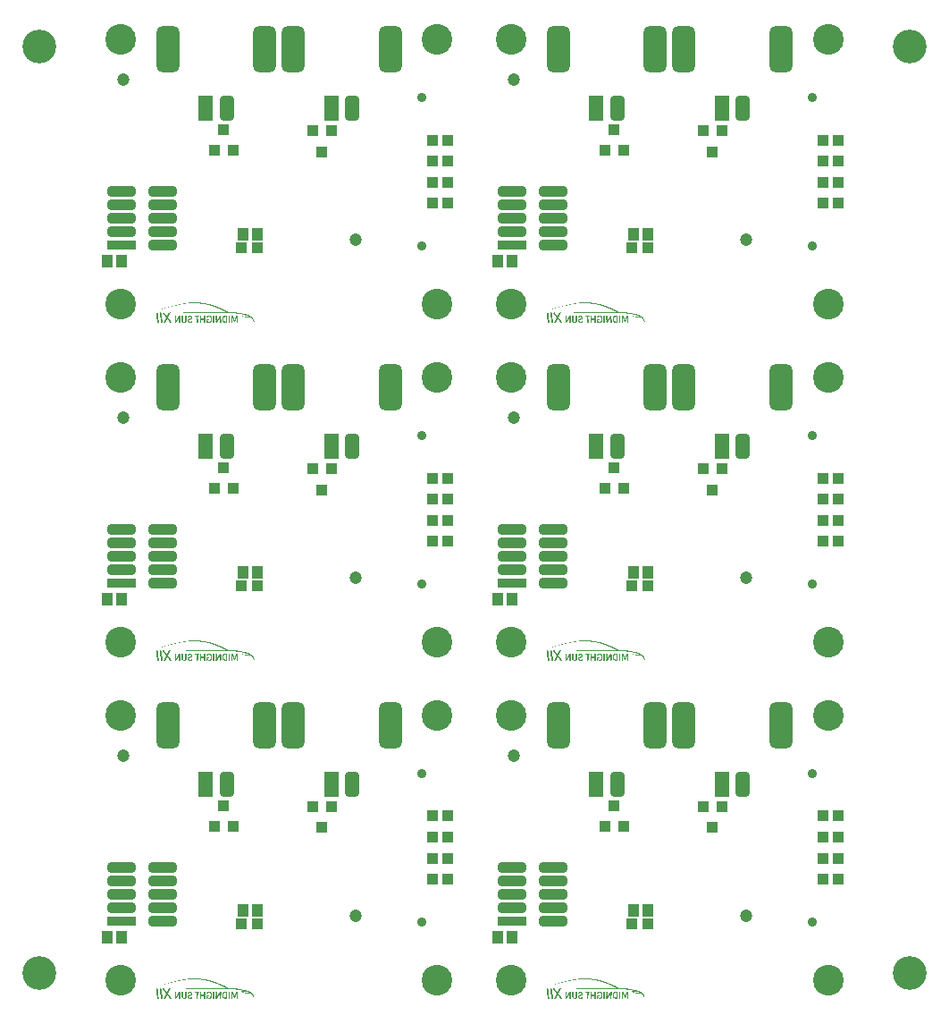
<source format=gbs>
G04*
G04 #@! TF.GenerationSoftware,Altium Limited,Altium Designer,20.0.10 (225)*
G04*
G04 Layer_Color=16711935*
%FSLAX25Y25*%
%MOIN*%
G70*
G01*
G75*
%ADD58C,0.04737*%
%ADD61R,0.04147X0.04147*%
%ADD62R,0.04143X0.04537*%
%ADD80C,0.12611*%
%ADD81C,0.11430*%
%ADD82C,0.03556*%
%ADD83R,0.03950X0.04343*%
%ADD84R,0.03950X0.03950*%
%ADD85R,0.10642X0.03753*%
G04:AMPARAMS|DCode=86|XSize=37.53mil|YSize=106.42mil|CornerRadius=11.38mil|HoleSize=0mil|Usage=FLASHONLY|Rotation=90.000|XOffset=0mil|YOffset=0mil|HoleType=Round|Shape=RoundedRectangle|*
%AMROUNDEDRECTD86*
21,1,0.03753,0.08366,0,0,90.0*
21,1,0.01476,0.10642,0,0,90.0*
1,1,0.02276,0.04183,0.00738*
1,1,0.02276,0.04183,-0.00738*
1,1,0.02276,-0.04183,-0.00738*
1,1,0.02276,-0.04183,0.00738*
%
%ADD86ROUNDEDRECTD86*%
G04:AMPARAMS|DCode=87|XSize=86.74mil|YSize=173.35mil|CornerRadius=23.68mil|HoleSize=0mil|Usage=FLASHONLY|Rotation=0.000|XOffset=0mil|YOffset=0mil|HoleType=Round|Shape=RoundedRectangle|*
%AMROUNDEDRECTD87*
21,1,0.08674,0.12598,0,0,0.0*
21,1,0.03937,0.17335,0,0,0.0*
1,1,0.04737,0.01968,-0.06299*
1,1,0.04737,-0.01968,-0.06299*
1,1,0.04737,-0.01968,0.06299*
1,1,0.04737,0.01968,0.06299*
%
%ADD87ROUNDEDRECTD87*%
G04:AMPARAMS|DCode=88|XSize=55.24mil|YSize=94.61mil|CornerRadius=15.81mil|HoleSize=0mil|Usage=FLASHONLY|Rotation=0.000|XOffset=0mil|YOffset=0mil|HoleType=Round|Shape=RoundedRectangle|*
%AMROUNDEDRECTD88*
21,1,0.05524,0.06299,0,0,0.0*
21,1,0.02362,0.09461,0,0,0.0*
1,1,0.03162,0.01181,-0.03150*
1,1,0.03162,-0.01181,-0.03150*
1,1,0.03162,-0.01181,0.03150*
1,1,0.03162,0.01181,0.03150*
%
%ADD88ROUNDEDRECTD88*%
%ADD89R,0.05524X0.09461*%
G36*
X217429Y-108114D02*
X217462D01*
Y-108147D01*
X217495D01*
Y-108114D01*
X217594D01*
Y-108147D01*
X217626D01*
Y-108114D01*
X217659D01*
Y-108147D01*
X217692D01*
Y-108114D01*
X217725D01*
Y-108147D01*
X217758D01*
Y-108114D01*
X217791D01*
Y-108147D01*
X218152D01*
Y-108179D01*
X218184D01*
Y-108147D01*
X218217D01*
Y-108179D01*
X218250D01*
Y-108147D01*
X218283D01*
Y-108179D01*
X218381D01*
Y-108147D01*
X218414D01*
Y-108179D01*
X218447D01*
Y-108212D01*
X218480D01*
Y-108179D01*
X218513D01*
Y-108212D01*
X218546D01*
Y-108179D01*
X218578D01*
Y-108212D01*
X218611D01*
Y-108179D01*
X218644D01*
Y-108212D01*
X218874D01*
Y-108245D01*
X218907D01*
Y-108212D01*
X218939D01*
Y-108245D01*
X218972D01*
Y-108212D01*
X219005D01*
Y-108245D01*
X219104D01*
Y-108278D01*
X219137D01*
Y-108245D01*
X219169D01*
Y-108278D01*
X219202D01*
Y-108245D01*
X219235D01*
Y-108278D01*
X219465D01*
Y-108311D01*
X219498D01*
Y-108278D01*
X219531D01*
Y-108311D01*
X219629D01*
Y-108344D01*
X219662D01*
Y-108311D01*
X219695D01*
Y-108344D01*
X219924D01*
Y-108377D01*
X219957D01*
Y-108344D01*
X219990D01*
Y-108377D01*
X220089D01*
Y-108409D01*
X220121D01*
Y-108377D01*
X220154D01*
Y-108409D01*
X220318D01*
Y-108442D01*
X220351D01*
Y-108409D01*
X220384D01*
Y-108442D01*
X220417D01*
Y-108475D01*
X220450D01*
Y-108442D01*
X220482D01*
Y-108475D01*
X220712D01*
Y-108508D01*
X220811D01*
Y-108541D01*
X220844D01*
Y-108508D01*
X220876D01*
Y-108541D01*
X221041D01*
Y-108573D01*
X221073D01*
Y-108606D01*
X221106D01*
Y-108573D01*
X221139D01*
Y-108606D01*
X221172D01*
Y-108573D01*
X221205D01*
Y-108606D01*
X221369D01*
Y-108639D01*
X221402D01*
Y-108672D01*
X221434D01*
Y-108639D01*
X221467D01*
Y-108672D01*
X221632D01*
Y-108705D01*
X221664D01*
Y-108672D01*
X221697D01*
Y-108705D01*
X221730D01*
Y-108738D01*
X221763D01*
Y-108705D01*
X221796D01*
Y-108738D01*
X221894D01*
Y-108770D01*
X221927D01*
Y-108738D01*
X221960D01*
Y-108770D01*
X222058D01*
Y-108803D01*
X222157D01*
Y-108836D01*
X222190D01*
Y-108803D01*
X222222D01*
Y-108836D01*
X222255D01*
Y-108869D01*
X222288D01*
Y-108836D01*
X222321D01*
Y-108869D01*
X222419D01*
Y-108902D01*
X222518D01*
Y-108934D01*
X222616D01*
Y-108967D01*
X222649D01*
Y-108934D01*
X222682D01*
Y-108967D01*
X222715D01*
Y-109000D01*
X222748D01*
Y-108967D01*
X222780D01*
Y-109000D01*
X222879D01*
Y-109033D01*
X222912D01*
Y-109000D01*
X222945D01*
Y-109033D01*
X222977D01*
Y-109066D01*
X223076D01*
Y-109099D01*
X223109D01*
Y-109066D01*
X223142D01*
Y-109099D01*
X223174D01*
Y-109132D01*
X223273D01*
Y-109164D01*
X223371D01*
Y-109197D01*
X223470D01*
Y-109230D01*
X223503D01*
Y-109263D01*
X223601D01*
Y-109296D01*
X223634D01*
Y-109263D01*
X223667D01*
Y-109296D01*
X223700D01*
Y-109328D01*
X223798D01*
Y-109361D01*
X223831D01*
Y-109394D01*
X223864D01*
Y-109361D01*
X223897D01*
Y-109394D01*
X223995D01*
Y-109427D01*
X224028D01*
Y-109460D01*
X224061D01*
Y-109427D01*
X224094D01*
Y-109460D01*
X224126D01*
Y-109493D01*
X224159D01*
Y-109460D01*
X224192D01*
Y-109493D01*
X224225D01*
Y-109526D01*
X224323D01*
Y-109558D01*
X224356D01*
Y-109526D01*
X224389D01*
Y-109558D01*
X224422D01*
Y-109591D01*
X224520D01*
Y-109624D01*
X224553D01*
Y-109657D01*
X224652D01*
Y-109690D01*
X224750D01*
Y-109722D01*
X224849D01*
Y-109755D01*
X224882D01*
Y-109788D01*
X224914D01*
Y-109755D01*
X224947D01*
Y-109788D01*
X225046D01*
Y-109821D01*
X225079D01*
Y-109854D01*
X225177D01*
Y-109887D01*
X225210D01*
Y-109919D01*
X225308D01*
Y-109952D01*
X225341D01*
Y-109919D01*
X225374D01*
Y-109952D01*
X225407D01*
Y-109985D01*
X225505D01*
Y-110018D01*
X225538D01*
Y-110051D01*
X225571D01*
Y-110018D01*
X225604D01*
Y-110051D01*
X225702D01*
Y-110083D01*
X225735D01*
Y-110116D01*
X225834D01*
Y-110149D01*
X225866D01*
Y-110182D01*
X225965D01*
Y-110215D01*
X225998D01*
Y-110182D01*
X226030D01*
Y-110215D01*
X226063D01*
Y-110248D01*
X226162D01*
Y-110281D01*
X226195D01*
Y-110313D01*
X226293D01*
Y-110346D01*
X226326D01*
Y-110313D01*
X226359D01*
Y-110346D01*
X226392D01*
Y-110379D01*
X226490D01*
Y-110412D01*
X226523D01*
Y-110445D01*
X226621D01*
Y-110477D01*
X226654D01*
Y-110510D01*
X226687D01*
Y-110477D01*
X226720D01*
Y-110510D01*
X226753D01*
Y-110543D01*
X226785D01*
Y-110510D01*
X226818D01*
Y-110543D01*
X226851D01*
Y-110576D01*
X226950D01*
Y-110609D01*
X226982D01*
Y-110642D01*
X227081D01*
Y-110674D01*
X227114D01*
Y-110707D01*
X227212D01*
Y-110740D01*
X227245D01*
Y-110773D01*
X227278D01*
Y-110740D01*
X227311D01*
Y-110773D01*
X227344D01*
Y-110806D01*
X227376D01*
Y-110839D01*
X227409D01*
Y-110806D01*
X227442D01*
Y-110839D01*
X227541D01*
Y-110871D01*
X227573D01*
Y-110904D01*
X227606D01*
Y-110937D01*
X227705D01*
Y-110970D01*
X227803D01*
Y-111003D01*
X227836D01*
Y-111036D01*
X227869D01*
Y-111068D01*
X227902D01*
Y-111101D01*
X227935D01*
Y-111068D01*
X227967D01*
Y-111101D01*
X228000D01*
Y-111134D01*
X228033D01*
Y-111101D01*
X228066D01*
Y-111134D01*
Y-111167D01*
X228132D01*
Y-111200D01*
X228164D01*
Y-111232D01*
X228263D01*
Y-111265D01*
X228296D01*
Y-111298D01*
X228394D01*
Y-111331D01*
X228427D01*
Y-111364D01*
X228525D01*
Y-111397D01*
X228558D01*
Y-111430D01*
X228657D01*
Y-111462D01*
X228690D01*
Y-111495D01*
X228722D01*
Y-111528D01*
X228821D01*
Y-111561D01*
X228854D01*
Y-111594D01*
X228887D01*
Y-111561D01*
X228919D01*
Y-111594D01*
Y-111627D01*
X229576D01*
Y-111659D01*
X229609D01*
Y-111627D01*
X229642D01*
Y-111659D01*
X229674D01*
Y-111627D01*
X229707D01*
Y-111659D01*
X229740D01*
Y-111627D01*
X229773D01*
Y-111659D01*
X229806D01*
Y-111627D01*
X229839D01*
Y-111659D01*
X229871D01*
Y-111627D01*
X229904D01*
Y-111659D01*
X229937D01*
Y-111692D01*
X229970D01*
Y-111659D01*
X230003D01*
Y-111692D01*
X230035D01*
Y-111659D01*
X230068D01*
Y-111692D01*
X230101D01*
Y-111659D01*
X230134D01*
Y-111692D01*
X230495D01*
Y-111725D01*
X230528D01*
Y-111692D01*
X230561D01*
Y-111725D01*
X230594D01*
Y-111692D01*
X230627D01*
Y-111725D01*
X230659D01*
Y-111692D01*
X230692D01*
Y-111725D01*
X230791D01*
Y-111758D01*
X230823D01*
Y-111725D01*
X230856D01*
Y-111758D01*
X230889D01*
Y-111725D01*
X230922D01*
Y-111758D01*
X230955D01*
Y-111725D01*
X230988D01*
Y-111758D01*
X231283D01*
Y-111791D01*
X231316D01*
Y-111758D01*
X231349D01*
Y-111791D01*
X231382D01*
Y-111758D01*
X231414D01*
Y-111791D01*
X231447D01*
Y-111758D01*
X231480D01*
Y-111791D01*
X231513D01*
Y-111823D01*
X231546D01*
Y-111791D01*
X231578D01*
Y-111823D01*
X231611D01*
Y-111791D01*
X231644D01*
Y-111823D01*
X231677D01*
Y-111791D01*
X231710D01*
Y-111823D01*
X231940D01*
Y-111856D01*
X231972D01*
Y-111823D01*
X232005D01*
Y-111856D01*
X232038D01*
Y-111823D01*
X232071D01*
Y-111856D01*
X232169D01*
Y-111889D01*
X232202D01*
Y-111856D01*
X232235D01*
Y-111889D01*
X232268D01*
Y-111856D01*
X232301D01*
Y-111889D01*
X232530D01*
Y-111922D01*
X232563D01*
Y-111889D01*
X232596D01*
Y-111922D01*
X232629D01*
Y-111889D01*
X232662D01*
Y-111922D01*
X232695D01*
Y-111955D01*
X232728D01*
Y-111922D01*
X232760D01*
Y-111955D01*
X232990D01*
Y-111988D01*
X233023D01*
Y-111955D01*
X233056D01*
Y-111988D01*
X233089D01*
Y-112020D01*
X233121D01*
Y-111988D01*
X233154D01*
Y-112020D01*
X233187D01*
Y-111988D01*
X233220D01*
Y-112020D01*
X233318D01*
Y-112053D01*
X233351D01*
Y-112020D01*
X233384D01*
Y-112053D01*
X233417D01*
Y-112020D01*
X233450D01*
Y-112053D01*
X233483D01*
Y-112086D01*
X233515D01*
Y-112053D01*
X233548D01*
Y-112086D01*
X233712D01*
Y-112119D01*
X233745D01*
Y-112086D01*
X233778D01*
Y-112119D01*
X233811D01*
Y-112152D01*
X233844D01*
Y-112119D01*
X233876D01*
Y-112152D01*
X234041D01*
Y-112185D01*
X234073D01*
Y-112152D01*
X234106D01*
Y-112185D01*
X234139D01*
Y-112217D01*
X234172D01*
Y-112185D01*
X234205D01*
Y-112217D01*
X234369D01*
Y-112250D01*
X234402D01*
Y-112217D01*
X234435D01*
Y-112250D01*
X234467D01*
Y-112283D01*
X234500D01*
Y-112250D01*
X234533D01*
Y-112283D01*
X234631D01*
Y-112316D01*
X234664D01*
Y-112283D01*
X234697D01*
Y-112316D01*
X234730D01*
Y-112283D01*
X234763D01*
Y-112316D01*
X234796D01*
Y-112349D01*
X234828D01*
Y-112316D01*
X234861D01*
Y-112349D01*
X234960D01*
Y-112381D01*
X234993D01*
Y-112349D01*
X235025D01*
Y-112381D01*
X235124D01*
Y-112414D01*
X235288D01*
Y-112447D01*
X235321D01*
Y-112414D01*
X235354D01*
Y-112447D01*
X235387D01*
Y-112480D01*
X235551D01*
Y-112513D01*
X235583D01*
Y-112480D01*
X235616D01*
Y-112513D01*
X235649D01*
Y-112546D01*
X235748D01*
Y-112578D01*
X235781D01*
Y-112546D01*
X235813D01*
Y-112578D01*
X235846D01*
Y-112611D01*
X235879D01*
Y-112578D01*
X235912D01*
Y-112611D01*
X236010D01*
Y-112644D01*
X236043D01*
Y-112677D01*
X236207D01*
Y-112710D01*
X236240D01*
Y-112743D01*
X236339D01*
Y-112776D01*
X236437D01*
Y-112808D01*
X236470D01*
Y-112841D01*
X236503D01*
Y-112808D01*
X236536D01*
Y-112841D01*
X236568D01*
Y-112874D01*
X236667D01*
Y-112907D01*
X236700D01*
Y-112940D01*
X236798D01*
Y-112972D01*
X236831D01*
Y-113005D01*
X236929D01*
Y-113038D01*
X236962D01*
Y-113071D01*
X237061D01*
Y-113104D01*
X237094D01*
Y-113137D01*
X237126D01*
Y-113169D01*
X237192D01*
Y-113202D01*
X237258D01*
Y-113235D01*
X237291D01*
Y-113268D01*
X237389D01*
Y-113301D01*
X237422D01*
Y-113333D01*
X237455D01*
Y-113366D01*
X237488D01*
Y-113399D01*
X237520D01*
Y-113432D01*
X237553D01*
Y-113465D01*
X237652D01*
Y-113498D01*
Y-113531D01*
X237717D01*
Y-113563D01*
Y-113596D01*
X237783D01*
Y-113629D01*
X237816D01*
Y-113662D01*
X237849D01*
Y-113695D01*
X237881D01*
Y-113727D01*
X237914D01*
Y-113760D01*
Y-113793D01*
X237980D01*
Y-113826D01*
Y-113859D01*
X238046D01*
Y-113892D01*
Y-113924D01*
X238078D01*
Y-113957D01*
Y-113990D01*
X238111D01*
Y-114023D01*
X238144D01*
Y-114056D01*
X238177D01*
Y-114089D01*
X238210D01*
Y-114121D01*
Y-114154D01*
Y-114187D01*
X238243D01*
Y-114220D01*
X238276D01*
Y-114253D01*
X238308D01*
Y-114286D01*
Y-114318D01*
X238341D01*
Y-114351D01*
Y-114384D01*
X238374D01*
Y-114417D01*
X238407D01*
Y-114450D01*
Y-114482D01*
Y-114515D01*
X238440D01*
Y-114548D01*
Y-114581D01*
Y-114614D01*
X238472D01*
Y-114647D01*
Y-114680D01*
Y-114712D01*
X238505D01*
Y-114745D01*
X238472D01*
Y-114778D01*
X238505D01*
Y-114811D01*
Y-114844D01*
Y-114876D01*
Y-114909D01*
Y-114942D01*
X238538D01*
Y-114975D01*
X238505D01*
Y-115008D01*
X238538D01*
Y-115041D01*
Y-115073D01*
Y-115106D01*
Y-115139D01*
Y-115172D01*
X238571D01*
Y-115205D01*
X238538D01*
Y-115238D01*
Y-115270D01*
Y-115303D01*
X238571D01*
Y-115336D01*
X238538D01*
Y-115369D01*
X238571D01*
Y-115402D01*
X238538D01*
Y-115435D01*
X238571D01*
Y-115467D01*
X238538D01*
Y-115500D01*
Y-115533D01*
Y-115566D01*
Y-115599D01*
Y-115631D01*
X238505D01*
Y-115664D01*
X238538D01*
Y-115697D01*
X238505D01*
Y-115730D01*
X238538D01*
Y-115763D01*
X238505D01*
Y-115796D01*
Y-115829D01*
Y-115861D01*
Y-115894D01*
Y-115927D01*
X238472D01*
Y-115960D01*
X238440D01*
Y-115927D01*
Y-115894D01*
Y-115861D01*
X238407D01*
Y-115829D01*
X238440D01*
Y-115796D01*
X238407D01*
Y-115763D01*
X238440D01*
Y-115730D01*
X238407D01*
Y-115697D01*
X238440D01*
Y-115664D01*
X238407D01*
Y-115631D01*
Y-115599D01*
Y-115566D01*
X238374D01*
Y-115533D01*
Y-115500D01*
Y-115467D01*
X238341D01*
Y-115435D01*
X238374D01*
Y-115402D01*
X238341D01*
Y-115369D01*
X238374D01*
Y-115336D01*
X238341D01*
Y-115303D01*
X238308D01*
Y-115270D01*
Y-115238D01*
Y-115205D01*
X238276D01*
Y-115172D01*
X238308D01*
Y-115139D01*
X238276D01*
Y-115106D01*
X238243D01*
Y-115073D01*
Y-115041D01*
Y-115008D01*
X238210D01*
Y-114975D01*
X238243D01*
Y-114942D01*
X238210D01*
Y-114909D01*
X238177D01*
Y-114876D01*
Y-114844D01*
Y-114811D01*
X238144D01*
Y-114778D01*
Y-114745D01*
X238111D01*
Y-114712D01*
Y-114680D01*
X238078D01*
Y-114647D01*
X238046D01*
Y-114614D01*
Y-114581D01*
Y-114548D01*
X238013D01*
Y-114515D01*
X237980D01*
Y-114482D01*
X237947D01*
Y-114450D01*
X237980D01*
Y-114417D01*
X237914D01*
Y-114384D01*
Y-114351D01*
X237881D01*
Y-114318D01*
X237849D01*
Y-114286D01*
X237816D01*
Y-114253D01*
X237783D01*
Y-114220D01*
X237750D01*
Y-114187D01*
Y-114154D01*
X237717D01*
Y-114121D01*
Y-114089D01*
X237652D01*
Y-114056D01*
Y-114023D01*
X237586D01*
Y-113990D01*
Y-113957D01*
X237520D01*
Y-113924D01*
X237488D01*
Y-113892D01*
X237422D01*
Y-113859D01*
X237389D01*
Y-113826D01*
X237356D01*
Y-113793D01*
X237323D01*
Y-113760D01*
X237291D01*
Y-113727D01*
X237258D01*
Y-113695D01*
X237225D01*
Y-113662D01*
X237192D01*
Y-113629D01*
X237028D01*
Y-113662D01*
X236995D01*
Y-113629D01*
X236962D01*
Y-113662D01*
X236929D01*
Y-113629D01*
X236897D01*
Y-113662D01*
X236798D01*
Y-113695D01*
X236765D01*
Y-113662D01*
X236733D01*
Y-113695D01*
X236700D01*
Y-113662D01*
X236667D01*
Y-113695D01*
X236634D01*
Y-113662D01*
X236601D01*
Y-113695D01*
X236568D01*
Y-113662D01*
X236536D01*
Y-113695D01*
X236174D01*
Y-113662D01*
X236142D01*
Y-113695D01*
X236109D01*
Y-113662D01*
X236076D01*
Y-113695D01*
X236043D01*
Y-113662D01*
X236010D01*
Y-113695D01*
X235978D01*
Y-113662D01*
X235945D01*
Y-113695D01*
X235912D01*
Y-113662D01*
X235879D01*
Y-113695D01*
X235846D01*
Y-113662D01*
X235748D01*
Y-113629D01*
X235715D01*
Y-113662D01*
X235682D01*
Y-113629D01*
X235649D01*
Y-113662D01*
X235616D01*
Y-113629D01*
X235387D01*
Y-113596D01*
X235354D01*
Y-113629D01*
X235321D01*
Y-113596D01*
X235288D01*
Y-113563D01*
X235255D01*
Y-113596D01*
X235222D01*
Y-113563D01*
X235058D01*
Y-113531D01*
X235025D01*
Y-113563D01*
X234993D01*
Y-113531D01*
X234960D01*
Y-113498D01*
X234927D01*
Y-113531D01*
X234894D01*
Y-113498D01*
X234796D01*
Y-113465D01*
X234763D01*
Y-113498D01*
X234730D01*
Y-113465D01*
X234697D01*
Y-113432D01*
X234664D01*
Y-113465D01*
X234631D01*
Y-113432D01*
X234533D01*
Y-113399D01*
X234435D01*
Y-113366D01*
X234336D01*
Y-113333D01*
X234238D01*
Y-113301D01*
X234139D01*
Y-113268D01*
X234041D01*
Y-113235D01*
X233942D01*
Y-113202D01*
X233909D01*
Y-113169D01*
X233811D01*
Y-113137D01*
X233778D01*
Y-113104D01*
X233680D01*
Y-113071D01*
X233581D01*
Y-113038D01*
X233548D01*
Y-113005D01*
X233515D01*
Y-113038D01*
X233483D01*
Y-113005D01*
X233450D01*
Y-112972D01*
X233351D01*
Y-112940D01*
X233450D01*
Y-112907D01*
X233483D01*
Y-112940D01*
X233515D01*
Y-112907D01*
X233548D01*
Y-112940D01*
X233581D01*
Y-112907D01*
X233614D01*
Y-112940D01*
X233647D01*
Y-112907D01*
X233680D01*
Y-112940D01*
X233712D01*
Y-112907D01*
X233811D01*
Y-112940D01*
X233844D01*
Y-112907D01*
X233876D01*
Y-112874D01*
X233909D01*
Y-112907D01*
X234008D01*
Y-112874D01*
X234041D01*
Y-112907D01*
X234073D01*
Y-112874D01*
X234106D01*
Y-112907D01*
X234139D01*
Y-112874D01*
X234172D01*
Y-112907D01*
X234205D01*
Y-112874D01*
X234238D01*
Y-112907D01*
X234270D01*
Y-112874D01*
X234303D01*
Y-112907D01*
X234336D01*
Y-112874D01*
X234435D01*
Y-112907D01*
X234467D01*
Y-112874D01*
X235222D01*
Y-112841D01*
X235190D01*
Y-112808D01*
X235157D01*
Y-112841D01*
X235124D01*
Y-112808D01*
X235025D01*
Y-112776D01*
X234927D01*
Y-112743D01*
X234894D01*
Y-112776D01*
X234861D01*
Y-112743D01*
X234828D01*
Y-112710D01*
X234796D01*
Y-112743D01*
X234763D01*
Y-112710D01*
X234664D01*
Y-112677D01*
X234631D01*
Y-112710D01*
X234599D01*
Y-112677D01*
X234566D01*
Y-112644D01*
X234533D01*
Y-112677D01*
X234500D01*
Y-112644D01*
X234336D01*
Y-112611D01*
X234303D01*
Y-112578D01*
X234270D01*
Y-112611D01*
X234238D01*
Y-112578D01*
X234205D01*
Y-112611D01*
X234172D01*
Y-112578D01*
X234073D01*
Y-112546D01*
X234041D01*
Y-112578D01*
X234008D01*
Y-112546D01*
X233975D01*
Y-112513D01*
X233942D01*
Y-112546D01*
X233909D01*
Y-112513D01*
X233745D01*
Y-112480D01*
X233647D01*
Y-112447D01*
X233614D01*
Y-112480D01*
X233581D01*
Y-112447D01*
X233417D01*
Y-112414D01*
X233384D01*
Y-112447D01*
X233351D01*
Y-112414D01*
X233318D01*
Y-112381D01*
X233285D01*
Y-112414D01*
X233253D01*
Y-112381D01*
X233089D01*
Y-112349D01*
X233056D01*
Y-112381D01*
X233023D01*
Y-112349D01*
X232990D01*
Y-112381D01*
X232957D01*
Y-112349D01*
X232859D01*
Y-112316D01*
X232629D01*
Y-112283D01*
X232596D01*
Y-112316D01*
X232563D01*
Y-112283D01*
X232530D01*
Y-112250D01*
X232498D01*
Y-112283D01*
X232530D01*
Y-112316D01*
X232498D01*
Y-112283D01*
X232465D01*
Y-112250D01*
X232432D01*
Y-112283D01*
X232399D01*
Y-112250D01*
X232169D01*
Y-112217D01*
X232137D01*
Y-112250D01*
X232104D01*
Y-112217D01*
X232071D01*
Y-112250D01*
X232038D01*
Y-112217D01*
X231940D01*
Y-112185D01*
X231907D01*
Y-112217D01*
X231874D01*
Y-112185D01*
X231644D01*
Y-112152D01*
X231611D01*
Y-112185D01*
X231578D01*
Y-112152D01*
X231546D01*
Y-112185D01*
X231513D01*
Y-112152D01*
X231480D01*
Y-112119D01*
X231447D01*
Y-112152D01*
X231480D01*
Y-112185D01*
X231447D01*
Y-112152D01*
X231414D01*
Y-112119D01*
X231382D01*
Y-112152D01*
X231349D01*
Y-112119D01*
X231053D01*
Y-112086D01*
X231020D01*
Y-112119D01*
X230988D01*
Y-112086D01*
X230955D01*
Y-112119D01*
X230922D01*
Y-112086D01*
X230889D01*
Y-112119D01*
X230856D01*
Y-112086D01*
X230758D01*
Y-112053D01*
X230725D01*
Y-112086D01*
X230692D01*
Y-112053D01*
X230659D01*
Y-112086D01*
X230627D01*
Y-112053D01*
X230200D01*
Y-112020D01*
X230167D01*
Y-112053D01*
X230134D01*
Y-112020D01*
X230035D01*
Y-111988D01*
X230003D01*
Y-112020D01*
X230035D01*
Y-112053D01*
X230003D01*
Y-112020D01*
X229970D01*
Y-111988D01*
X229937D01*
Y-112020D01*
X229904D01*
Y-111988D01*
X229871D01*
Y-112020D01*
X229839D01*
Y-111988D01*
X229806D01*
Y-112020D01*
X229773D01*
Y-111988D01*
X229215D01*
Y-111955D01*
X229182D01*
Y-111988D01*
X229149D01*
Y-111955D01*
X229116D01*
Y-111988D01*
X229083D01*
Y-111955D01*
X229051D01*
Y-111988D01*
X229018D01*
Y-111955D01*
X228985D01*
Y-111988D01*
X228952D01*
Y-111955D01*
X228919D01*
Y-111988D01*
X228887D01*
Y-111955D01*
X228854D01*
Y-111988D01*
X228821D01*
Y-111955D01*
X228788D01*
Y-111988D01*
X228755D01*
Y-111955D01*
X228525D01*
Y-111922D01*
X228493D01*
Y-111955D01*
X228394D01*
Y-111922D01*
X228361D01*
Y-111955D01*
X228263D01*
Y-111922D01*
X228230D01*
Y-111955D01*
X228197D01*
Y-111922D01*
X228164D01*
Y-111955D01*
X228132D01*
Y-111922D01*
X228099D01*
Y-111955D01*
X228066D01*
Y-111922D01*
X228033D01*
Y-111955D01*
X228000D01*
Y-111922D01*
X227967D01*
Y-111955D01*
X227935D01*
Y-111922D01*
X227902D01*
Y-111955D01*
X227869D01*
Y-111922D01*
X227836D01*
Y-111955D01*
X227803D01*
Y-111922D01*
X227770D01*
Y-111955D01*
X227737D01*
Y-111922D01*
X227705D01*
Y-111955D01*
X227672D01*
Y-111922D01*
X227639D01*
Y-111955D01*
X227606D01*
Y-111922D01*
X227573D01*
Y-111955D01*
X227541D01*
Y-111922D01*
X227508D01*
Y-111955D01*
X227475D01*
Y-111922D01*
X227442D01*
Y-111955D01*
X227409D01*
Y-111922D01*
X227376D01*
Y-111955D01*
X227344D01*
Y-111922D01*
X227245D01*
Y-111955D01*
X227212D01*
Y-111922D01*
X227114D01*
Y-111955D01*
X227081D01*
Y-111922D01*
X226982D01*
Y-111955D01*
X226950D01*
Y-111922D01*
X226851D01*
Y-111955D01*
X226818D01*
Y-111922D01*
X226720D01*
Y-111955D01*
X226687D01*
Y-111922D01*
X226589D01*
Y-111955D01*
X226556D01*
Y-111922D01*
X226523D01*
Y-111955D01*
X226490D01*
Y-111922D01*
X226457D01*
Y-111955D01*
X226424D01*
Y-111922D01*
X226392D01*
Y-111955D01*
X226359D01*
Y-111922D01*
X226326D01*
Y-111955D01*
X226293D01*
Y-111922D01*
X226260D01*
Y-111955D01*
X226227D01*
Y-111922D01*
X226195D01*
Y-111955D01*
X226162D01*
Y-111922D01*
X226129D01*
Y-111955D01*
X226096D01*
Y-111922D01*
X226063D01*
Y-111955D01*
X226030D01*
Y-111922D01*
X225998D01*
Y-111955D01*
X225965D01*
Y-111922D01*
X225932D01*
Y-111955D01*
X225899D01*
Y-111922D01*
X225866D01*
Y-111955D01*
X225834D01*
Y-111922D01*
X225801D01*
Y-111955D01*
X225768D01*
Y-111922D01*
X225735D01*
Y-111955D01*
X225702D01*
Y-111922D01*
X225669D01*
Y-111955D01*
X225637D01*
Y-111922D01*
X225604D01*
Y-111955D01*
X225571D01*
Y-111922D01*
X225538D01*
Y-111955D01*
X225505D01*
Y-111922D01*
X225472D01*
Y-111955D01*
X225374D01*
Y-111922D01*
X225341D01*
Y-111955D01*
X225243D01*
Y-111922D01*
X225210D01*
Y-111955D01*
X225111D01*
Y-111922D01*
X225079D01*
Y-111955D01*
X224980D01*
Y-111922D01*
X224947D01*
Y-111955D01*
X224849D01*
Y-111988D01*
X224816D01*
Y-111955D01*
X224586D01*
Y-111988D01*
X224553D01*
Y-111955D01*
X224455D01*
Y-111988D01*
X224422D01*
Y-111955D01*
X224389D01*
Y-111988D01*
X224356D01*
Y-111955D01*
X224323D01*
Y-111988D01*
X224291D01*
Y-111955D01*
X224192D01*
Y-111988D01*
X224159D01*
Y-111955D01*
X224126D01*
Y-111988D01*
X224094D01*
Y-111955D01*
X224061D01*
Y-111988D01*
X224028D01*
Y-111955D01*
X223995D01*
Y-111988D01*
X223962D01*
Y-111955D01*
X223930D01*
Y-111988D01*
X223897D01*
Y-111955D01*
X223864D01*
Y-111988D01*
X223831D01*
Y-111955D01*
X223798D01*
Y-111988D01*
X223765D01*
Y-111955D01*
X223732D01*
Y-111988D01*
X223700D01*
Y-111955D01*
X223667D01*
Y-111988D01*
X223634D01*
Y-111955D01*
X223601D01*
Y-111988D01*
X223568D01*
Y-111955D01*
X223535D01*
Y-111988D01*
X223503D01*
Y-111955D01*
X223470D01*
Y-111988D01*
X223437D01*
Y-111955D01*
X223404D01*
Y-111988D01*
X223371D01*
Y-111955D01*
X223339D01*
Y-111988D01*
X223306D01*
Y-111955D01*
X223273D01*
Y-111988D01*
X223240D01*
Y-111955D01*
X223207D01*
Y-111988D01*
X223174D01*
Y-111955D01*
X223142D01*
Y-111988D01*
X223109D01*
Y-111955D01*
X223076D01*
Y-111988D01*
X223043D01*
Y-111955D01*
X223010D01*
Y-111988D01*
X222977D01*
Y-111955D01*
X222945D01*
Y-111988D01*
X222912D01*
Y-111955D01*
X222879D01*
Y-111988D01*
X222846D01*
Y-111955D01*
X222813D01*
Y-111988D01*
X222780D01*
Y-111955D01*
X222748D01*
Y-111988D01*
X222649D01*
Y-111955D01*
X222616D01*
Y-111988D01*
X222387D01*
Y-111955D01*
X222354D01*
Y-111988D01*
X222124D01*
Y-111955D01*
X222091D01*
Y-111988D01*
X217397D01*
Y-111955D01*
X217364D01*
Y-111988D01*
X217134D01*
Y-111955D01*
X217101D01*
Y-111988D01*
X216937D01*
Y-111955D01*
X216904D01*
Y-111988D01*
X216871D01*
Y-111955D01*
X216839D01*
Y-111988D01*
X216806D01*
Y-111955D01*
X216773D01*
Y-111988D01*
X216740D01*
Y-111955D01*
X216707D01*
Y-111988D01*
X216674D01*
Y-111955D01*
X216642D01*
Y-111988D01*
X216609D01*
Y-111955D01*
X216576D01*
Y-111988D01*
X216543D01*
Y-111955D01*
X216510D01*
Y-111988D01*
X216477D01*
Y-111955D01*
X216445D01*
Y-111988D01*
X216412D01*
Y-111955D01*
X216379D01*
Y-111988D01*
X216346D01*
Y-111955D01*
X216313D01*
Y-111988D01*
X216280D01*
Y-111955D01*
X216248D01*
Y-111988D01*
X216215D01*
Y-111955D01*
X216182D01*
Y-111988D01*
X216149D01*
Y-111955D01*
X216116D01*
Y-111988D01*
X216084D01*
Y-111955D01*
X216051D01*
Y-111988D01*
X216018D01*
Y-111955D01*
X215985D01*
Y-111988D01*
X215952D01*
Y-111955D01*
X215919D01*
Y-111988D01*
X215886D01*
Y-111955D01*
X215854D01*
Y-111988D01*
X215821D01*
Y-111955D01*
X215788D01*
Y-111988D01*
X215755D01*
Y-111955D01*
X215722D01*
Y-111988D01*
X215690D01*
Y-111955D01*
X215657D01*
Y-111988D01*
X215624D01*
Y-111955D01*
X215591D01*
Y-111988D01*
X215558D01*
Y-111955D01*
X215525D01*
Y-111988D01*
X215493D01*
Y-111955D01*
X215460D01*
Y-111988D01*
X215427D01*
Y-111955D01*
X215394D01*
Y-111988D01*
X215361D01*
Y-111955D01*
X215328D01*
Y-111988D01*
X215296D01*
Y-111955D01*
X215131D01*
Y-111988D01*
X215099D01*
Y-111955D01*
X215000D01*
Y-111922D01*
X214967D01*
Y-111955D01*
X214869D01*
Y-111922D01*
X214836D01*
Y-111955D01*
X214803D01*
Y-111922D01*
X214770D01*
Y-111955D01*
X214738D01*
Y-111922D01*
X214705D01*
Y-111955D01*
X214672D01*
Y-111922D01*
X214639D01*
Y-111955D01*
X214606D01*
Y-111922D01*
X214573D01*
Y-111955D01*
X214541D01*
Y-111922D01*
X214508D01*
Y-111955D01*
X214475D01*
Y-111922D01*
X214442D01*
Y-111955D01*
X214409D01*
Y-111922D01*
X214376D01*
Y-111955D01*
X214344D01*
Y-111922D01*
X214245D01*
Y-111955D01*
X214212D01*
Y-111922D01*
X213523D01*
Y-111889D01*
X213490D01*
Y-111922D01*
X213457D01*
Y-111889D01*
X213424D01*
Y-111922D01*
X213392D01*
Y-111889D01*
X213359D01*
Y-111922D01*
X213326D01*
Y-111889D01*
X213293D01*
Y-111922D01*
X213260D01*
Y-111889D01*
X213227D01*
Y-111922D01*
X213195D01*
Y-111889D01*
X213096D01*
Y-111856D01*
X213063D01*
Y-111889D01*
X213096D01*
Y-111922D01*
X213063D01*
Y-111889D01*
X213030D01*
Y-111856D01*
X212998D01*
Y-111889D01*
X212965D01*
Y-111856D01*
X212932D01*
Y-111889D01*
X212899D01*
Y-111856D01*
X212866D01*
Y-111889D01*
X212833D01*
Y-111856D01*
X212341D01*
Y-111823D01*
X212308D01*
Y-111856D01*
X212275D01*
Y-111823D01*
X212243D01*
Y-111856D01*
X212210D01*
Y-111823D01*
X212177D01*
Y-111856D01*
X212144D01*
Y-111823D01*
X212111D01*
Y-111856D01*
X212078D01*
Y-111823D01*
X211980D01*
Y-111791D01*
X211947D01*
Y-111823D01*
X211849D01*
Y-111791D01*
X211816D01*
Y-111823D01*
X211783D01*
Y-111791D01*
X211750D01*
Y-111823D01*
X211717D01*
Y-111791D01*
X211291D01*
Y-111758D01*
X211258D01*
Y-111791D01*
X211225D01*
Y-111758D01*
X211192D01*
Y-111791D01*
X211159D01*
Y-111758D01*
X211126D01*
Y-111791D01*
X211094D01*
Y-111758D01*
X210995D01*
Y-111725D01*
X210962D01*
Y-111758D01*
X210929D01*
Y-111725D01*
X210897D01*
Y-111758D01*
X210864D01*
Y-111725D01*
X210831D01*
Y-111758D01*
X210798D01*
Y-111725D01*
X210765D01*
Y-111758D01*
X210733D01*
Y-111725D01*
X210371D01*
Y-111692D01*
X210338D01*
Y-111725D01*
X210306D01*
Y-111692D01*
X210273D01*
Y-111725D01*
X210240D01*
Y-111692D01*
X210207D01*
Y-111725D01*
X210174D01*
Y-111692D01*
X210142D01*
Y-111725D01*
X210109D01*
Y-111692D01*
X210010D01*
Y-111659D01*
X209977D01*
Y-111692D01*
X209945D01*
Y-111659D01*
X209912D01*
Y-111692D01*
X209879D01*
Y-111659D01*
X209846D01*
Y-111692D01*
X209813D01*
Y-111659D01*
X209452D01*
Y-111627D01*
X210207D01*
Y-111659D01*
X210240D01*
Y-111627D01*
X210273D01*
Y-111659D01*
X210306D01*
Y-111627D01*
X210338D01*
Y-111659D01*
X210371D01*
Y-111627D01*
X210404D01*
Y-111659D01*
X210437D01*
Y-111627D01*
X210470D01*
Y-111659D01*
X210503D01*
Y-111627D01*
X210536D01*
Y-111659D01*
X210568D01*
Y-111627D01*
X210601D01*
Y-111659D01*
X210634D01*
Y-111627D01*
X210667D01*
Y-111659D01*
X210700D01*
Y-111627D01*
X210733D01*
Y-111659D01*
X210831D01*
Y-111627D01*
X210864D01*
Y-111659D01*
X210962D01*
Y-111627D01*
X210995D01*
Y-111659D01*
X211094D01*
Y-111627D01*
X211126D01*
Y-111659D01*
X211225D01*
Y-111627D01*
X211258D01*
Y-111659D01*
X211356D01*
Y-111627D01*
X211389D01*
Y-111659D01*
X211488D01*
Y-111627D01*
X211520D01*
Y-111659D01*
X211553D01*
Y-111692D01*
X211586D01*
Y-111659D01*
X211684D01*
Y-111692D01*
X211717D01*
Y-111659D01*
X211816D01*
Y-111692D01*
X211849D01*
Y-111659D01*
X211881D01*
Y-111692D01*
X211914D01*
Y-111659D01*
X211947D01*
Y-111692D01*
X211980D01*
Y-111659D01*
X212078D01*
Y-111692D01*
X212111D01*
Y-111659D01*
X212210D01*
Y-111692D01*
X212243D01*
Y-111659D01*
X212341D01*
Y-111692D01*
X212374D01*
Y-111659D01*
X212472D01*
Y-111692D01*
X212505D01*
Y-111659D01*
X212538D01*
Y-111692D01*
X212571D01*
Y-111659D01*
X212604D01*
Y-111692D01*
X212636D01*
Y-111659D01*
X212669D01*
Y-111692D01*
X212702D01*
Y-111659D01*
X212735D01*
Y-111692D01*
X212768D01*
Y-111659D01*
X212801D01*
Y-111692D01*
X212833D01*
Y-111659D01*
X212866D01*
Y-111692D01*
X212899D01*
Y-111659D01*
X212932D01*
Y-111692D01*
X212965D01*
Y-111659D01*
X212998D01*
Y-111692D01*
X213030D01*
Y-111659D01*
X213063D01*
Y-111692D01*
X213096D01*
Y-111659D01*
X213129D01*
Y-111692D01*
X213162D01*
Y-111659D01*
X213195D01*
Y-111692D01*
X213227D01*
Y-111659D01*
X213260D01*
Y-111692D01*
X213293D01*
Y-111659D01*
X213392D01*
Y-111692D01*
X213424D01*
Y-111659D01*
X213457D01*
Y-111627D01*
X213490D01*
Y-111659D01*
X213589D01*
Y-111627D01*
X213621D01*
Y-111659D01*
X213720D01*
Y-111627D01*
X213753D01*
Y-111659D01*
X213786D01*
Y-111627D01*
X213818D01*
Y-111659D01*
X213851D01*
Y-111627D01*
X213884D01*
Y-111659D01*
X213917D01*
Y-111627D01*
X213950D01*
Y-111659D01*
X213983D01*
Y-111627D01*
X214015D01*
Y-111659D01*
X214048D01*
Y-111627D01*
X214081D01*
Y-111659D01*
X214114D01*
Y-111627D01*
X214147D01*
Y-111659D01*
X214179D01*
Y-111627D01*
X214212D01*
Y-111659D01*
X214245D01*
Y-111627D01*
X214278D01*
Y-111659D01*
X214311D01*
Y-111627D01*
X214344D01*
Y-111659D01*
X214376D01*
Y-111627D01*
X214409D01*
Y-111659D01*
X214442D01*
Y-111627D01*
X214475D01*
Y-111659D01*
X214508D01*
Y-111627D01*
X214541D01*
Y-111659D01*
X214573D01*
Y-111627D01*
X214606D01*
Y-111659D01*
X214639D01*
Y-111627D01*
X214672D01*
Y-111659D01*
X214705D01*
Y-111627D01*
X214738D01*
Y-111659D01*
X214770D01*
Y-111627D01*
X214803D01*
Y-111659D01*
X214836D01*
Y-111627D01*
X214869D01*
Y-111659D01*
X214902D01*
Y-111627D01*
X214934D01*
Y-111659D01*
X214967D01*
Y-111627D01*
X215000D01*
Y-111659D01*
X215033D01*
Y-111627D01*
X215066D01*
Y-111659D01*
X215099D01*
Y-111627D01*
X215131D01*
Y-111659D01*
X215164D01*
Y-111627D01*
X215197D01*
Y-111659D01*
X215230D01*
Y-111627D01*
X215263D01*
Y-111659D01*
X215296D01*
Y-111627D01*
X215328D01*
Y-111659D01*
X215361D01*
Y-111627D01*
X215394D01*
Y-111659D01*
X215427D01*
Y-111627D01*
X215460D01*
Y-111659D01*
X215493D01*
Y-111627D01*
X215525D01*
Y-111659D01*
X215558D01*
Y-111627D01*
X215591D01*
Y-111659D01*
X215624D01*
Y-111627D01*
X215657D01*
Y-111659D01*
X215690D01*
Y-111627D01*
X215722D01*
Y-111659D01*
X215755D01*
Y-111627D01*
X215788D01*
Y-111659D01*
X215821D01*
Y-111627D01*
X215854D01*
Y-111659D01*
X215886D01*
Y-111627D01*
X215919D01*
Y-111659D01*
X215952D01*
Y-111627D01*
X215985D01*
Y-111659D01*
X216018D01*
Y-111627D01*
X216051D01*
Y-111659D01*
X216084D01*
Y-111627D01*
X216116D01*
Y-111659D01*
X216149D01*
Y-111627D01*
X216182D01*
Y-111659D01*
X216215D01*
Y-111627D01*
X216248D01*
Y-111659D01*
X216280D01*
Y-111627D01*
X216313D01*
Y-111659D01*
X216346D01*
Y-111627D01*
X216379D01*
Y-111659D01*
X216412D01*
Y-111627D01*
X216445D01*
Y-111659D01*
X216477D01*
Y-111627D01*
X216510D01*
Y-111659D01*
X216543D01*
Y-111627D01*
X216576D01*
Y-111659D01*
X216609D01*
Y-111627D01*
X216642D01*
Y-111659D01*
X216674D01*
Y-111627D01*
X216707D01*
Y-111659D01*
X216740D01*
Y-111627D01*
X216773D01*
Y-111659D01*
X216806D01*
Y-111627D01*
X216839D01*
Y-111659D01*
X216871D01*
Y-111627D01*
X216904D01*
Y-111659D01*
X216937D01*
Y-111627D01*
X216970D01*
Y-111659D01*
X217003D01*
Y-111627D01*
X217036D01*
Y-111659D01*
X217068D01*
Y-111627D01*
X217101D01*
Y-111659D01*
X217134D01*
Y-111627D01*
X217167D01*
Y-111659D01*
X217200D01*
Y-111627D01*
X217232D01*
Y-111659D01*
X217265D01*
Y-111627D01*
X217298D01*
Y-111659D01*
X217331D01*
Y-111627D01*
X217364D01*
Y-111659D01*
X217397D01*
Y-111627D01*
X217429D01*
Y-111659D01*
X217462D01*
Y-111627D01*
X217495D01*
Y-111659D01*
X217528D01*
Y-111627D01*
X217561D01*
Y-111659D01*
X217594D01*
Y-111627D01*
X217626D01*
Y-111659D01*
X217659D01*
Y-111627D01*
X217692D01*
Y-111659D01*
X217725D01*
Y-111627D01*
X217758D01*
Y-111659D01*
X217791D01*
Y-111627D01*
X217823D01*
Y-111659D01*
X217856D01*
Y-111627D01*
X217889D01*
Y-111659D01*
X217922D01*
Y-111627D01*
X217955D01*
Y-111659D01*
X217987D01*
Y-111627D01*
X218020D01*
Y-111659D01*
X218053D01*
Y-111627D01*
X218086D01*
Y-111659D01*
X218119D01*
Y-111627D01*
X218152D01*
Y-111659D01*
X218184D01*
Y-111627D01*
X218217D01*
Y-111659D01*
X218250D01*
Y-111627D01*
X218283D01*
Y-111659D01*
X218316D01*
Y-111627D01*
X218349D01*
Y-111659D01*
X218381D01*
Y-111627D01*
X218414D01*
Y-111659D01*
X218447D01*
Y-111627D01*
X218480D01*
Y-111659D01*
X218513D01*
Y-111627D01*
X218546D01*
Y-111659D01*
X218578D01*
Y-111627D01*
X218611D01*
Y-111659D01*
X218644D01*
Y-111627D01*
X218677D01*
Y-111659D01*
X218710D01*
Y-111627D01*
X218743D01*
Y-111659D01*
X218775D01*
Y-111627D01*
X218808D01*
Y-111659D01*
X218841D01*
Y-111627D01*
X218874D01*
Y-111659D01*
X218907D01*
Y-111627D01*
X218939D01*
Y-111659D01*
X218972D01*
Y-111627D01*
X219005D01*
Y-111659D01*
X219038D01*
Y-111627D01*
X219071D01*
Y-111659D01*
X219104D01*
Y-111627D01*
X219137D01*
Y-111659D01*
X219169D01*
Y-111627D01*
X219202D01*
Y-111659D01*
X219235D01*
Y-111627D01*
X219268D01*
Y-111659D01*
X219366D01*
Y-111627D01*
X219399D01*
Y-111659D01*
X219498D01*
Y-111627D01*
X219531D01*
Y-111659D01*
X219629D01*
Y-111627D01*
X219662D01*
Y-111659D01*
X219760D01*
Y-111627D01*
X219793D01*
Y-111659D01*
X219892D01*
Y-111627D01*
X219924D01*
Y-111659D01*
X220023D01*
Y-111627D01*
X220056D01*
Y-111659D01*
X220154D01*
Y-111627D01*
X220187D01*
Y-111659D01*
X220286D01*
Y-111627D01*
X220318D01*
Y-111659D01*
X220417D01*
Y-111627D01*
X220450D01*
Y-111659D01*
X220548D01*
Y-111627D01*
X220581D01*
Y-111659D01*
X220679D01*
Y-111627D01*
X220712D01*
Y-111659D01*
X220811D01*
Y-111627D01*
X220844D01*
Y-111659D01*
X220876D01*
Y-111627D01*
X220909D01*
Y-111659D01*
X220942D01*
Y-111627D01*
X220975D01*
Y-111659D01*
X221008D01*
Y-111627D01*
X221041D01*
Y-111659D01*
X221073D01*
Y-111627D01*
X221106D01*
Y-111659D01*
X221139D01*
Y-111627D01*
X221172D01*
Y-111659D01*
X221205D01*
Y-111627D01*
X221237D01*
Y-111659D01*
X221270D01*
Y-111627D01*
X221303D01*
Y-111659D01*
X221336D01*
Y-111627D01*
X221369D01*
Y-111659D01*
X221402D01*
Y-111627D01*
X221434D01*
Y-111659D01*
X221467D01*
Y-111627D01*
X221500D01*
Y-111659D01*
X221533D01*
Y-111627D01*
X221566D01*
Y-111659D01*
X221599D01*
Y-111627D01*
X221632D01*
Y-111659D01*
X221664D01*
Y-111627D01*
X221697D01*
Y-111659D01*
X221730D01*
Y-111627D01*
X221763D01*
Y-111659D01*
X221796D01*
Y-111627D01*
X221828D01*
Y-111659D01*
X221861D01*
Y-111627D01*
X221894D01*
Y-111659D01*
X221927D01*
Y-111627D01*
X221960D01*
Y-111659D01*
X221993D01*
Y-111627D01*
X222025D01*
Y-111659D01*
X222058D01*
Y-111627D01*
X222091D01*
Y-111659D01*
X222124D01*
Y-111627D01*
X222157D01*
Y-111659D01*
X222190D01*
Y-111627D01*
X222288D01*
Y-111659D01*
X222321D01*
Y-111627D01*
X222354D01*
Y-111659D01*
X222387D01*
Y-111627D01*
X222419D01*
Y-111659D01*
X222452D01*
Y-111627D01*
X222485D01*
Y-111659D01*
X222518D01*
Y-111627D01*
X222551D01*
Y-111659D01*
X222584D01*
Y-111627D01*
X222616D01*
Y-111659D01*
X222649D01*
Y-111627D01*
X224914D01*
Y-111594D01*
X224947D01*
Y-111627D01*
X225046D01*
Y-111594D01*
X225079D01*
Y-111627D01*
X225177D01*
Y-111594D01*
X225210D01*
Y-111627D01*
X225308D01*
Y-111594D01*
X225341D01*
Y-111627D01*
X225374D01*
Y-111594D01*
X225407D01*
Y-111627D01*
X225440D01*
Y-111594D01*
X225472D01*
Y-111627D01*
X225505D01*
Y-111594D01*
X225538D01*
Y-111627D01*
X225571D01*
Y-111594D01*
X225604D01*
Y-111627D01*
X225637D01*
Y-111594D01*
X225669D01*
Y-111627D01*
X225702D01*
Y-111594D01*
X225735D01*
Y-111627D01*
X225768D01*
Y-111594D01*
X225801D01*
Y-111627D01*
X225834D01*
Y-111594D01*
X225866D01*
Y-111627D01*
X225899D01*
Y-111594D01*
X225932D01*
Y-111627D01*
X225965D01*
Y-111594D01*
X225998D01*
Y-111627D01*
X226030D01*
Y-111594D01*
X226063D01*
Y-111627D01*
X226096D01*
Y-111594D01*
X226129D01*
Y-111627D01*
X226162D01*
Y-111594D01*
X226195D01*
Y-111627D01*
X226227D01*
Y-111594D01*
X226260D01*
Y-111627D01*
X226293D01*
Y-111594D01*
X226326D01*
Y-111627D01*
X226359D01*
Y-111594D01*
X226392D01*
Y-111627D01*
X226424D01*
Y-111594D01*
X226457D01*
Y-111627D01*
X226490D01*
Y-111594D01*
X226589D01*
Y-111627D01*
X226621D01*
Y-111594D01*
X226654D01*
Y-111627D01*
X226687D01*
Y-111594D01*
X226720D01*
Y-111627D01*
X226753D01*
Y-111594D01*
X226851D01*
Y-111627D01*
X226884D01*
Y-111594D01*
X226982D01*
Y-111627D01*
X227015D01*
Y-111594D01*
X227048D01*
Y-111561D01*
X227081D01*
Y-111594D01*
X227180D01*
Y-111561D01*
X227212D01*
Y-111594D01*
X227245D01*
Y-111627D01*
X227278D01*
Y-111594D01*
X227311D01*
Y-111561D01*
X227344D01*
Y-111594D01*
X227508D01*
Y-111627D01*
X227541D01*
Y-111594D01*
X227573D01*
Y-111561D01*
X227606D01*
Y-111594D01*
X227639D01*
Y-111627D01*
X227672D01*
Y-111594D01*
X227705D01*
Y-111561D01*
X227606D01*
Y-111528D01*
X227573D01*
Y-111495D01*
X227541D01*
Y-111462D01*
X227442D01*
Y-111430D01*
X227409D01*
Y-111397D01*
X227311D01*
Y-111364D01*
X227278D01*
Y-111331D01*
X227180D01*
Y-111298D01*
X227147D01*
Y-111265D01*
X227048D01*
Y-111232D01*
X227015D01*
Y-111200D01*
X226917D01*
Y-111167D01*
X226884D01*
Y-111134D01*
X226785D01*
Y-111101D01*
X226753D01*
Y-111068D01*
X226654D01*
Y-111036D01*
X226621D01*
Y-111003D01*
X226523D01*
Y-110970D01*
X226490D01*
Y-110937D01*
X226392D01*
Y-110904D01*
X226359D01*
Y-110871D01*
X226260D01*
Y-110839D01*
X226227D01*
Y-110806D01*
X226129D01*
Y-110773D01*
X226096D01*
Y-110740D01*
X225998D01*
Y-110707D01*
X225965D01*
Y-110674D01*
X225866D01*
Y-110642D01*
X225834D01*
Y-110609D01*
X225801D01*
Y-110642D01*
X225768D01*
Y-110609D01*
X225735D01*
Y-110576D01*
X225702D01*
Y-110543D01*
X225604D01*
Y-110510D01*
X225505D01*
Y-110477D01*
X225472D01*
Y-110445D01*
X225440D01*
Y-110412D01*
X225407D01*
Y-110445D01*
X225440D01*
Y-110477D01*
X225407D01*
Y-110445D01*
X225374D01*
Y-110412D01*
X225275D01*
Y-110379D01*
X225243D01*
Y-110346D01*
X225144D01*
Y-110313D01*
X225111D01*
Y-110281D01*
X225013D01*
Y-110248D01*
X224980D01*
Y-110215D01*
X224947D01*
Y-110248D01*
X224914D01*
Y-110215D01*
X224816D01*
Y-110182D01*
X224783D01*
Y-110149D01*
X224685D01*
Y-110116D01*
X224586D01*
Y-110083D01*
X224553D01*
Y-110051D01*
X224520D01*
Y-110083D01*
X224488D01*
Y-110051D01*
X224455D01*
Y-110018D01*
X224356D01*
Y-109985D01*
X224323D01*
Y-109952D01*
X224291D01*
Y-109985D01*
X224258D01*
Y-109952D01*
X224159D01*
Y-109919D01*
X224126D01*
Y-109887D01*
X224028D01*
Y-109854D01*
X223930D01*
Y-109821D01*
X223831D01*
Y-109788D01*
X223798D01*
Y-109755D01*
X223700D01*
Y-109722D01*
X223667D01*
Y-109755D01*
X223634D01*
Y-109722D01*
X223601D01*
Y-109690D01*
X223503D01*
Y-109657D01*
X223470D01*
Y-109624D01*
X223437D01*
Y-109657D01*
X223470D01*
Y-109690D01*
X223437D01*
Y-109657D01*
X223404D01*
Y-109624D01*
X223306D01*
Y-109591D01*
X223273D01*
Y-109558D01*
X223240D01*
Y-109591D01*
X223207D01*
Y-109558D01*
X223109D01*
Y-109526D01*
X223076D01*
Y-109493D01*
X222912D01*
Y-109460D01*
X222879D01*
Y-109427D01*
X222715D01*
Y-109394D01*
X222682D01*
Y-109361D01*
X222518D01*
Y-109328D01*
X222485D01*
Y-109296D01*
X222452D01*
Y-109328D01*
X222419D01*
Y-109296D01*
X222321D01*
Y-109263D01*
X222288D01*
Y-109230D01*
X222124D01*
Y-109197D01*
X222091D01*
Y-109164D01*
X222058D01*
Y-109197D01*
X222025D01*
Y-109164D01*
X221927D01*
Y-109132D01*
X221894D01*
Y-109099D01*
X221861D01*
Y-109132D01*
X221894D01*
Y-109164D01*
X221861D01*
Y-109132D01*
X221828D01*
Y-109099D01*
X221730D01*
Y-109066D01*
X221697D01*
Y-109099D01*
X221664D01*
Y-109066D01*
X221566D01*
Y-109033D01*
X221467D01*
Y-109000D01*
X221434D01*
Y-109033D01*
X221402D01*
Y-109000D01*
X221369D01*
Y-108967D01*
X221205D01*
Y-108934D01*
X221172D01*
Y-108967D01*
X221139D01*
Y-108934D01*
X221106D01*
Y-108902D01*
X221073D01*
Y-108934D01*
X221041D01*
Y-108902D01*
X220942D01*
Y-108869D01*
X220909D01*
Y-108902D01*
X220876D01*
Y-108869D01*
X220844D01*
Y-108836D01*
X220811D01*
Y-108869D01*
X220844D01*
Y-108902D01*
X220811D01*
Y-108869D01*
X220778D01*
Y-108836D01*
X220614D01*
Y-108803D01*
X220581D01*
Y-108836D01*
X220548D01*
Y-108803D01*
X220515D01*
Y-108770D01*
X220482D01*
Y-108803D01*
X220450D01*
Y-108770D01*
X220417D01*
Y-108803D01*
X220384D01*
Y-108770D01*
X220220D01*
Y-108738D01*
X220187D01*
Y-108770D01*
X220154D01*
Y-108738D01*
X220121D01*
Y-108705D01*
X220089D01*
Y-108738D01*
X220056D01*
Y-108705D01*
X219892D01*
Y-108672D01*
X219859D01*
Y-108705D01*
X219826D01*
Y-108672D01*
X219793D01*
Y-108705D01*
X219760D01*
Y-108672D01*
X219727D01*
Y-108639D01*
X219695D01*
Y-108672D01*
X219662D01*
Y-108639D01*
X219629D01*
Y-108672D01*
X219596D01*
Y-108639D01*
X219366D01*
Y-108606D01*
X219334D01*
Y-108639D01*
X219301D01*
Y-108606D01*
X219268D01*
Y-108573D01*
X219235D01*
Y-108606D01*
X219268D01*
Y-108639D01*
X219235D01*
Y-108606D01*
X219202D01*
Y-108573D01*
X219169D01*
Y-108606D01*
X219137D01*
Y-108573D01*
X219104D01*
Y-108606D01*
X219071D01*
Y-108573D01*
X218841D01*
Y-108541D01*
X218808D01*
Y-108573D01*
X218775D01*
Y-108541D01*
X218743D01*
Y-108573D01*
X218710D01*
Y-108541D01*
X218677D01*
Y-108573D01*
X218644D01*
Y-108541D01*
X218546D01*
Y-108508D01*
X218513D01*
Y-108541D01*
X218480D01*
Y-108508D01*
X218447D01*
Y-108541D01*
X218414D01*
Y-108508D01*
X218119D01*
Y-108475D01*
X218086D01*
Y-108508D01*
X218053D01*
Y-108475D01*
X218020D01*
Y-108508D01*
X217987D01*
Y-108475D01*
X217955D01*
Y-108442D01*
X217922D01*
Y-108475D01*
X217955D01*
Y-108508D01*
X217922D01*
Y-108475D01*
X217889D01*
Y-108442D01*
X217856D01*
Y-108475D01*
X217823D01*
Y-108442D01*
X217791D01*
Y-108475D01*
X217758D01*
Y-108442D01*
X217725D01*
Y-108475D01*
X217692D01*
Y-108442D01*
X217265D01*
Y-108409D01*
X217232D01*
Y-108442D01*
X217200D01*
Y-108409D01*
X217167D01*
Y-108442D01*
X217134D01*
Y-108409D01*
X217101D01*
Y-108442D01*
X217068D01*
Y-108409D01*
X217036D01*
Y-108442D01*
X217003D01*
Y-108409D01*
X216970D01*
Y-108442D01*
X216937D01*
Y-108409D01*
X216839D01*
Y-108442D01*
X216806D01*
Y-108409D01*
X216707D01*
Y-108377D01*
X216674D01*
Y-108409D01*
X216642D01*
Y-108377D01*
X216609D01*
Y-108409D01*
X216576D01*
Y-108377D01*
X216543D01*
Y-108409D01*
X216510D01*
Y-108377D01*
X216477D01*
Y-108409D01*
X216445D01*
Y-108377D01*
X216412D01*
Y-108409D01*
X216379D01*
Y-108377D01*
X216346D01*
Y-108409D01*
X216313D01*
Y-108377D01*
X216280D01*
Y-108409D01*
X216248D01*
Y-108377D01*
X216215D01*
Y-108409D01*
X216182D01*
Y-108377D01*
X216084D01*
Y-108409D01*
X216051D01*
Y-108377D01*
X214902D01*
Y-108409D01*
X214869D01*
Y-108377D01*
X214770D01*
Y-108409D01*
X214738D01*
Y-108377D01*
X214705D01*
Y-108409D01*
X214672D01*
Y-108377D01*
X214639D01*
Y-108409D01*
X214606D01*
Y-108377D01*
X214573D01*
Y-108409D01*
X214541D01*
Y-108377D01*
X214508D01*
Y-108409D01*
X214475D01*
Y-108377D01*
X214442D01*
Y-108409D01*
X214344D01*
Y-108377D01*
X214311D01*
Y-108409D01*
X214212D01*
Y-108442D01*
X214179D01*
Y-108409D01*
X214147D01*
Y-108442D01*
X214114D01*
Y-108409D01*
X214081D01*
Y-108442D01*
X213720D01*
Y-108475D01*
X213687D01*
Y-108442D01*
X213654D01*
Y-108475D01*
X213621D01*
Y-108442D01*
X213589D01*
Y-108475D01*
X213556D01*
Y-108508D01*
X213523D01*
Y-108475D01*
X213490D01*
Y-108508D01*
X213457D01*
Y-108475D01*
X213424D01*
Y-108508D01*
X213195D01*
Y-108541D01*
X213162D01*
Y-108508D01*
X213129D01*
Y-108541D01*
X213030D01*
Y-108573D01*
X212998D01*
Y-108541D01*
X212965D01*
Y-108573D01*
X212932D01*
Y-108541D01*
X212899D01*
Y-108573D01*
X212735D01*
Y-108606D01*
X212702D01*
Y-108573D01*
X212669D01*
Y-108606D01*
X212636D01*
Y-108573D01*
X212604D01*
Y-108606D01*
X212571D01*
Y-108639D01*
X212538D01*
Y-108606D01*
X212505D01*
Y-108639D01*
X212472D01*
Y-108606D01*
X212439D01*
Y-108639D01*
X212275D01*
Y-108672D01*
X212243D01*
Y-108639D01*
X212210D01*
Y-108672D01*
X212111D01*
Y-108705D01*
X212078D01*
Y-108672D01*
X212046D01*
Y-108705D01*
X211881D01*
Y-108738D01*
X211849D01*
Y-108705D01*
X211816D01*
Y-108738D01*
X211783D01*
Y-108705D01*
X211750D01*
Y-108738D01*
X211783D01*
Y-108770D01*
X211750D01*
Y-108738D01*
X211717D01*
Y-108770D01*
X211684D01*
Y-108738D01*
X211652D01*
Y-108770D01*
X211488D01*
Y-108803D01*
X211455D01*
Y-108770D01*
X211422D01*
Y-108803D01*
X211389D01*
Y-108836D01*
X211356D01*
Y-108803D01*
X211323D01*
Y-108836D01*
X211159D01*
Y-108869D01*
X211126D01*
Y-108836D01*
X211094D01*
Y-108869D01*
X210995D01*
Y-108902D01*
X210831D01*
Y-108934D01*
X210798D01*
Y-108902D01*
X210765D01*
Y-108934D01*
X210667D01*
Y-108967D01*
X210503D01*
Y-109000D01*
X210470D01*
Y-108967D01*
X210437D01*
Y-109000D01*
X210404D01*
Y-109033D01*
X210371D01*
Y-109000D01*
X210338D01*
Y-109033D01*
X210174D01*
Y-109066D01*
X210142D01*
Y-109033D01*
X210109D01*
Y-109066D01*
X210076D01*
Y-109099D01*
X210043D01*
Y-109066D01*
X210010D01*
Y-109099D01*
X209846D01*
Y-109132D01*
X209813D01*
Y-109099D01*
X209780D01*
Y-109132D01*
X209813D01*
Y-109164D01*
X209780D01*
Y-109132D01*
X209748D01*
Y-109164D01*
X209715D01*
Y-109132D01*
X209682D01*
Y-109164D01*
X209583D01*
Y-109197D01*
X209551D01*
Y-109164D01*
X209518D01*
Y-109197D01*
X209485D01*
Y-109230D01*
X209452D01*
Y-109197D01*
X209419D01*
Y-109230D01*
X209255D01*
Y-109263D01*
X209157D01*
Y-109296D01*
X208993D01*
Y-109328D01*
X208960D01*
Y-109296D01*
X208927D01*
Y-109328D01*
X208894D01*
Y-109361D01*
X208861D01*
Y-109328D01*
X208828D01*
Y-109361D01*
X208664D01*
Y-109394D01*
X208631D01*
Y-109427D01*
X208599D01*
Y-109394D01*
X208566D01*
Y-109427D01*
X208467D01*
Y-109460D01*
X208435D01*
Y-109427D01*
X208402D01*
Y-109460D01*
X208303D01*
Y-109493D01*
X208139D01*
Y-109526D01*
X208106D01*
Y-109493D01*
X208073D01*
Y-109526D01*
X208106D01*
Y-109558D01*
X208073D01*
Y-109526D01*
X208040D01*
Y-109558D01*
X207876D01*
Y-109591D01*
X207778D01*
Y-109624D01*
X207614D01*
Y-109657D01*
X207581D01*
Y-109624D01*
X207548D01*
Y-109657D01*
X207515D01*
Y-109690D01*
X207483D01*
Y-109657D01*
X207450D01*
Y-109690D01*
X207351D01*
Y-109722D01*
X207253D01*
Y-109755D01*
X207088D01*
Y-109788D01*
X207056D01*
Y-109755D01*
X207023D01*
Y-109788D01*
X207056D01*
Y-109821D01*
X207023D01*
Y-109788D01*
X206990D01*
Y-109821D01*
X206826D01*
Y-109854D01*
X206727D01*
Y-109887D01*
X206563D01*
Y-109919D01*
X206530D01*
Y-109887D01*
X206498D01*
Y-109919D01*
X206530D01*
Y-109952D01*
X206498D01*
Y-109919D01*
X206465D01*
Y-109952D01*
X206366D01*
Y-109985D01*
X206333D01*
Y-109952D01*
X206301D01*
Y-109985D01*
X206202D01*
Y-110018D01*
X206104D01*
Y-110051D01*
X206071D01*
Y-110018D01*
X206038D01*
Y-110051D01*
X206005D01*
Y-110083D01*
X205841D01*
Y-110116D01*
X205808D01*
Y-110083D01*
X205775D01*
Y-110116D01*
X205743D01*
Y-110149D01*
X205710D01*
Y-110116D01*
X205677D01*
Y-110149D01*
X205578D01*
Y-110182D01*
X205480D01*
Y-110215D01*
X205316D01*
Y-110248D01*
X205283D01*
Y-110281D01*
X205250D01*
Y-110248D01*
X205217D01*
Y-110281D01*
X205119D01*
Y-110313D01*
X205086D01*
Y-110281D01*
X205053D01*
Y-110313D01*
X205020D01*
Y-110346D01*
X204988D01*
Y-110313D01*
X204955D01*
Y-110346D01*
X204856D01*
Y-110379D01*
X204758D01*
Y-110412D01*
X204659D01*
Y-110445D01*
X204626D01*
Y-110412D01*
X204594D01*
Y-110445D01*
X204561D01*
Y-110477D01*
X204397D01*
Y-110510D01*
X204298D01*
Y-110543D01*
X204200D01*
Y-110576D01*
X204167D01*
Y-110543D01*
X204134D01*
Y-110576D01*
X204101D01*
Y-110609D01*
X204068D01*
Y-110576D01*
X204035D01*
Y-110543D01*
X204068D01*
Y-110510D01*
X204233D01*
Y-110477D01*
X204265D01*
Y-110445D01*
X204298D01*
Y-110477D01*
X204331D01*
Y-110445D01*
X204429D01*
Y-110412D01*
X204462D01*
Y-110379D01*
X204495D01*
Y-110412D01*
X204528D01*
Y-110379D01*
X204626D01*
Y-110346D01*
X204725D01*
Y-110313D01*
X204889D01*
Y-110281D01*
X204988D01*
Y-110248D01*
X205086D01*
Y-110215D01*
X205119D01*
Y-110248D01*
X205152D01*
Y-110215D01*
X205185D01*
Y-110182D01*
X205349D01*
Y-110149D01*
X205381D01*
Y-110116D01*
X205414D01*
Y-110149D01*
X205447D01*
Y-110116D01*
X205546D01*
Y-110083D01*
X205578D01*
Y-110051D01*
X205611D01*
Y-110083D01*
X205644D01*
Y-110051D01*
X205743D01*
Y-110018D01*
X205775D01*
Y-110051D01*
X205808D01*
Y-110018D01*
X205841D01*
Y-109985D01*
X205874D01*
Y-110018D01*
X205907D01*
Y-109985D01*
X206005D01*
Y-109952D01*
X206104D01*
Y-109919D01*
X206202D01*
Y-109887D01*
X206235D01*
Y-109919D01*
X206268D01*
Y-109887D01*
X206301D01*
Y-109854D01*
X206333D01*
Y-109887D01*
X206366D01*
Y-109854D01*
X206465D01*
Y-109821D01*
X206498D01*
Y-109788D01*
X206530D01*
Y-109821D01*
X206563D01*
Y-109788D01*
X206662D01*
Y-109755D01*
X206695D01*
Y-109788D01*
X206727D01*
Y-109755D01*
X206760D01*
Y-109722D01*
X206924D01*
Y-109690D01*
X207023D01*
Y-109657D01*
X207187D01*
Y-109624D01*
X207220D01*
Y-109591D01*
X207253D01*
Y-109624D01*
X207285D01*
Y-109591D01*
X207384D01*
Y-109558D01*
X207483D01*
Y-109526D01*
X207647D01*
Y-109493D01*
X207679D01*
Y-109526D01*
X207712D01*
Y-109493D01*
X207745D01*
Y-109460D01*
X207909D01*
Y-109427D01*
X207942D01*
Y-109394D01*
X207975D01*
Y-109427D01*
X208008D01*
Y-109394D01*
X208106D01*
Y-109361D01*
X208139D01*
Y-109394D01*
X208172D01*
Y-109361D01*
X208205D01*
Y-109328D01*
X208238D01*
Y-109361D01*
X208270D01*
Y-109328D01*
X208369D01*
Y-109296D01*
X208402D01*
Y-109328D01*
X208435D01*
Y-109296D01*
X208467D01*
Y-109263D01*
X208500D01*
Y-109296D01*
X208533D01*
Y-109263D01*
X208631D01*
Y-109230D01*
X208664D01*
Y-109263D01*
X208697D01*
Y-109230D01*
X208730D01*
Y-109197D01*
X208763D01*
Y-109230D01*
X208796D01*
Y-109197D01*
X208894D01*
Y-109164D01*
X208927D01*
Y-109197D01*
X208960D01*
Y-109164D01*
X208993D01*
Y-109132D01*
X209025D01*
Y-109164D01*
X209058D01*
Y-109132D01*
X209157D01*
Y-109099D01*
X209190D01*
Y-109132D01*
X209222D01*
Y-109099D01*
X209321D01*
Y-109066D01*
X209485D01*
Y-109033D01*
X209518D01*
Y-109000D01*
X209551D01*
Y-109033D01*
X209583D01*
Y-109000D01*
X209748D01*
Y-108967D01*
X209780D01*
Y-109000D01*
X209813D01*
Y-108967D01*
X209846D01*
Y-108934D01*
X209879D01*
Y-108967D01*
X209912D01*
Y-108934D01*
X210010D01*
Y-108902D01*
X210043D01*
Y-108934D01*
X210076D01*
Y-108902D01*
X210109D01*
Y-108869D01*
X210142D01*
Y-108902D01*
X210174D01*
Y-108869D01*
X210338D01*
Y-108836D01*
X210371D01*
Y-108803D01*
X210404D01*
Y-108836D01*
X210437D01*
Y-108803D01*
X210601D01*
Y-108770D01*
X210634D01*
Y-108803D01*
X210667D01*
Y-108770D01*
X210700D01*
Y-108738D01*
X210733D01*
Y-108770D01*
X210765D01*
Y-108738D01*
X210929D01*
Y-108705D01*
X210962D01*
Y-108738D01*
X210995D01*
Y-108705D01*
X211028D01*
Y-108672D01*
X211061D01*
Y-108705D01*
X211094D01*
Y-108672D01*
X211192D01*
Y-108639D01*
X211225D01*
Y-108672D01*
X211258D01*
Y-108639D01*
X211291D01*
Y-108672D01*
X211323D01*
Y-108639D01*
X211356D01*
Y-108606D01*
X211389D01*
Y-108639D01*
X211422D01*
Y-108606D01*
X211586D01*
Y-108573D01*
X211619D01*
Y-108606D01*
X211652D01*
Y-108573D01*
X211684D01*
Y-108541D01*
X211717D01*
Y-108573D01*
X211750D01*
Y-108541D01*
X211914D01*
Y-108508D01*
X211947D01*
Y-108541D01*
X211980D01*
Y-108508D01*
X212013D01*
Y-108475D01*
X212046D01*
Y-108508D01*
X212078D01*
Y-108475D01*
X212308D01*
Y-108442D01*
X212407D01*
Y-108409D01*
X212439D01*
Y-108442D01*
X212472D01*
Y-108409D01*
X212636D01*
Y-108377D01*
X212669D01*
Y-108409D01*
X212702D01*
Y-108377D01*
X212735D01*
Y-108409D01*
X212768D01*
Y-108377D01*
X212801D01*
Y-108344D01*
X212833D01*
Y-108377D01*
X212866D01*
Y-108344D01*
X213096D01*
Y-108311D01*
X213129D01*
Y-108344D01*
X213162D01*
Y-108311D01*
X213195D01*
Y-108344D01*
X213227D01*
Y-108311D01*
X213260D01*
Y-108278D01*
X213293D01*
Y-108311D01*
X213326D01*
Y-108278D01*
X213556D01*
Y-108245D01*
X213589D01*
Y-108278D01*
X213621D01*
Y-108245D01*
X213654D01*
Y-108278D01*
X213687D01*
Y-108245D01*
X213720D01*
Y-108212D01*
X213753D01*
Y-108245D01*
X213786D01*
Y-108212D01*
X213818D01*
Y-108245D01*
X213851D01*
Y-108212D01*
X214147D01*
Y-108179D01*
X214179D01*
Y-108212D01*
X214212D01*
Y-108179D01*
X214245D01*
Y-108212D01*
X214278D01*
Y-108179D01*
X214376D01*
Y-108147D01*
X214409D01*
Y-108179D01*
X214442D01*
Y-108147D01*
X214475D01*
Y-108179D01*
X214508D01*
Y-108147D01*
X214869D01*
Y-108114D01*
X214902D01*
Y-108147D01*
X214934D01*
Y-108114D01*
X214967D01*
Y-108147D01*
X215000D01*
Y-108114D01*
X215033D01*
Y-108147D01*
X215066D01*
Y-108114D01*
X215099D01*
Y-108147D01*
X215131D01*
Y-108114D01*
X215296D01*
Y-108081D01*
X215328D01*
Y-108114D01*
X215361D01*
Y-108081D01*
X215394D01*
Y-108114D01*
X215427D01*
Y-108081D01*
X215460D01*
Y-108114D01*
X215493D01*
Y-108081D01*
X215525D01*
Y-108114D01*
X215558D01*
Y-108081D01*
X215591D01*
Y-108114D01*
X215624D01*
Y-108081D01*
X215722D01*
Y-108114D01*
X215755D01*
Y-108081D01*
X215854D01*
Y-108114D01*
X215886D01*
Y-108081D01*
X216904D01*
Y-108114D01*
X216937D01*
Y-108081D01*
X217036D01*
Y-108114D01*
X217068D01*
Y-108081D01*
X217101D01*
Y-108114D01*
X217134D01*
Y-108081D01*
X217167D01*
Y-108114D01*
X217200D01*
Y-108081D01*
X217232D01*
Y-108114D01*
X217265D01*
Y-108081D01*
X217298D01*
Y-108114D01*
X217331D01*
Y-108081D01*
X217364D01*
Y-108114D01*
X217397D01*
Y-108081D01*
X217429D01*
Y-108114D01*
D02*
G37*
G36*
X71760D02*
X71793D01*
Y-108147D01*
X71826D01*
Y-108114D01*
X71924D01*
Y-108147D01*
X71957D01*
Y-108114D01*
X71990D01*
Y-108147D01*
X72023D01*
Y-108114D01*
X72056D01*
Y-108147D01*
X72088D01*
Y-108114D01*
X72121D01*
Y-108147D01*
X72482D01*
Y-108179D01*
X72515D01*
Y-108147D01*
X72548D01*
Y-108179D01*
X72581D01*
Y-108147D01*
X72614D01*
Y-108179D01*
X72712D01*
Y-108147D01*
X72745D01*
Y-108179D01*
X72778D01*
Y-108212D01*
X72811D01*
Y-108179D01*
X72843D01*
Y-108212D01*
X72876D01*
Y-108179D01*
X72909D01*
Y-108212D01*
X72942D01*
Y-108179D01*
X72975D01*
Y-108212D01*
X73204D01*
Y-108245D01*
X73237D01*
Y-108212D01*
X73270D01*
Y-108245D01*
X73303D01*
Y-108212D01*
X73336D01*
Y-108245D01*
X73434D01*
Y-108278D01*
X73467D01*
Y-108245D01*
X73500D01*
Y-108278D01*
X73533D01*
Y-108245D01*
X73566D01*
Y-108278D01*
X73795D01*
Y-108311D01*
X73828D01*
Y-108278D01*
X73861D01*
Y-108311D01*
X73960D01*
Y-108344D01*
X73992D01*
Y-108311D01*
X74025D01*
Y-108344D01*
X74255D01*
Y-108377D01*
X74288D01*
Y-108344D01*
X74321D01*
Y-108377D01*
X74419D01*
Y-108409D01*
X74452D01*
Y-108377D01*
X74485D01*
Y-108409D01*
X74649D01*
Y-108442D01*
X74682D01*
Y-108409D01*
X74715D01*
Y-108442D01*
X74748D01*
Y-108475D01*
X74780D01*
Y-108442D01*
X74813D01*
Y-108475D01*
X75043D01*
Y-108508D01*
X75141D01*
Y-108541D01*
X75174D01*
Y-108508D01*
X75207D01*
Y-108541D01*
X75371D01*
Y-108573D01*
X75404D01*
Y-108606D01*
X75437D01*
Y-108573D01*
X75470D01*
Y-108606D01*
X75503D01*
Y-108573D01*
X75535D01*
Y-108606D01*
X75700D01*
Y-108639D01*
X75732D01*
Y-108672D01*
X75765D01*
Y-108639D01*
X75798D01*
Y-108672D01*
X75962D01*
Y-108705D01*
X75995D01*
Y-108672D01*
X76028D01*
Y-108705D01*
X76061D01*
Y-108738D01*
X76093D01*
Y-108705D01*
X76126D01*
Y-108738D01*
X76225D01*
Y-108770D01*
X76258D01*
Y-108738D01*
X76290D01*
Y-108770D01*
X76389D01*
Y-108803D01*
X76487D01*
Y-108836D01*
X76520D01*
Y-108803D01*
X76553D01*
Y-108836D01*
X76586D01*
Y-108869D01*
X76619D01*
Y-108836D01*
X76652D01*
Y-108869D01*
X76750D01*
Y-108902D01*
X76849D01*
Y-108934D01*
X76947D01*
Y-108967D01*
X76980D01*
Y-108934D01*
X77013D01*
Y-108967D01*
X77046D01*
Y-109000D01*
X77078D01*
Y-108967D01*
X77111D01*
Y-109000D01*
X77210D01*
Y-109033D01*
X77242D01*
Y-109000D01*
X77275D01*
Y-109033D01*
X77308D01*
Y-109066D01*
X77407D01*
Y-109099D01*
X77439D01*
Y-109066D01*
X77472D01*
Y-109099D01*
X77505D01*
Y-109132D01*
X77604D01*
Y-109164D01*
X77702D01*
Y-109197D01*
X77801D01*
Y-109230D01*
X77833D01*
Y-109263D01*
X77932D01*
Y-109296D01*
X77965D01*
Y-109263D01*
X77997D01*
Y-109296D01*
X78030D01*
Y-109328D01*
X78129D01*
Y-109361D01*
X78162D01*
Y-109394D01*
X78194D01*
Y-109361D01*
X78227D01*
Y-109394D01*
X78326D01*
Y-109427D01*
X78359D01*
Y-109460D01*
X78391D01*
Y-109427D01*
X78424D01*
Y-109460D01*
X78457D01*
Y-109493D01*
X78490D01*
Y-109460D01*
X78523D01*
Y-109493D01*
X78556D01*
Y-109526D01*
X78654D01*
Y-109558D01*
X78687D01*
Y-109526D01*
X78720D01*
Y-109558D01*
X78752D01*
Y-109591D01*
X78851D01*
Y-109624D01*
X78884D01*
Y-109657D01*
X78982D01*
Y-109690D01*
X79081D01*
Y-109722D01*
X79179D01*
Y-109755D01*
X79212D01*
Y-109788D01*
X79245D01*
Y-109755D01*
X79278D01*
Y-109788D01*
X79376D01*
Y-109821D01*
X79409D01*
Y-109854D01*
X79508D01*
Y-109887D01*
X79540D01*
Y-109919D01*
X79639D01*
Y-109952D01*
X79672D01*
Y-109919D01*
X79704D01*
Y-109952D01*
X79737D01*
Y-109985D01*
X79836D01*
Y-110018D01*
X79869D01*
Y-110051D01*
X79901D01*
Y-110018D01*
X79934D01*
Y-110051D01*
X80033D01*
Y-110083D01*
X80066D01*
Y-110116D01*
X80164D01*
Y-110149D01*
X80197D01*
Y-110182D01*
X80295D01*
Y-110215D01*
X80328D01*
Y-110182D01*
X80361D01*
Y-110215D01*
X80394D01*
Y-110248D01*
X80492D01*
Y-110281D01*
X80525D01*
Y-110313D01*
X80624D01*
Y-110346D01*
X80657D01*
Y-110313D01*
X80689D01*
Y-110346D01*
X80722D01*
Y-110379D01*
X80821D01*
Y-110412D01*
X80853D01*
Y-110445D01*
X80952D01*
Y-110477D01*
X80985D01*
Y-110510D01*
X81018D01*
Y-110477D01*
X81050D01*
Y-110510D01*
X81083D01*
Y-110543D01*
X81116D01*
Y-110510D01*
X81149D01*
Y-110543D01*
X81182D01*
Y-110576D01*
X81280D01*
Y-110609D01*
X81313D01*
Y-110642D01*
X81412D01*
Y-110674D01*
X81444D01*
Y-110707D01*
X81543D01*
Y-110740D01*
X81576D01*
Y-110773D01*
X81609D01*
Y-110740D01*
X81641D01*
Y-110773D01*
X81674D01*
Y-110806D01*
X81707D01*
Y-110839D01*
X81740D01*
Y-110806D01*
X81773D01*
Y-110839D01*
X81871D01*
Y-110871D01*
X81904D01*
Y-110904D01*
X81937D01*
Y-110937D01*
X82035D01*
Y-110970D01*
X82134D01*
Y-111003D01*
X82167D01*
Y-111036D01*
X82200D01*
Y-111068D01*
X82232D01*
Y-111101D01*
X82265D01*
Y-111068D01*
X82298D01*
Y-111101D01*
X82331D01*
Y-111134D01*
X82364D01*
Y-111101D01*
X82397D01*
Y-111134D01*
Y-111167D01*
X82462D01*
Y-111200D01*
X82495D01*
Y-111232D01*
X82593D01*
Y-111265D01*
X82626D01*
Y-111298D01*
X82725D01*
Y-111331D01*
X82758D01*
Y-111364D01*
X82856D01*
Y-111397D01*
X82889D01*
Y-111430D01*
X82987D01*
Y-111462D01*
X83020D01*
Y-111495D01*
X83053D01*
Y-111528D01*
X83152D01*
Y-111561D01*
X83184D01*
Y-111594D01*
X83217D01*
Y-111561D01*
X83250D01*
Y-111594D01*
Y-111627D01*
X83907D01*
Y-111659D01*
X83939D01*
Y-111627D01*
X83972D01*
Y-111659D01*
X84005D01*
Y-111627D01*
X84038D01*
Y-111659D01*
X84071D01*
Y-111627D01*
X84104D01*
Y-111659D01*
X84136D01*
Y-111627D01*
X84169D01*
Y-111659D01*
X84202D01*
Y-111627D01*
X84235D01*
Y-111659D01*
X84268D01*
Y-111692D01*
X84301D01*
Y-111659D01*
X84333D01*
Y-111692D01*
X84366D01*
Y-111659D01*
X84399D01*
Y-111692D01*
X84432D01*
Y-111659D01*
X84465D01*
Y-111692D01*
X84826D01*
Y-111725D01*
X84859D01*
Y-111692D01*
X84891D01*
Y-111725D01*
X84924D01*
Y-111692D01*
X84957D01*
Y-111725D01*
X84990D01*
Y-111692D01*
X85023D01*
Y-111725D01*
X85121D01*
Y-111758D01*
X85154D01*
Y-111725D01*
X85187D01*
Y-111758D01*
X85220D01*
Y-111725D01*
X85252D01*
Y-111758D01*
X85285D01*
Y-111725D01*
X85318D01*
Y-111758D01*
X85614D01*
Y-111791D01*
X85646D01*
Y-111758D01*
X85679D01*
Y-111791D01*
X85712D01*
Y-111758D01*
X85745D01*
Y-111791D01*
X85778D01*
Y-111758D01*
X85811D01*
Y-111791D01*
X85843D01*
Y-111823D01*
X85876D01*
Y-111791D01*
X85909D01*
Y-111823D01*
X85942D01*
Y-111791D01*
X85975D01*
Y-111823D01*
X86008D01*
Y-111791D01*
X86040D01*
Y-111823D01*
X86270D01*
Y-111856D01*
X86303D01*
Y-111823D01*
X86336D01*
Y-111856D01*
X86369D01*
Y-111823D01*
X86401D01*
Y-111856D01*
X86500D01*
Y-111889D01*
X86533D01*
Y-111856D01*
X86566D01*
Y-111889D01*
X86598D01*
Y-111856D01*
X86631D01*
Y-111889D01*
X86861D01*
Y-111922D01*
X86894D01*
Y-111889D01*
X86927D01*
Y-111922D01*
X86960D01*
Y-111889D01*
X86992D01*
Y-111922D01*
X87025D01*
Y-111955D01*
X87058D01*
Y-111922D01*
X87091D01*
Y-111955D01*
X87321D01*
Y-111988D01*
X87354D01*
Y-111955D01*
X87386D01*
Y-111988D01*
X87419D01*
Y-112020D01*
X87452D01*
Y-111988D01*
X87485D01*
Y-112020D01*
X87518D01*
Y-111988D01*
X87550D01*
Y-112020D01*
X87649D01*
Y-112053D01*
X87682D01*
Y-112020D01*
X87715D01*
Y-112053D01*
X87748D01*
Y-112020D01*
X87780D01*
Y-112053D01*
X87813D01*
Y-112086D01*
X87846D01*
Y-112053D01*
X87879D01*
Y-112086D01*
X88043D01*
Y-112119D01*
X88076D01*
Y-112086D01*
X88109D01*
Y-112119D01*
X88141D01*
Y-112152D01*
X88174D01*
Y-112119D01*
X88207D01*
Y-112152D01*
X88371D01*
Y-112185D01*
X88404D01*
Y-112152D01*
X88437D01*
Y-112185D01*
X88470D01*
Y-112217D01*
X88503D01*
Y-112185D01*
X88535D01*
Y-112217D01*
X88700D01*
Y-112250D01*
X88732D01*
Y-112217D01*
X88765D01*
Y-112250D01*
X88798D01*
Y-112283D01*
X88831D01*
Y-112250D01*
X88864D01*
Y-112283D01*
X88962D01*
Y-112316D01*
X88995D01*
Y-112283D01*
X89028D01*
Y-112316D01*
X89061D01*
Y-112283D01*
X89094D01*
Y-112316D01*
X89126D01*
Y-112349D01*
X89159D01*
Y-112316D01*
X89192D01*
Y-112349D01*
X89290D01*
Y-112381D01*
X89323D01*
Y-112349D01*
X89356D01*
Y-112381D01*
X89455D01*
Y-112414D01*
X89619D01*
Y-112447D01*
X89652D01*
Y-112414D01*
X89684D01*
Y-112447D01*
X89717D01*
Y-112480D01*
X89881D01*
Y-112513D01*
X89914D01*
Y-112480D01*
X89947D01*
Y-112513D01*
X89980D01*
Y-112546D01*
X90078D01*
Y-112578D01*
X90111D01*
Y-112546D01*
X90144D01*
Y-112578D01*
X90177D01*
Y-112611D01*
X90210D01*
Y-112578D01*
X90242D01*
Y-112611D01*
X90341D01*
Y-112644D01*
X90374D01*
Y-112677D01*
X90538D01*
Y-112710D01*
X90571D01*
Y-112743D01*
X90669D01*
Y-112776D01*
X90768D01*
Y-112808D01*
X90800D01*
Y-112841D01*
X90833D01*
Y-112808D01*
X90866D01*
Y-112841D01*
X90899D01*
Y-112874D01*
X90997D01*
Y-112907D01*
X91030D01*
Y-112940D01*
X91129D01*
Y-112972D01*
X91162D01*
Y-113005D01*
X91260D01*
Y-113038D01*
X91293D01*
Y-113071D01*
X91391D01*
Y-113104D01*
X91424D01*
Y-113137D01*
X91457D01*
Y-113169D01*
X91523D01*
Y-113202D01*
X91588D01*
Y-113235D01*
X91621D01*
Y-113268D01*
X91720D01*
Y-113301D01*
X91753D01*
Y-113333D01*
X91785D01*
Y-113366D01*
X91818D01*
Y-113399D01*
X91851D01*
Y-113432D01*
X91884D01*
Y-113465D01*
X91982D01*
Y-113498D01*
Y-113531D01*
X92048D01*
Y-113563D01*
Y-113596D01*
X92114D01*
Y-113629D01*
X92146D01*
Y-113662D01*
X92179D01*
Y-113695D01*
X92212D01*
Y-113727D01*
X92245D01*
Y-113760D01*
Y-113793D01*
X92311D01*
Y-113826D01*
Y-113859D01*
X92376D01*
Y-113892D01*
Y-113924D01*
X92409D01*
Y-113957D01*
Y-113990D01*
X92442D01*
Y-114023D01*
X92475D01*
Y-114056D01*
X92508D01*
Y-114089D01*
X92540D01*
Y-114121D01*
Y-114154D01*
Y-114187D01*
X92573D01*
Y-114220D01*
X92606D01*
Y-114253D01*
X92639D01*
Y-114286D01*
Y-114318D01*
X92672D01*
Y-114351D01*
Y-114384D01*
X92705D01*
Y-114417D01*
X92737D01*
Y-114450D01*
Y-114482D01*
Y-114515D01*
X92770D01*
Y-114548D01*
Y-114581D01*
Y-114614D01*
X92803D01*
Y-114647D01*
Y-114680D01*
Y-114712D01*
X92836D01*
Y-114745D01*
X92803D01*
Y-114778D01*
X92836D01*
Y-114811D01*
Y-114844D01*
Y-114876D01*
Y-114909D01*
Y-114942D01*
X92869D01*
Y-114975D01*
X92836D01*
Y-115008D01*
X92869D01*
Y-115041D01*
Y-115073D01*
Y-115106D01*
Y-115139D01*
Y-115172D01*
X92901D01*
Y-115205D01*
X92869D01*
Y-115238D01*
Y-115270D01*
Y-115303D01*
X92901D01*
Y-115336D01*
X92869D01*
Y-115369D01*
X92901D01*
Y-115402D01*
X92869D01*
Y-115435D01*
X92901D01*
Y-115467D01*
X92869D01*
Y-115500D01*
Y-115533D01*
Y-115566D01*
Y-115599D01*
Y-115631D01*
X92836D01*
Y-115664D01*
X92869D01*
Y-115697D01*
X92836D01*
Y-115730D01*
X92869D01*
Y-115763D01*
X92836D01*
Y-115796D01*
Y-115829D01*
Y-115861D01*
Y-115894D01*
Y-115927D01*
X92803D01*
Y-115960D01*
X92770D01*
Y-115927D01*
Y-115894D01*
Y-115861D01*
X92737D01*
Y-115829D01*
X92770D01*
Y-115796D01*
X92737D01*
Y-115763D01*
X92770D01*
Y-115730D01*
X92737D01*
Y-115697D01*
X92770D01*
Y-115664D01*
X92737D01*
Y-115631D01*
Y-115599D01*
Y-115566D01*
X92705D01*
Y-115533D01*
Y-115500D01*
Y-115467D01*
X92672D01*
Y-115435D01*
X92705D01*
Y-115402D01*
X92672D01*
Y-115369D01*
X92705D01*
Y-115336D01*
X92672D01*
Y-115303D01*
X92639D01*
Y-115270D01*
Y-115238D01*
Y-115205D01*
X92606D01*
Y-115172D01*
X92639D01*
Y-115139D01*
X92606D01*
Y-115106D01*
X92573D01*
Y-115073D01*
Y-115041D01*
Y-115008D01*
X92540D01*
Y-114975D01*
X92573D01*
Y-114942D01*
X92540D01*
Y-114909D01*
X92508D01*
Y-114876D01*
Y-114844D01*
Y-114811D01*
X92475D01*
Y-114778D01*
Y-114745D01*
X92442D01*
Y-114712D01*
Y-114680D01*
X92409D01*
Y-114647D01*
X92376D01*
Y-114614D01*
Y-114581D01*
Y-114548D01*
X92343D01*
Y-114515D01*
X92311D01*
Y-114482D01*
X92278D01*
Y-114450D01*
X92311D01*
Y-114417D01*
X92245D01*
Y-114384D01*
Y-114351D01*
X92212D01*
Y-114318D01*
X92179D01*
Y-114286D01*
X92146D01*
Y-114253D01*
X92114D01*
Y-114220D01*
X92081D01*
Y-114187D01*
Y-114154D01*
X92048D01*
Y-114121D01*
Y-114089D01*
X91982D01*
Y-114056D01*
Y-114023D01*
X91917D01*
Y-113990D01*
Y-113957D01*
X91851D01*
Y-113924D01*
X91818D01*
Y-113892D01*
X91753D01*
Y-113859D01*
X91720D01*
Y-113826D01*
X91687D01*
Y-113793D01*
X91654D01*
Y-113760D01*
X91621D01*
Y-113727D01*
X91588D01*
Y-113695D01*
X91556D01*
Y-113662D01*
X91523D01*
Y-113629D01*
X91359D01*
Y-113662D01*
X91326D01*
Y-113629D01*
X91293D01*
Y-113662D01*
X91260D01*
Y-113629D01*
X91227D01*
Y-113662D01*
X91129D01*
Y-113695D01*
X91096D01*
Y-113662D01*
X91063D01*
Y-113695D01*
X91030D01*
Y-113662D01*
X90997D01*
Y-113695D01*
X90965D01*
Y-113662D01*
X90932D01*
Y-113695D01*
X90899D01*
Y-113662D01*
X90866D01*
Y-113695D01*
X90505D01*
Y-113662D01*
X90472D01*
Y-113695D01*
X90439D01*
Y-113662D01*
X90407D01*
Y-113695D01*
X90374D01*
Y-113662D01*
X90341D01*
Y-113695D01*
X90308D01*
Y-113662D01*
X90275D01*
Y-113695D01*
X90242D01*
Y-113662D01*
X90210D01*
Y-113695D01*
X90177D01*
Y-113662D01*
X90078D01*
Y-113629D01*
X90045D01*
Y-113662D01*
X90013D01*
Y-113629D01*
X89980D01*
Y-113662D01*
X89947D01*
Y-113629D01*
X89717D01*
Y-113596D01*
X89684D01*
Y-113629D01*
X89652D01*
Y-113596D01*
X89619D01*
Y-113563D01*
X89586D01*
Y-113596D01*
X89553D01*
Y-113563D01*
X89389D01*
Y-113531D01*
X89356D01*
Y-113563D01*
X89323D01*
Y-113531D01*
X89290D01*
Y-113498D01*
X89258D01*
Y-113531D01*
X89225D01*
Y-113498D01*
X89126D01*
Y-113465D01*
X89094D01*
Y-113498D01*
X89061D01*
Y-113465D01*
X89028D01*
Y-113432D01*
X88995D01*
Y-113465D01*
X88962D01*
Y-113432D01*
X88864D01*
Y-113399D01*
X88765D01*
Y-113366D01*
X88667D01*
Y-113333D01*
X88568D01*
Y-113301D01*
X88470D01*
Y-113268D01*
X88371D01*
Y-113235D01*
X88273D01*
Y-113202D01*
X88240D01*
Y-113169D01*
X88141D01*
Y-113137D01*
X88109D01*
Y-113104D01*
X88010D01*
Y-113071D01*
X87912D01*
Y-113038D01*
X87879D01*
Y-113005D01*
X87846D01*
Y-113038D01*
X87813D01*
Y-113005D01*
X87780D01*
Y-112972D01*
X87682D01*
Y-112940D01*
X87780D01*
Y-112907D01*
X87813D01*
Y-112940D01*
X87846D01*
Y-112907D01*
X87879D01*
Y-112940D01*
X87912D01*
Y-112907D01*
X87945D01*
Y-112940D01*
X87977D01*
Y-112907D01*
X88010D01*
Y-112940D01*
X88043D01*
Y-112907D01*
X88141D01*
Y-112940D01*
X88174D01*
Y-112907D01*
X88207D01*
Y-112874D01*
X88240D01*
Y-112907D01*
X88338D01*
Y-112874D01*
X88371D01*
Y-112907D01*
X88404D01*
Y-112874D01*
X88437D01*
Y-112907D01*
X88470D01*
Y-112874D01*
X88503D01*
Y-112907D01*
X88535D01*
Y-112874D01*
X88568D01*
Y-112907D01*
X88601D01*
Y-112874D01*
X88634D01*
Y-112907D01*
X88667D01*
Y-112874D01*
X88765D01*
Y-112907D01*
X88798D01*
Y-112874D01*
X89553D01*
Y-112841D01*
X89520D01*
Y-112808D01*
X89487D01*
Y-112841D01*
X89455D01*
Y-112808D01*
X89356D01*
Y-112776D01*
X89258D01*
Y-112743D01*
X89225D01*
Y-112776D01*
X89192D01*
Y-112743D01*
X89159D01*
Y-112710D01*
X89126D01*
Y-112743D01*
X89094D01*
Y-112710D01*
X88995D01*
Y-112677D01*
X88962D01*
Y-112710D01*
X88929D01*
Y-112677D01*
X88897D01*
Y-112644D01*
X88864D01*
Y-112677D01*
X88831D01*
Y-112644D01*
X88667D01*
Y-112611D01*
X88634D01*
Y-112578D01*
X88601D01*
Y-112611D01*
X88568D01*
Y-112578D01*
X88535D01*
Y-112611D01*
X88503D01*
Y-112578D01*
X88404D01*
Y-112546D01*
X88371D01*
Y-112578D01*
X88338D01*
Y-112546D01*
X88306D01*
Y-112513D01*
X88273D01*
Y-112546D01*
X88240D01*
Y-112513D01*
X88076D01*
Y-112480D01*
X87977D01*
Y-112447D01*
X87945D01*
Y-112480D01*
X87912D01*
Y-112447D01*
X87748D01*
Y-112414D01*
X87715D01*
Y-112447D01*
X87682D01*
Y-112414D01*
X87649D01*
Y-112381D01*
X87616D01*
Y-112414D01*
X87583D01*
Y-112381D01*
X87419D01*
Y-112349D01*
X87386D01*
Y-112381D01*
X87354D01*
Y-112349D01*
X87321D01*
Y-112381D01*
X87288D01*
Y-112349D01*
X87189D01*
Y-112316D01*
X86960D01*
Y-112283D01*
X86927D01*
Y-112316D01*
X86894D01*
Y-112283D01*
X86861D01*
Y-112250D01*
X86828D01*
Y-112283D01*
X86861D01*
Y-112316D01*
X86828D01*
Y-112283D01*
X86796D01*
Y-112250D01*
X86763D01*
Y-112283D01*
X86730D01*
Y-112250D01*
X86500D01*
Y-112217D01*
X86467D01*
Y-112250D01*
X86434D01*
Y-112217D01*
X86401D01*
Y-112250D01*
X86369D01*
Y-112217D01*
X86270D01*
Y-112185D01*
X86237D01*
Y-112217D01*
X86205D01*
Y-112185D01*
X85975D01*
Y-112152D01*
X85942D01*
Y-112185D01*
X85909D01*
Y-112152D01*
X85876D01*
Y-112185D01*
X85843D01*
Y-112152D01*
X85811D01*
Y-112119D01*
X85778D01*
Y-112152D01*
X85811D01*
Y-112185D01*
X85778D01*
Y-112152D01*
X85745D01*
Y-112119D01*
X85712D01*
Y-112152D01*
X85679D01*
Y-112119D01*
X85384D01*
Y-112086D01*
X85351D01*
Y-112119D01*
X85318D01*
Y-112086D01*
X85285D01*
Y-112119D01*
X85252D01*
Y-112086D01*
X85220D01*
Y-112119D01*
X85187D01*
Y-112086D01*
X85088D01*
Y-112053D01*
X85056D01*
Y-112086D01*
X85023D01*
Y-112053D01*
X84990D01*
Y-112086D01*
X84957D01*
Y-112053D01*
X84530D01*
Y-112020D01*
X84497D01*
Y-112053D01*
X84465D01*
Y-112020D01*
X84366D01*
Y-111988D01*
X84333D01*
Y-112020D01*
X84366D01*
Y-112053D01*
X84333D01*
Y-112020D01*
X84301D01*
Y-111988D01*
X84268D01*
Y-112020D01*
X84235D01*
Y-111988D01*
X84202D01*
Y-112020D01*
X84169D01*
Y-111988D01*
X84136D01*
Y-112020D01*
X84104D01*
Y-111988D01*
X83546D01*
Y-111955D01*
X83513D01*
Y-111988D01*
X83480D01*
Y-111955D01*
X83447D01*
Y-111988D01*
X83414D01*
Y-111955D01*
X83381D01*
Y-111988D01*
X83349D01*
Y-111955D01*
X83316D01*
Y-111988D01*
X83283D01*
Y-111955D01*
X83250D01*
Y-111988D01*
X83217D01*
Y-111955D01*
X83184D01*
Y-111988D01*
X83152D01*
Y-111955D01*
X83119D01*
Y-111988D01*
X83086D01*
Y-111955D01*
X82856D01*
Y-111922D01*
X82823D01*
Y-111955D01*
X82725D01*
Y-111922D01*
X82692D01*
Y-111955D01*
X82593D01*
Y-111922D01*
X82561D01*
Y-111955D01*
X82528D01*
Y-111922D01*
X82495D01*
Y-111955D01*
X82462D01*
Y-111922D01*
X82429D01*
Y-111955D01*
X82397D01*
Y-111922D01*
X82364D01*
Y-111955D01*
X82331D01*
Y-111922D01*
X82298D01*
Y-111955D01*
X82265D01*
Y-111922D01*
X82232D01*
Y-111955D01*
X82200D01*
Y-111922D01*
X82167D01*
Y-111955D01*
X82134D01*
Y-111922D01*
X82101D01*
Y-111955D01*
X82068D01*
Y-111922D01*
X82035D01*
Y-111955D01*
X82003D01*
Y-111922D01*
X81970D01*
Y-111955D01*
X81937D01*
Y-111922D01*
X81904D01*
Y-111955D01*
X81871D01*
Y-111922D01*
X81838D01*
Y-111955D01*
X81806D01*
Y-111922D01*
X81773D01*
Y-111955D01*
X81740D01*
Y-111922D01*
X81707D01*
Y-111955D01*
X81674D01*
Y-111922D01*
X81576D01*
Y-111955D01*
X81543D01*
Y-111922D01*
X81444D01*
Y-111955D01*
X81412D01*
Y-111922D01*
X81313D01*
Y-111955D01*
X81280D01*
Y-111922D01*
X81182D01*
Y-111955D01*
X81149D01*
Y-111922D01*
X81050D01*
Y-111955D01*
X81018D01*
Y-111922D01*
X80919D01*
Y-111955D01*
X80886D01*
Y-111922D01*
X80853D01*
Y-111955D01*
X80821D01*
Y-111922D01*
X80788D01*
Y-111955D01*
X80755D01*
Y-111922D01*
X80722D01*
Y-111955D01*
X80689D01*
Y-111922D01*
X80657D01*
Y-111955D01*
X80624D01*
Y-111922D01*
X80591D01*
Y-111955D01*
X80558D01*
Y-111922D01*
X80525D01*
Y-111955D01*
X80492D01*
Y-111922D01*
X80460D01*
Y-111955D01*
X80427D01*
Y-111922D01*
X80394D01*
Y-111955D01*
X80361D01*
Y-111922D01*
X80328D01*
Y-111955D01*
X80295D01*
Y-111922D01*
X80263D01*
Y-111955D01*
X80230D01*
Y-111922D01*
X80197D01*
Y-111955D01*
X80164D01*
Y-111922D01*
X80131D01*
Y-111955D01*
X80098D01*
Y-111922D01*
X80066D01*
Y-111955D01*
X80033D01*
Y-111922D01*
X80000D01*
Y-111955D01*
X79967D01*
Y-111922D01*
X79934D01*
Y-111955D01*
X79901D01*
Y-111922D01*
X79869D01*
Y-111955D01*
X79836D01*
Y-111922D01*
X79803D01*
Y-111955D01*
X79704D01*
Y-111922D01*
X79672D01*
Y-111955D01*
X79573D01*
Y-111922D01*
X79540D01*
Y-111955D01*
X79442D01*
Y-111922D01*
X79409D01*
Y-111955D01*
X79311D01*
Y-111922D01*
X79278D01*
Y-111955D01*
X79179D01*
Y-111988D01*
X79146D01*
Y-111955D01*
X78917D01*
Y-111988D01*
X78884D01*
Y-111955D01*
X78785D01*
Y-111988D01*
X78752D01*
Y-111955D01*
X78720D01*
Y-111988D01*
X78687D01*
Y-111955D01*
X78654D01*
Y-111988D01*
X78621D01*
Y-111955D01*
X78523D01*
Y-111988D01*
X78490D01*
Y-111955D01*
X78457D01*
Y-111988D01*
X78424D01*
Y-111955D01*
X78391D01*
Y-111988D01*
X78359D01*
Y-111955D01*
X78326D01*
Y-111988D01*
X78293D01*
Y-111955D01*
X78260D01*
Y-111988D01*
X78227D01*
Y-111955D01*
X78194D01*
Y-111988D01*
X78162D01*
Y-111955D01*
X78129D01*
Y-111988D01*
X78096D01*
Y-111955D01*
X78063D01*
Y-111988D01*
X78030D01*
Y-111955D01*
X77997D01*
Y-111988D01*
X77965D01*
Y-111955D01*
X77932D01*
Y-111988D01*
X77899D01*
Y-111955D01*
X77866D01*
Y-111988D01*
X77833D01*
Y-111955D01*
X77801D01*
Y-111988D01*
X77768D01*
Y-111955D01*
X77735D01*
Y-111988D01*
X77702D01*
Y-111955D01*
X77669D01*
Y-111988D01*
X77636D01*
Y-111955D01*
X77604D01*
Y-111988D01*
X77571D01*
Y-111955D01*
X77538D01*
Y-111988D01*
X77505D01*
Y-111955D01*
X77472D01*
Y-111988D01*
X77439D01*
Y-111955D01*
X77407D01*
Y-111988D01*
X77374D01*
Y-111955D01*
X77341D01*
Y-111988D01*
X77308D01*
Y-111955D01*
X77275D01*
Y-111988D01*
X77242D01*
Y-111955D01*
X77210D01*
Y-111988D01*
X77177D01*
Y-111955D01*
X77144D01*
Y-111988D01*
X77111D01*
Y-111955D01*
X77078D01*
Y-111988D01*
X76980D01*
Y-111955D01*
X76947D01*
Y-111988D01*
X76717D01*
Y-111955D01*
X76684D01*
Y-111988D01*
X76455D01*
Y-111955D01*
X76422D01*
Y-111988D01*
X71727D01*
Y-111955D01*
X71694D01*
Y-111988D01*
X71465D01*
Y-111955D01*
X71432D01*
Y-111988D01*
X71268D01*
Y-111955D01*
X71235D01*
Y-111988D01*
X71202D01*
Y-111955D01*
X71169D01*
Y-111988D01*
X71136D01*
Y-111955D01*
X71104D01*
Y-111988D01*
X71071D01*
Y-111955D01*
X71038D01*
Y-111988D01*
X71005D01*
Y-111955D01*
X70972D01*
Y-111988D01*
X70939D01*
Y-111955D01*
X70907D01*
Y-111988D01*
X70874D01*
Y-111955D01*
X70841D01*
Y-111988D01*
X70808D01*
Y-111955D01*
X70775D01*
Y-111988D01*
X70742D01*
Y-111955D01*
X70710D01*
Y-111988D01*
X70677D01*
Y-111955D01*
X70644D01*
Y-111988D01*
X70611D01*
Y-111955D01*
X70578D01*
Y-111988D01*
X70546D01*
Y-111955D01*
X70513D01*
Y-111988D01*
X70480D01*
Y-111955D01*
X70447D01*
Y-111988D01*
X70414D01*
Y-111955D01*
X70381D01*
Y-111988D01*
X70349D01*
Y-111955D01*
X70316D01*
Y-111988D01*
X70283D01*
Y-111955D01*
X70250D01*
Y-111988D01*
X70217D01*
Y-111955D01*
X70184D01*
Y-111988D01*
X70152D01*
Y-111955D01*
X70119D01*
Y-111988D01*
X70086D01*
Y-111955D01*
X70053D01*
Y-111988D01*
X70020D01*
Y-111955D01*
X69987D01*
Y-111988D01*
X69955D01*
Y-111955D01*
X69922D01*
Y-111988D01*
X69889D01*
Y-111955D01*
X69856D01*
Y-111988D01*
X69823D01*
Y-111955D01*
X69790D01*
Y-111988D01*
X69758D01*
Y-111955D01*
X69725D01*
Y-111988D01*
X69692D01*
Y-111955D01*
X69659D01*
Y-111988D01*
X69626D01*
Y-111955D01*
X69462D01*
Y-111988D01*
X69429D01*
Y-111955D01*
X69331D01*
Y-111922D01*
X69298D01*
Y-111955D01*
X69200D01*
Y-111922D01*
X69167D01*
Y-111955D01*
X69134D01*
Y-111922D01*
X69101D01*
Y-111955D01*
X69068D01*
Y-111922D01*
X69035D01*
Y-111955D01*
X69002D01*
Y-111922D01*
X68970D01*
Y-111955D01*
X68937D01*
Y-111922D01*
X68904D01*
Y-111955D01*
X68871D01*
Y-111922D01*
X68838D01*
Y-111955D01*
X68806D01*
Y-111922D01*
X68773D01*
Y-111955D01*
X68740D01*
Y-111922D01*
X68707D01*
Y-111955D01*
X68674D01*
Y-111922D01*
X68576D01*
Y-111955D01*
X68543D01*
Y-111922D01*
X67853D01*
Y-111889D01*
X67821D01*
Y-111922D01*
X67788D01*
Y-111889D01*
X67755D01*
Y-111922D01*
X67722D01*
Y-111889D01*
X67689D01*
Y-111922D01*
X67657D01*
Y-111889D01*
X67624D01*
Y-111922D01*
X67591D01*
Y-111889D01*
X67558D01*
Y-111922D01*
X67525D01*
Y-111889D01*
X67427D01*
Y-111856D01*
X67394D01*
Y-111889D01*
X67427D01*
Y-111922D01*
X67394D01*
Y-111889D01*
X67361D01*
Y-111856D01*
X67328D01*
Y-111889D01*
X67295D01*
Y-111856D01*
X67263D01*
Y-111889D01*
X67230D01*
Y-111856D01*
X67197D01*
Y-111889D01*
X67164D01*
Y-111856D01*
X66672D01*
Y-111823D01*
X66639D01*
Y-111856D01*
X66606D01*
Y-111823D01*
X66573D01*
Y-111856D01*
X66540D01*
Y-111823D01*
X66508D01*
Y-111856D01*
X66475D01*
Y-111823D01*
X66442D01*
Y-111856D01*
X66409D01*
Y-111823D01*
X66311D01*
Y-111791D01*
X66278D01*
Y-111823D01*
X66179D01*
Y-111791D01*
X66146D01*
Y-111823D01*
X66114D01*
Y-111791D01*
X66081D01*
Y-111823D01*
X66048D01*
Y-111791D01*
X65621D01*
Y-111758D01*
X65588D01*
Y-111791D01*
X65556D01*
Y-111758D01*
X65523D01*
Y-111791D01*
X65490D01*
Y-111758D01*
X65457D01*
Y-111791D01*
X65424D01*
Y-111758D01*
X65326D01*
Y-111725D01*
X65293D01*
Y-111758D01*
X65260D01*
Y-111725D01*
X65227D01*
Y-111758D01*
X65194D01*
Y-111725D01*
X65162D01*
Y-111758D01*
X65129D01*
Y-111725D01*
X65096D01*
Y-111758D01*
X65063D01*
Y-111725D01*
X64702D01*
Y-111692D01*
X64669D01*
Y-111725D01*
X64636D01*
Y-111692D01*
X64604D01*
Y-111725D01*
X64571D01*
Y-111692D01*
X64538D01*
Y-111725D01*
X64505D01*
Y-111692D01*
X64472D01*
Y-111725D01*
X64439D01*
Y-111692D01*
X64341D01*
Y-111659D01*
X64308D01*
Y-111692D01*
X64275D01*
Y-111659D01*
X64242D01*
Y-111692D01*
X64210D01*
Y-111659D01*
X64177D01*
Y-111692D01*
X64144D01*
Y-111659D01*
X63783D01*
Y-111627D01*
X64538D01*
Y-111659D01*
X64571D01*
Y-111627D01*
X64604D01*
Y-111659D01*
X64636D01*
Y-111627D01*
X64669D01*
Y-111659D01*
X64702D01*
Y-111627D01*
X64735D01*
Y-111659D01*
X64768D01*
Y-111627D01*
X64801D01*
Y-111659D01*
X64833D01*
Y-111627D01*
X64866D01*
Y-111659D01*
X64899D01*
Y-111627D01*
X64932D01*
Y-111659D01*
X64965D01*
Y-111627D01*
X64998D01*
Y-111659D01*
X65030D01*
Y-111627D01*
X65063D01*
Y-111659D01*
X65162D01*
Y-111627D01*
X65194D01*
Y-111659D01*
X65293D01*
Y-111627D01*
X65326D01*
Y-111659D01*
X65424D01*
Y-111627D01*
X65457D01*
Y-111659D01*
X65556D01*
Y-111627D01*
X65588D01*
Y-111659D01*
X65687D01*
Y-111627D01*
X65720D01*
Y-111659D01*
X65818D01*
Y-111627D01*
X65851D01*
Y-111659D01*
X65884D01*
Y-111692D01*
X65917D01*
Y-111659D01*
X66015D01*
Y-111692D01*
X66048D01*
Y-111659D01*
X66146D01*
Y-111692D01*
X66179D01*
Y-111659D01*
X66212D01*
Y-111692D01*
X66245D01*
Y-111659D01*
X66278D01*
Y-111692D01*
X66311D01*
Y-111659D01*
X66409D01*
Y-111692D01*
X66442D01*
Y-111659D01*
X66540D01*
Y-111692D01*
X66573D01*
Y-111659D01*
X66672D01*
Y-111692D01*
X66704D01*
Y-111659D01*
X66803D01*
Y-111692D01*
X66836D01*
Y-111659D01*
X66869D01*
Y-111692D01*
X66901D01*
Y-111659D01*
X66934D01*
Y-111692D01*
X66967D01*
Y-111659D01*
X67000D01*
Y-111692D01*
X67033D01*
Y-111659D01*
X67066D01*
Y-111692D01*
X67098D01*
Y-111659D01*
X67131D01*
Y-111692D01*
X67164D01*
Y-111659D01*
X67197D01*
Y-111692D01*
X67230D01*
Y-111659D01*
X67263D01*
Y-111692D01*
X67295D01*
Y-111659D01*
X67328D01*
Y-111692D01*
X67361D01*
Y-111659D01*
X67394D01*
Y-111692D01*
X67427D01*
Y-111659D01*
X67460D01*
Y-111692D01*
X67492D01*
Y-111659D01*
X67525D01*
Y-111692D01*
X67558D01*
Y-111659D01*
X67591D01*
Y-111692D01*
X67624D01*
Y-111659D01*
X67722D01*
Y-111692D01*
X67755D01*
Y-111659D01*
X67788D01*
Y-111627D01*
X67821D01*
Y-111659D01*
X67919D01*
Y-111627D01*
X67952D01*
Y-111659D01*
X68050D01*
Y-111627D01*
X68083D01*
Y-111659D01*
X68116D01*
Y-111627D01*
X68149D01*
Y-111659D01*
X68182D01*
Y-111627D01*
X68215D01*
Y-111659D01*
X68247D01*
Y-111627D01*
X68280D01*
Y-111659D01*
X68313D01*
Y-111627D01*
X68346D01*
Y-111659D01*
X68379D01*
Y-111627D01*
X68412D01*
Y-111659D01*
X68444D01*
Y-111627D01*
X68477D01*
Y-111659D01*
X68510D01*
Y-111627D01*
X68543D01*
Y-111659D01*
X68576D01*
Y-111627D01*
X68609D01*
Y-111659D01*
X68641D01*
Y-111627D01*
X68674D01*
Y-111659D01*
X68707D01*
Y-111627D01*
X68740D01*
Y-111659D01*
X68773D01*
Y-111627D01*
X68806D01*
Y-111659D01*
X68838D01*
Y-111627D01*
X68871D01*
Y-111659D01*
X68904D01*
Y-111627D01*
X68937D01*
Y-111659D01*
X68970D01*
Y-111627D01*
X69002D01*
Y-111659D01*
X69035D01*
Y-111627D01*
X69068D01*
Y-111659D01*
X69101D01*
Y-111627D01*
X69134D01*
Y-111659D01*
X69167D01*
Y-111627D01*
X69200D01*
Y-111659D01*
X69232D01*
Y-111627D01*
X69265D01*
Y-111659D01*
X69298D01*
Y-111627D01*
X69331D01*
Y-111659D01*
X69364D01*
Y-111627D01*
X69397D01*
Y-111659D01*
X69429D01*
Y-111627D01*
X69462D01*
Y-111659D01*
X69495D01*
Y-111627D01*
X69528D01*
Y-111659D01*
X69561D01*
Y-111627D01*
X69593D01*
Y-111659D01*
X69626D01*
Y-111627D01*
X69659D01*
Y-111659D01*
X69692D01*
Y-111627D01*
X69725D01*
Y-111659D01*
X69758D01*
Y-111627D01*
X69790D01*
Y-111659D01*
X69823D01*
Y-111627D01*
X69856D01*
Y-111659D01*
X69889D01*
Y-111627D01*
X69922D01*
Y-111659D01*
X69955D01*
Y-111627D01*
X69987D01*
Y-111659D01*
X70020D01*
Y-111627D01*
X70053D01*
Y-111659D01*
X70086D01*
Y-111627D01*
X70119D01*
Y-111659D01*
X70152D01*
Y-111627D01*
X70184D01*
Y-111659D01*
X70217D01*
Y-111627D01*
X70250D01*
Y-111659D01*
X70283D01*
Y-111627D01*
X70316D01*
Y-111659D01*
X70349D01*
Y-111627D01*
X70381D01*
Y-111659D01*
X70414D01*
Y-111627D01*
X70447D01*
Y-111659D01*
X70480D01*
Y-111627D01*
X70513D01*
Y-111659D01*
X70546D01*
Y-111627D01*
X70578D01*
Y-111659D01*
X70611D01*
Y-111627D01*
X70644D01*
Y-111659D01*
X70677D01*
Y-111627D01*
X70710D01*
Y-111659D01*
X70742D01*
Y-111627D01*
X70775D01*
Y-111659D01*
X70808D01*
Y-111627D01*
X70841D01*
Y-111659D01*
X70874D01*
Y-111627D01*
X70907D01*
Y-111659D01*
X70939D01*
Y-111627D01*
X70972D01*
Y-111659D01*
X71005D01*
Y-111627D01*
X71038D01*
Y-111659D01*
X71071D01*
Y-111627D01*
X71104D01*
Y-111659D01*
X71136D01*
Y-111627D01*
X71169D01*
Y-111659D01*
X71202D01*
Y-111627D01*
X71235D01*
Y-111659D01*
X71268D01*
Y-111627D01*
X71301D01*
Y-111659D01*
X71333D01*
Y-111627D01*
X71366D01*
Y-111659D01*
X71399D01*
Y-111627D01*
X71432D01*
Y-111659D01*
X71465D01*
Y-111627D01*
X71497D01*
Y-111659D01*
X71530D01*
Y-111627D01*
X71563D01*
Y-111659D01*
X71596D01*
Y-111627D01*
X71629D01*
Y-111659D01*
X71662D01*
Y-111627D01*
X71694D01*
Y-111659D01*
X71727D01*
Y-111627D01*
X71760D01*
Y-111659D01*
X71793D01*
Y-111627D01*
X71826D01*
Y-111659D01*
X71859D01*
Y-111627D01*
X71891D01*
Y-111659D01*
X71924D01*
Y-111627D01*
X71957D01*
Y-111659D01*
X71990D01*
Y-111627D01*
X72023D01*
Y-111659D01*
X72056D01*
Y-111627D01*
X72088D01*
Y-111659D01*
X72121D01*
Y-111627D01*
X72154D01*
Y-111659D01*
X72187D01*
Y-111627D01*
X72220D01*
Y-111659D01*
X72253D01*
Y-111627D01*
X72285D01*
Y-111659D01*
X72318D01*
Y-111627D01*
X72351D01*
Y-111659D01*
X72384D01*
Y-111627D01*
X72417D01*
Y-111659D01*
X72449D01*
Y-111627D01*
X72482D01*
Y-111659D01*
X72515D01*
Y-111627D01*
X72548D01*
Y-111659D01*
X72581D01*
Y-111627D01*
X72614D01*
Y-111659D01*
X72646D01*
Y-111627D01*
X72679D01*
Y-111659D01*
X72712D01*
Y-111627D01*
X72745D01*
Y-111659D01*
X72778D01*
Y-111627D01*
X72811D01*
Y-111659D01*
X72843D01*
Y-111627D01*
X72876D01*
Y-111659D01*
X72909D01*
Y-111627D01*
X72942D01*
Y-111659D01*
X72975D01*
Y-111627D01*
X73008D01*
Y-111659D01*
X73040D01*
Y-111627D01*
X73073D01*
Y-111659D01*
X73106D01*
Y-111627D01*
X73139D01*
Y-111659D01*
X73172D01*
Y-111627D01*
X73204D01*
Y-111659D01*
X73237D01*
Y-111627D01*
X73270D01*
Y-111659D01*
X73303D01*
Y-111627D01*
X73336D01*
Y-111659D01*
X73369D01*
Y-111627D01*
X73401D01*
Y-111659D01*
X73434D01*
Y-111627D01*
X73467D01*
Y-111659D01*
X73500D01*
Y-111627D01*
X73533D01*
Y-111659D01*
X73566D01*
Y-111627D01*
X73598D01*
Y-111659D01*
X73697D01*
Y-111627D01*
X73730D01*
Y-111659D01*
X73828D01*
Y-111627D01*
X73861D01*
Y-111659D01*
X73960D01*
Y-111627D01*
X73992D01*
Y-111659D01*
X74091D01*
Y-111627D01*
X74124D01*
Y-111659D01*
X74222D01*
Y-111627D01*
X74255D01*
Y-111659D01*
X74353D01*
Y-111627D01*
X74386D01*
Y-111659D01*
X74485D01*
Y-111627D01*
X74518D01*
Y-111659D01*
X74616D01*
Y-111627D01*
X74649D01*
Y-111659D01*
X74748D01*
Y-111627D01*
X74780D01*
Y-111659D01*
X74879D01*
Y-111627D01*
X74912D01*
Y-111659D01*
X75010D01*
Y-111627D01*
X75043D01*
Y-111659D01*
X75141D01*
Y-111627D01*
X75174D01*
Y-111659D01*
X75207D01*
Y-111627D01*
X75240D01*
Y-111659D01*
X75273D01*
Y-111627D01*
X75306D01*
Y-111659D01*
X75338D01*
Y-111627D01*
X75371D01*
Y-111659D01*
X75404D01*
Y-111627D01*
X75437D01*
Y-111659D01*
X75470D01*
Y-111627D01*
X75503D01*
Y-111659D01*
X75535D01*
Y-111627D01*
X75568D01*
Y-111659D01*
X75601D01*
Y-111627D01*
X75634D01*
Y-111659D01*
X75667D01*
Y-111627D01*
X75700D01*
Y-111659D01*
X75732D01*
Y-111627D01*
X75765D01*
Y-111659D01*
X75798D01*
Y-111627D01*
X75831D01*
Y-111659D01*
X75864D01*
Y-111627D01*
X75897D01*
Y-111659D01*
X75929D01*
Y-111627D01*
X75962D01*
Y-111659D01*
X75995D01*
Y-111627D01*
X76028D01*
Y-111659D01*
X76061D01*
Y-111627D01*
X76093D01*
Y-111659D01*
X76126D01*
Y-111627D01*
X76159D01*
Y-111659D01*
X76192D01*
Y-111627D01*
X76225D01*
Y-111659D01*
X76258D01*
Y-111627D01*
X76290D01*
Y-111659D01*
X76323D01*
Y-111627D01*
X76356D01*
Y-111659D01*
X76389D01*
Y-111627D01*
X76422D01*
Y-111659D01*
X76455D01*
Y-111627D01*
X76487D01*
Y-111659D01*
X76520D01*
Y-111627D01*
X76619D01*
Y-111659D01*
X76652D01*
Y-111627D01*
X76684D01*
Y-111659D01*
X76717D01*
Y-111627D01*
X76750D01*
Y-111659D01*
X76783D01*
Y-111627D01*
X76816D01*
Y-111659D01*
X76849D01*
Y-111627D01*
X76881D01*
Y-111659D01*
X76914D01*
Y-111627D01*
X76947D01*
Y-111659D01*
X76980D01*
Y-111627D01*
X79245D01*
Y-111594D01*
X79278D01*
Y-111627D01*
X79376D01*
Y-111594D01*
X79409D01*
Y-111627D01*
X79508D01*
Y-111594D01*
X79540D01*
Y-111627D01*
X79639D01*
Y-111594D01*
X79672D01*
Y-111627D01*
X79704D01*
Y-111594D01*
X79737D01*
Y-111627D01*
X79770D01*
Y-111594D01*
X79803D01*
Y-111627D01*
X79836D01*
Y-111594D01*
X79869D01*
Y-111627D01*
X79901D01*
Y-111594D01*
X79934D01*
Y-111627D01*
X79967D01*
Y-111594D01*
X80000D01*
Y-111627D01*
X80033D01*
Y-111594D01*
X80066D01*
Y-111627D01*
X80098D01*
Y-111594D01*
X80131D01*
Y-111627D01*
X80164D01*
Y-111594D01*
X80197D01*
Y-111627D01*
X80230D01*
Y-111594D01*
X80263D01*
Y-111627D01*
X80295D01*
Y-111594D01*
X80328D01*
Y-111627D01*
X80361D01*
Y-111594D01*
X80394D01*
Y-111627D01*
X80427D01*
Y-111594D01*
X80460D01*
Y-111627D01*
X80492D01*
Y-111594D01*
X80525D01*
Y-111627D01*
X80558D01*
Y-111594D01*
X80591D01*
Y-111627D01*
X80624D01*
Y-111594D01*
X80657D01*
Y-111627D01*
X80689D01*
Y-111594D01*
X80722D01*
Y-111627D01*
X80755D01*
Y-111594D01*
X80788D01*
Y-111627D01*
X80821D01*
Y-111594D01*
X80919D01*
Y-111627D01*
X80952D01*
Y-111594D01*
X80985D01*
Y-111627D01*
X81018D01*
Y-111594D01*
X81050D01*
Y-111627D01*
X81083D01*
Y-111594D01*
X81182D01*
Y-111627D01*
X81215D01*
Y-111594D01*
X81313D01*
Y-111627D01*
X81346D01*
Y-111594D01*
X81379D01*
Y-111561D01*
X81412D01*
Y-111594D01*
X81510D01*
Y-111561D01*
X81543D01*
Y-111594D01*
X81576D01*
Y-111627D01*
X81609D01*
Y-111594D01*
X81641D01*
Y-111561D01*
X81674D01*
Y-111594D01*
X81838D01*
Y-111627D01*
X81871D01*
Y-111594D01*
X81904D01*
Y-111561D01*
X81937D01*
Y-111594D01*
X81970D01*
Y-111627D01*
X82003D01*
Y-111594D01*
X82035D01*
Y-111561D01*
X81937D01*
Y-111528D01*
X81904D01*
Y-111495D01*
X81871D01*
Y-111462D01*
X81773D01*
Y-111430D01*
X81740D01*
Y-111397D01*
X81641D01*
Y-111364D01*
X81609D01*
Y-111331D01*
X81510D01*
Y-111298D01*
X81477D01*
Y-111265D01*
X81379D01*
Y-111232D01*
X81346D01*
Y-111200D01*
X81248D01*
Y-111167D01*
X81215D01*
Y-111134D01*
X81116D01*
Y-111101D01*
X81083D01*
Y-111068D01*
X80985D01*
Y-111036D01*
X80952D01*
Y-111003D01*
X80853D01*
Y-110970D01*
X80821D01*
Y-110937D01*
X80722D01*
Y-110904D01*
X80689D01*
Y-110871D01*
X80591D01*
Y-110839D01*
X80558D01*
Y-110806D01*
X80460D01*
Y-110773D01*
X80427D01*
Y-110740D01*
X80328D01*
Y-110707D01*
X80295D01*
Y-110674D01*
X80197D01*
Y-110642D01*
X80164D01*
Y-110609D01*
X80131D01*
Y-110642D01*
X80098D01*
Y-110609D01*
X80066D01*
Y-110576D01*
X80033D01*
Y-110543D01*
X79934D01*
Y-110510D01*
X79836D01*
Y-110477D01*
X79803D01*
Y-110445D01*
X79770D01*
Y-110412D01*
X79737D01*
Y-110445D01*
X79770D01*
Y-110477D01*
X79737D01*
Y-110445D01*
X79704D01*
Y-110412D01*
X79606D01*
Y-110379D01*
X79573D01*
Y-110346D01*
X79475D01*
Y-110313D01*
X79442D01*
Y-110281D01*
X79343D01*
Y-110248D01*
X79311D01*
Y-110215D01*
X79278D01*
Y-110248D01*
X79245D01*
Y-110215D01*
X79146D01*
Y-110182D01*
X79114D01*
Y-110149D01*
X79015D01*
Y-110116D01*
X78917D01*
Y-110083D01*
X78884D01*
Y-110051D01*
X78851D01*
Y-110083D01*
X78818D01*
Y-110051D01*
X78785D01*
Y-110018D01*
X78687D01*
Y-109985D01*
X78654D01*
Y-109952D01*
X78621D01*
Y-109985D01*
X78588D01*
Y-109952D01*
X78490D01*
Y-109919D01*
X78457D01*
Y-109887D01*
X78359D01*
Y-109854D01*
X78260D01*
Y-109821D01*
X78162D01*
Y-109788D01*
X78129D01*
Y-109755D01*
X78030D01*
Y-109722D01*
X77997D01*
Y-109755D01*
X77965D01*
Y-109722D01*
X77932D01*
Y-109690D01*
X77833D01*
Y-109657D01*
X77801D01*
Y-109624D01*
X77768D01*
Y-109657D01*
X77801D01*
Y-109690D01*
X77768D01*
Y-109657D01*
X77735D01*
Y-109624D01*
X77636D01*
Y-109591D01*
X77604D01*
Y-109558D01*
X77571D01*
Y-109591D01*
X77538D01*
Y-109558D01*
X77439D01*
Y-109526D01*
X77407D01*
Y-109493D01*
X77242D01*
Y-109460D01*
X77210D01*
Y-109427D01*
X77046D01*
Y-109394D01*
X77013D01*
Y-109361D01*
X76849D01*
Y-109328D01*
X76816D01*
Y-109296D01*
X76783D01*
Y-109328D01*
X76750D01*
Y-109296D01*
X76652D01*
Y-109263D01*
X76619D01*
Y-109230D01*
X76455D01*
Y-109197D01*
X76422D01*
Y-109164D01*
X76389D01*
Y-109197D01*
X76356D01*
Y-109164D01*
X76258D01*
Y-109132D01*
X76225D01*
Y-109099D01*
X76192D01*
Y-109132D01*
X76225D01*
Y-109164D01*
X76192D01*
Y-109132D01*
X76159D01*
Y-109099D01*
X76061D01*
Y-109066D01*
X76028D01*
Y-109099D01*
X75995D01*
Y-109066D01*
X75897D01*
Y-109033D01*
X75798D01*
Y-109000D01*
X75765D01*
Y-109033D01*
X75732D01*
Y-109000D01*
X75700D01*
Y-108967D01*
X75535D01*
Y-108934D01*
X75503D01*
Y-108967D01*
X75470D01*
Y-108934D01*
X75437D01*
Y-108902D01*
X75404D01*
Y-108934D01*
X75371D01*
Y-108902D01*
X75273D01*
Y-108869D01*
X75240D01*
Y-108902D01*
X75207D01*
Y-108869D01*
X75174D01*
Y-108836D01*
X75141D01*
Y-108869D01*
X75174D01*
Y-108902D01*
X75141D01*
Y-108869D01*
X75109D01*
Y-108836D01*
X74944D01*
Y-108803D01*
X74912D01*
Y-108836D01*
X74879D01*
Y-108803D01*
X74846D01*
Y-108770D01*
X74813D01*
Y-108803D01*
X74780D01*
Y-108770D01*
X74748D01*
Y-108803D01*
X74715D01*
Y-108770D01*
X74550D01*
Y-108738D01*
X74518D01*
Y-108770D01*
X74485D01*
Y-108738D01*
X74452D01*
Y-108705D01*
X74419D01*
Y-108738D01*
X74386D01*
Y-108705D01*
X74222D01*
Y-108672D01*
X74189D01*
Y-108705D01*
X74157D01*
Y-108672D01*
X74124D01*
Y-108705D01*
X74091D01*
Y-108672D01*
X74058D01*
Y-108639D01*
X74025D01*
Y-108672D01*
X73992D01*
Y-108639D01*
X73960D01*
Y-108672D01*
X73927D01*
Y-108639D01*
X73697D01*
Y-108606D01*
X73664D01*
Y-108639D01*
X73631D01*
Y-108606D01*
X73598D01*
Y-108573D01*
X73566D01*
Y-108606D01*
X73598D01*
Y-108639D01*
X73566D01*
Y-108606D01*
X73533D01*
Y-108573D01*
X73500D01*
Y-108606D01*
X73467D01*
Y-108573D01*
X73434D01*
Y-108606D01*
X73401D01*
Y-108573D01*
X73172D01*
Y-108541D01*
X73139D01*
Y-108573D01*
X73106D01*
Y-108541D01*
X73073D01*
Y-108573D01*
X73040D01*
Y-108541D01*
X73008D01*
Y-108573D01*
X72975D01*
Y-108541D01*
X72876D01*
Y-108508D01*
X72843D01*
Y-108541D01*
X72811D01*
Y-108508D01*
X72778D01*
Y-108541D01*
X72745D01*
Y-108508D01*
X72449D01*
Y-108475D01*
X72417D01*
Y-108508D01*
X72384D01*
Y-108475D01*
X72351D01*
Y-108508D01*
X72318D01*
Y-108475D01*
X72285D01*
Y-108442D01*
X72253D01*
Y-108475D01*
X72285D01*
Y-108508D01*
X72253D01*
Y-108475D01*
X72220D01*
Y-108442D01*
X72187D01*
Y-108475D01*
X72154D01*
Y-108442D01*
X72121D01*
Y-108475D01*
X72088D01*
Y-108442D01*
X72056D01*
Y-108475D01*
X72023D01*
Y-108442D01*
X71596D01*
Y-108409D01*
X71563D01*
Y-108442D01*
X71530D01*
Y-108409D01*
X71497D01*
Y-108442D01*
X71465D01*
Y-108409D01*
X71432D01*
Y-108442D01*
X71399D01*
Y-108409D01*
X71366D01*
Y-108442D01*
X71333D01*
Y-108409D01*
X71301D01*
Y-108442D01*
X71268D01*
Y-108409D01*
X71169D01*
Y-108442D01*
X71136D01*
Y-108409D01*
X71038D01*
Y-108377D01*
X71005D01*
Y-108409D01*
X70972D01*
Y-108377D01*
X70939D01*
Y-108409D01*
X70907D01*
Y-108377D01*
X70874D01*
Y-108409D01*
X70841D01*
Y-108377D01*
X70808D01*
Y-108409D01*
X70775D01*
Y-108377D01*
X70742D01*
Y-108409D01*
X70710D01*
Y-108377D01*
X70677D01*
Y-108409D01*
X70644D01*
Y-108377D01*
X70611D01*
Y-108409D01*
X70578D01*
Y-108377D01*
X70546D01*
Y-108409D01*
X70513D01*
Y-108377D01*
X70414D01*
Y-108409D01*
X70381D01*
Y-108377D01*
X69232D01*
Y-108409D01*
X69200D01*
Y-108377D01*
X69101D01*
Y-108409D01*
X69068D01*
Y-108377D01*
X69035D01*
Y-108409D01*
X69002D01*
Y-108377D01*
X68970D01*
Y-108409D01*
X68937D01*
Y-108377D01*
X68904D01*
Y-108409D01*
X68871D01*
Y-108377D01*
X68838D01*
Y-108409D01*
X68806D01*
Y-108377D01*
X68773D01*
Y-108409D01*
X68674D01*
Y-108377D01*
X68641D01*
Y-108409D01*
X68543D01*
Y-108442D01*
X68510D01*
Y-108409D01*
X68477D01*
Y-108442D01*
X68444D01*
Y-108409D01*
X68412D01*
Y-108442D01*
X68050D01*
Y-108475D01*
X68018D01*
Y-108442D01*
X67985D01*
Y-108475D01*
X67952D01*
Y-108442D01*
X67919D01*
Y-108475D01*
X67886D01*
Y-108508D01*
X67853D01*
Y-108475D01*
X67821D01*
Y-108508D01*
X67788D01*
Y-108475D01*
X67755D01*
Y-108508D01*
X67525D01*
Y-108541D01*
X67492D01*
Y-108508D01*
X67460D01*
Y-108541D01*
X67361D01*
Y-108573D01*
X67328D01*
Y-108541D01*
X67295D01*
Y-108573D01*
X67263D01*
Y-108541D01*
X67230D01*
Y-108573D01*
X67066D01*
Y-108606D01*
X67033D01*
Y-108573D01*
X67000D01*
Y-108606D01*
X66967D01*
Y-108573D01*
X66934D01*
Y-108606D01*
X66901D01*
Y-108639D01*
X66869D01*
Y-108606D01*
X66836D01*
Y-108639D01*
X66803D01*
Y-108606D01*
X66770D01*
Y-108639D01*
X66606D01*
Y-108672D01*
X66573D01*
Y-108639D01*
X66540D01*
Y-108672D01*
X66442D01*
Y-108705D01*
X66409D01*
Y-108672D01*
X66376D01*
Y-108705D01*
X66212D01*
Y-108738D01*
X66179D01*
Y-108705D01*
X66146D01*
Y-108738D01*
X66114D01*
Y-108705D01*
X66081D01*
Y-108738D01*
X66114D01*
Y-108770D01*
X66081D01*
Y-108738D01*
X66048D01*
Y-108770D01*
X66015D01*
Y-108738D01*
X65982D01*
Y-108770D01*
X65818D01*
Y-108803D01*
X65785D01*
Y-108770D01*
X65753D01*
Y-108803D01*
X65720D01*
Y-108836D01*
X65687D01*
Y-108803D01*
X65654D01*
Y-108836D01*
X65490D01*
Y-108869D01*
X65457D01*
Y-108836D01*
X65424D01*
Y-108869D01*
X65326D01*
Y-108902D01*
X65162D01*
Y-108934D01*
X65129D01*
Y-108902D01*
X65096D01*
Y-108934D01*
X64998D01*
Y-108967D01*
X64833D01*
Y-109000D01*
X64801D01*
Y-108967D01*
X64768D01*
Y-109000D01*
X64735D01*
Y-109033D01*
X64702D01*
Y-109000D01*
X64669D01*
Y-109033D01*
X64505D01*
Y-109066D01*
X64472D01*
Y-109033D01*
X64439D01*
Y-109066D01*
X64407D01*
Y-109099D01*
X64374D01*
Y-109066D01*
X64341D01*
Y-109099D01*
X64177D01*
Y-109132D01*
X64144D01*
Y-109099D01*
X64111D01*
Y-109132D01*
X64144D01*
Y-109164D01*
X64111D01*
Y-109132D01*
X64078D01*
Y-109164D01*
X64045D01*
Y-109132D01*
X64013D01*
Y-109164D01*
X63914D01*
Y-109197D01*
X63881D01*
Y-109164D01*
X63849D01*
Y-109197D01*
X63816D01*
Y-109230D01*
X63783D01*
Y-109197D01*
X63750D01*
Y-109230D01*
X63586D01*
Y-109263D01*
X63487D01*
Y-109296D01*
X63323D01*
Y-109328D01*
X63290D01*
Y-109296D01*
X63257D01*
Y-109328D01*
X63225D01*
Y-109361D01*
X63192D01*
Y-109328D01*
X63159D01*
Y-109361D01*
X62995D01*
Y-109394D01*
X62962D01*
Y-109427D01*
X62929D01*
Y-109394D01*
X62896D01*
Y-109427D01*
X62798D01*
Y-109460D01*
X62765D01*
Y-109427D01*
X62732D01*
Y-109460D01*
X62634D01*
Y-109493D01*
X62470D01*
Y-109526D01*
X62437D01*
Y-109493D01*
X62404D01*
Y-109526D01*
X62437D01*
Y-109558D01*
X62404D01*
Y-109526D01*
X62371D01*
Y-109558D01*
X62207D01*
Y-109591D01*
X62109D01*
Y-109624D01*
X61944D01*
Y-109657D01*
X61912D01*
Y-109624D01*
X61879D01*
Y-109657D01*
X61846D01*
Y-109690D01*
X61813D01*
Y-109657D01*
X61780D01*
Y-109690D01*
X61682D01*
Y-109722D01*
X61583D01*
Y-109755D01*
X61419D01*
Y-109788D01*
X61386D01*
Y-109755D01*
X61353D01*
Y-109788D01*
X61386D01*
Y-109821D01*
X61353D01*
Y-109788D01*
X61321D01*
Y-109821D01*
X61156D01*
Y-109854D01*
X61058D01*
Y-109887D01*
X60894D01*
Y-109919D01*
X60861D01*
Y-109887D01*
X60828D01*
Y-109919D01*
X60861D01*
Y-109952D01*
X60828D01*
Y-109919D01*
X60795D01*
Y-109952D01*
X60697D01*
Y-109985D01*
X60664D01*
Y-109952D01*
X60631D01*
Y-109985D01*
X60533D01*
Y-110018D01*
X60434D01*
Y-110051D01*
X60401D01*
Y-110018D01*
X60369D01*
Y-110051D01*
X60336D01*
Y-110083D01*
X60172D01*
Y-110116D01*
X60139D01*
Y-110083D01*
X60106D01*
Y-110116D01*
X60073D01*
Y-110149D01*
X60040D01*
Y-110116D01*
X60008D01*
Y-110149D01*
X59909D01*
Y-110182D01*
X59811D01*
Y-110215D01*
X59646D01*
Y-110248D01*
X59614D01*
Y-110281D01*
X59581D01*
Y-110248D01*
X59548D01*
Y-110281D01*
X59449D01*
Y-110313D01*
X59417D01*
Y-110281D01*
X59384D01*
Y-110313D01*
X59351D01*
Y-110346D01*
X59318D01*
Y-110313D01*
X59285D01*
Y-110346D01*
X59187D01*
Y-110379D01*
X59088D01*
Y-110412D01*
X58990D01*
Y-110445D01*
X58957D01*
Y-110412D01*
X58924D01*
Y-110445D01*
X58891D01*
Y-110477D01*
X58727D01*
Y-110510D01*
X58629D01*
Y-110543D01*
X58530D01*
Y-110576D01*
X58497D01*
Y-110543D01*
X58465D01*
Y-110576D01*
X58432D01*
Y-110609D01*
X58399D01*
Y-110576D01*
X58366D01*
Y-110543D01*
X58399D01*
Y-110510D01*
X58563D01*
Y-110477D01*
X58596D01*
Y-110445D01*
X58629D01*
Y-110477D01*
X58662D01*
Y-110445D01*
X58760D01*
Y-110412D01*
X58793D01*
Y-110379D01*
X58826D01*
Y-110412D01*
X58859D01*
Y-110379D01*
X58957D01*
Y-110346D01*
X59056D01*
Y-110313D01*
X59220D01*
Y-110281D01*
X59318D01*
Y-110248D01*
X59417D01*
Y-110215D01*
X59449D01*
Y-110248D01*
X59482D01*
Y-110215D01*
X59515D01*
Y-110182D01*
X59679D01*
Y-110149D01*
X59712D01*
Y-110116D01*
X59745D01*
Y-110149D01*
X59778D01*
Y-110116D01*
X59876D01*
Y-110083D01*
X59909D01*
Y-110051D01*
X59942D01*
Y-110083D01*
X59975D01*
Y-110051D01*
X60073D01*
Y-110018D01*
X60106D01*
Y-110051D01*
X60139D01*
Y-110018D01*
X60172D01*
Y-109985D01*
X60204D01*
Y-110018D01*
X60237D01*
Y-109985D01*
X60336D01*
Y-109952D01*
X60434D01*
Y-109919D01*
X60533D01*
Y-109887D01*
X60566D01*
Y-109919D01*
X60598D01*
Y-109887D01*
X60631D01*
Y-109854D01*
X60664D01*
Y-109887D01*
X60697D01*
Y-109854D01*
X60795D01*
Y-109821D01*
X60828D01*
Y-109788D01*
X60861D01*
Y-109821D01*
X60894D01*
Y-109788D01*
X60992D01*
Y-109755D01*
X61025D01*
Y-109788D01*
X61058D01*
Y-109755D01*
X61091D01*
Y-109722D01*
X61255D01*
Y-109690D01*
X61353D01*
Y-109657D01*
X61518D01*
Y-109624D01*
X61550D01*
Y-109591D01*
X61583D01*
Y-109624D01*
X61616D01*
Y-109591D01*
X61715D01*
Y-109558D01*
X61813D01*
Y-109526D01*
X61977D01*
Y-109493D01*
X62010D01*
Y-109526D01*
X62043D01*
Y-109493D01*
X62076D01*
Y-109460D01*
X62240D01*
Y-109427D01*
X62273D01*
Y-109394D01*
X62305D01*
Y-109427D01*
X62338D01*
Y-109394D01*
X62437D01*
Y-109361D01*
X62470D01*
Y-109394D01*
X62502D01*
Y-109361D01*
X62535D01*
Y-109328D01*
X62568D01*
Y-109361D01*
X62601D01*
Y-109328D01*
X62700D01*
Y-109296D01*
X62732D01*
Y-109328D01*
X62765D01*
Y-109296D01*
X62798D01*
Y-109263D01*
X62831D01*
Y-109296D01*
X62864D01*
Y-109263D01*
X62962D01*
Y-109230D01*
X62995D01*
Y-109263D01*
X63028D01*
Y-109230D01*
X63061D01*
Y-109197D01*
X63093D01*
Y-109230D01*
X63126D01*
Y-109197D01*
X63225D01*
Y-109164D01*
X63257D01*
Y-109197D01*
X63290D01*
Y-109164D01*
X63323D01*
Y-109132D01*
X63356D01*
Y-109164D01*
X63389D01*
Y-109132D01*
X63487D01*
Y-109099D01*
X63520D01*
Y-109132D01*
X63553D01*
Y-109099D01*
X63652D01*
Y-109066D01*
X63816D01*
Y-109033D01*
X63849D01*
Y-109000D01*
X63881D01*
Y-109033D01*
X63914D01*
Y-109000D01*
X64078D01*
Y-108967D01*
X64111D01*
Y-109000D01*
X64144D01*
Y-108967D01*
X64177D01*
Y-108934D01*
X64210D01*
Y-108967D01*
X64242D01*
Y-108934D01*
X64341D01*
Y-108902D01*
X64374D01*
Y-108934D01*
X64407D01*
Y-108902D01*
X64439D01*
Y-108869D01*
X64472D01*
Y-108902D01*
X64505D01*
Y-108869D01*
X64669D01*
Y-108836D01*
X64702D01*
Y-108803D01*
X64735D01*
Y-108836D01*
X64768D01*
Y-108803D01*
X64932D01*
Y-108770D01*
X64965D01*
Y-108803D01*
X64998D01*
Y-108770D01*
X65030D01*
Y-108738D01*
X65063D01*
Y-108770D01*
X65096D01*
Y-108738D01*
X65260D01*
Y-108705D01*
X65293D01*
Y-108738D01*
X65326D01*
Y-108705D01*
X65359D01*
Y-108672D01*
X65391D01*
Y-108705D01*
X65424D01*
Y-108672D01*
X65523D01*
Y-108639D01*
X65556D01*
Y-108672D01*
X65588D01*
Y-108639D01*
X65621D01*
Y-108672D01*
X65654D01*
Y-108639D01*
X65687D01*
Y-108606D01*
X65720D01*
Y-108639D01*
X65753D01*
Y-108606D01*
X65917D01*
Y-108573D01*
X65949D01*
Y-108606D01*
X65982D01*
Y-108573D01*
X66015D01*
Y-108541D01*
X66048D01*
Y-108573D01*
X66081D01*
Y-108541D01*
X66245D01*
Y-108508D01*
X66278D01*
Y-108541D01*
X66311D01*
Y-108508D01*
X66343D01*
Y-108475D01*
X66376D01*
Y-108508D01*
X66409D01*
Y-108475D01*
X66639D01*
Y-108442D01*
X66737D01*
Y-108409D01*
X66770D01*
Y-108442D01*
X66803D01*
Y-108409D01*
X66967D01*
Y-108377D01*
X67000D01*
Y-108409D01*
X67033D01*
Y-108377D01*
X67066D01*
Y-108409D01*
X67098D01*
Y-108377D01*
X67131D01*
Y-108344D01*
X67164D01*
Y-108377D01*
X67197D01*
Y-108344D01*
X67427D01*
Y-108311D01*
X67460D01*
Y-108344D01*
X67492D01*
Y-108311D01*
X67525D01*
Y-108344D01*
X67558D01*
Y-108311D01*
X67591D01*
Y-108278D01*
X67624D01*
Y-108311D01*
X67657D01*
Y-108278D01*
X67886D01*
Y-108245D01*
X67919D01*
Y-108278D01*
X67952D01*
Y-108245D01*
X67985D01*
Y-108278D01*
X68018D01*
Y-108245D01*
X68050D01*
Y-108212D01*
X68083D01*
Y-108245D01*
X68116D01*
Y-108212D01*
X68149D01*
Y-108245D01*
X68182D01*
Y-108212D01*
X68477D01*
Y-108179D01*
X68510D01*
Y-108212D01*
X68543D01*
Y-108179D01*
X68576D01*
Y-108212D01*
X68609D01*
Y-108179D01*
X68707D01*
Y-108147D01*
X68740D01*
Y-108179D01*
X68773D01*
Y-108147D01*
X68806D01*
Y-108179D01*
X68838D01*
Y-108147D01*
X69200D01*
Y-108114D01*
X69232D01*
Y-108147D01*
X69265D01*
Y-108114D01*
X69298D01*
Y-108147D01*
X69331D01*
Y-108114D01*
X69364D01*
Y-108147D01*
X69397D01*
Y-108114D01*
X69429D01*
Y-108147D01*
X69462D01*
Y-108114D01*
X69626D01*
Y-108081D01*
X69659D01*
Y-108114D01*
X69692D01*
Y-108081D01*
X69725D01*
Y-108114D01*
X69758D01*
Y-108081D01*
X69790D01*
Y-108114D01*
X69823D01*
Y-108081D01*
X69856D01*
Y-108114D01*
X69889D01*
Y-108081D01*
X69922D01*
Y-108114D01*
X69955D01*
Y-108081D01*
X70053D01*
Y-108114D01*
X70086D01*
Y-108081D01*
X70184D01*
Y-108114D01*
X70217D01*
Y-108081D01*
X71235D01*
Y-108114D01*
X71268D01*
Y-108081D01*
X71366D01*
Y-108114D01*
X71399D01*
Y-108081D01*
X71432D01*
Y-108114D01*
X71465D01*
Y-108081D01*
X71497D01*
Y-108114D01*
X71530D01*
Y-108081D01*
X71563D01*
Y-108114D01*
X71596D01*
Y-108081D01*
X71629D01*
Y-108114D01*
X71662D01*
Y-108081D01*
X71694D01*
Y-108114D01*
X71727D01*
Y-108081D01*
X71760D01*
Y-108114D01*
D02*
G37*
G36*
X204003Y-110576D02*
X204035D01*
Y-110609D01*
X203937D01*
Y-110642D01*
X203838D01*
Y-110674D01*
X203674D01*
Y-110642D01*
X203773D01*
Y-110609D01*
X203871D01*
Y-110576D01*
X203970D01*
Y-110543D01*
X204003D01*
Y-110576D01*
D02*
G37*
G36*
X58333D02*
X58366D01*
Y-110609D01*
X58268D01*
Y-110642D01*
X58169D01*
Y-110674D01*
X58005D01*
Y-110642D01*
X58104D01*
Y-110609D01*
X58202D01*
Y-110576D01*
X58301D01*
Y-110543D01*
X58333D01*
Y-110576D01*
D02*
G37*
G36*
X203642Y-110674D02*
X203674D01*
Y-110707D01*
X203642D01*
Y-110740D01*
X203609D01*
Y-110707D01*
X203576D01*
Y-110674D01*
X203609D01*
Y-110642D01*
X203642D01*
Y-110674D01*
D02*
G37*
G36*
X57972D02*
X58005D01*
Y-110707D01*
X57972D01*
Y-110740D01*
X57939D01*
Y-110707D01*
X57907D01*
Y-110674D01*
X57939D01*
Y-110642D01*
X57972D01*
Y-110674D01*
D02*
G37*
G36*
X203543Y-110707D02*
X203576D01*
Y-110740D01*
X203477D01*
Y-110773D01*
X203379D01*
Y-110806D01*
X203280D01*
Y-110839D01*
X203248D01*
Y-110806D01*
X203215D01*
Y-110773D01*
X203313D01*
Y-110740D01*
X203412D01*
Y-110707D01*
X203510D01*
Y-110674D01*
X203543D01*
Y-110707D01*
D02*
G37*
G36*
X57874D02*
X57907D01*
Y-110740D01*
X57808D01*
Y-110773D01*
X57710D01*
Y-110806D01*
X57611D01*
Y-110839D01*
X57578D01*
Y-110806D01*
X57545D01*
Y-110773D01*
X57644D01*
Y-110740D01*
X57742D01*
Y-110707D01*
X57841D01*
Y-110674D01*
X57874D01*
Y-110707D01*
D02*
G37*
G36*
X203215Y-110839D02*
X203182D01*
Y-110871D01*
X203149D01*
Y-110839D01*
X203116D01*
Y-110806D01*
X203215D01*
Y-110839D01*
D02*
G37*
G36*
X57545D02*
X57513D01*
Y-110871D01*
X57480D01*
Y-110839D01*
X57447D01*
Y-110806D01*
X57545D01*
Y-110839D01*
D02*
G37*
G36*
X203116Y-110871D02*
X203083D01*
Y-110904D01*
X203051D01*
Y-110871D01*
X203018D01*
Y-110839D01*
X203116D01*
Y-110871D01*
D02*
G37*
G36*
X202985D02*
X203018D01*
Y-110904D01*
X202919D01*
Y-110871D01*
X202952D01*
Y-110839D01*
X202985D01*
Y-110871D01*
D02*
G37*
G36*
X57447D02*
X57414D01*
Y-110904D01*
X57381D01*
Y-110871D01*
X57348D01*
Y-110839D01*
X57447D01*
Y-110871D01*
D02*
G37*
G36*
X57316D02*
X57348D01*
Y-110904D01*
X57250D01*
Y-110871D01*
X57283D01*
Y-110839D01*
X57316D01*
Y-110871D01*
D02*
G37*
G36*
X202919Y-110937D02*
X202821D01*
Y-110904D01*
X202919D01*
Y-110937D01*
D02*
G37*
G36*
X57250D02*
X57152D01*
Y-110904D01*
X57250D01*
Y-110937D01*
D02*
G37*
G36*
X202788D02*
X202821D01*
Y-110970D01*
X202788D01*
Y-110937D01*
X202755D01*
Y-110904D01*
X202788D01*
Y-110937D01*
D02*
G37*
G36*
X202755Y-110970D02*
X202722D01*
Y-110937D01*
X202755D01*
Y-110970D01*
D02*
G37*
G36*
X57119Y-110937D02*
X57152D01*
Y-110970D01*
X57119D01*
Y-110937D01*
X57086D01*
Y-110904D01*
X57119D01*
Y-110937D01*
D02*
G37*
G36*
X57086Y-110970D02*
X57053D01*
Y-110937D01*
X57086D01*
Y-110970D01*
D02*
G37*
G36*
X202722Y-111003D02*
X202624D01*
Y-110970D01*
X202722D01*
Y-111003D01*
D02*
G37*
G36*
X57053D02*
X56954D01*
Y-110970D01*
X57053D01*
Y-111003D01*
D02*
G37*
G36*
X202591D02*
X202624D01*
Y-111036D01*
X202591D01*
Y-111003D01*
X202558D01*
Y-110970D01*
X202591D01*
Y-111003D01*
D02*
G37*
G36*
X202558Y-111036D02*
X202525D01*
Y-111003D01*
X202558D01*
Y-111036D01*
D02*
G37*
G36*
X56922Y-111003D02*
X56954D01*
Y-111036D01*
X56922D01*
Y-111003D01*
X56889D01*
Y-110970D01*
X56922D01*
Y-111003D01*
D02*
G37*
G36*
X56889Y-111036D02*
X56856D01*
Y-111003D01*
X56889D01*
Y-111036D01*
D02*
G37*
G36*
X202525Y-111068D02*
X202492D01*
Y-111036D01*
X202525D01*
Y-111068D01*
D02*
G37*
G36*
X202394D02*
X202361D01*
Y-111036D01*
X202394D01*
Y-111068D01*
D02*
G37*
G36*
X56856D02*
X56823D01*
Y-111036D01*
X56856D01*
Y-111068D01*
D02*
G37*
G36*
X56725D02*
X56692D01*
Y-111036D01*
X56725D01*
Y-111068D01*
D02*
G37*
G36*
X202361Y-111101D02*
X202328D01*
Y-111068D01*
X202361D01*
Y-111101D01*
D02*
G37*
G36*
X56692D02*
X56659D01*
Y-111068D01*
X56692D01*
Y-111101D01*
D02*
G37*
G36*
X202328Y-111134D02*
X202296D01*
Y-111101D01*
X202328D01*
Y-111134D01*
D02*
G37*
G36*
X202197D02*
X202164D01*
Y-111101D01*
X202197D01*
Y-111134D01*
D02*
G37*
G36*
X56659D02*
X56626D01*
Y-111101D01*
X56659D01*
Y-111134D01*
D02*
G37*
G36*
X56528D02*
X56495D01*
Y-111101D01*
X56528D01*
Y-111134D01*
D02*
G37*
G36*
X202164Y-111167D02*
X202131D01*
Y-111134D01*
X202164D01*
Y-111167D01*
D02*
G37*
G36*
X56495D02*
X56462D01*
Y-111134D01*
X56495D01*
Y-111167D01*
D02*
G37*
G36*
X207253Y-111856D02*
X207285D01*
Y-111889D01*
X207318D01*
Y-111922D01*
X207285D01*
Y-111955D01*
Y-111988D01*
Y-112020D01*
X207253D01*
Y-112053D01*
X207220D01*
Y-112086D01*
X207253D01*
Y-112119D01*
X207220D01*
Y-112152D01*
X207187D01*
Y-112185D01*
X207154D01*
Y-112217D01*
Y-112250D01*
Y-112283D01*
X207121D01*
Y-112316D01*
X207088D01*
Y-112349D01*
X207121D01*
Y-112381D01*
X207088D01*
Y-112414D01*
X207056D01*
Y-112447D01*
X207023D01*
Y-112480D01*
Y-112513D01*
Y-112546D01*
X206990D01*
Y-112578D01*
X206957D01*
Y-112611D01*
X206990D01*
Y-112644D01*
X206957D01*
Y-112677D01*
X206924D01*
Y-112710D01*
X206891D01*
Y-112743D01*
Y-112776D01*
Y-112808D01*
X206859D01*
Y-112841D01*
X206826D01*
Y-112874D01*
X206859D01*
Y-112907D01*
X206826D01*
Y-112940D01*
X206793D01*
Y-112972D01*
X206760D01*
Y-113005D01*
X206793D01*
Y-113038D01*
X206760D01*
Y-113071D01*
X206727D01*
Y-113104D01*
X206695D01*
Y-113137D01*
X206727D01*
Y-113169D01*
X206695D01*
Y-113202D01*
X206662D01*
Y-113235D01*
X206629D01*
Y-113268D01*
X206662D01*
Y-113301D01*
X206629D01*
Y-113333D01*
X206596D01*
Y-113366D01*
X206563D01*
Y-113399D01*
X206596D01*
Y-113432D01*
X206563D01*
Y-113465D01*
X206530D01*
Y-113498D01*
X206498D01*
Y-113531D01*
X206530D01*
Y-113563D01*
X206498D01*
Y-113596D01*
X206465D01*
Y-113629D01*
X206432D01*
Y-113662D01*
X206465D01*
Y-113695D01*
X206432D01*
Y-113727D01*
X206465D01*
Y-113760D01*
Y-113793D01*
X206498D01*
Y-113826D01*
Y-113859D01*
X206530D01*
Y-113892D01*
X206563D01*
Y-113924D01*
X206596D01*
Y-113957D01*
X206629D01*
Y-113990D01*
X206662D01*
Y-114023D01*
Y-114056D01*
X206695D01*
Y-114089D01*
Y-114121D01*
X206727D01*
Y-114154D01*
X206760D01*
Y-114187D01*
X206793D01*
Y-114220D01*
Y-114253D01*
X206826D01*
Y-114286D01*
Y-114318D01*
X206859D01*
Y-114351D01*
X206891D01*
Y-114384D01*
X206924D01*
Y-114417D01*
X206957D01*
Y-114450D01*
X206990D01*
Y-114482D01*
Y-114515D01*
X207056D01*
Y-114548D01*
X207023D01*
Y-114581D01*
X207056D01*
Y-114614D01*
X207088D01*
Y-114647D01*
X207121D01*
Y-114680D01*
X207154D01*
Y-114712D01*
X207187D01*
Y-114745D01*
X207154D01*
Y-114778D01*
X207220D01*
Y-114811D01*
Y-114844D01*
X207253D01*
Y-114876D01*
X207285D01*
Y-114909D01*
X207318D01*
Y-114942D01*
Y-114975D01*
X207384D01*
Y-115008D01*
X207351D01*
Y-115041D01*
X207384D01*
Y-115073D01*
X207417D01*
Y-115106D01*
X207450D01*
Y-115139D01*
X207483D01*
Y-115172D01*
X207515D01*
Y-115205D01*
Y-115238D01*
X207548D01*
Y-115270D01*
Y-115303D01*
X207581D01*
Y-115336D01*
X207614D01*
Y-115369D01*
X207647D01*
Y-115402D01*
X207679D01*
Y-115435D01*
X207712D01*
Y-115467D01*
Y-115500D01*
X207745D01*
Y-115533D01*
Y-115566D01*
X207778D01*
Y-115599D01*
X207811D01*
Y-115631D01*
X207778D01*
Y-115664D01*
X207679D01*
Y-115631D01*
X207647D01*
Y-115664D01*
X207548D01*
Y-115631D01*
X207515D01*
Y-115664D01*
X207417D01*
Y-115631D01*
X207384D01*
Y-115664D01*
X207285D01*
Y-115631D01*
X207253D01*
Y-115664D01*
X207154D01*
Y-115631D01*
X207121D01*
Y-115599D01*
X207088D01*
Y-115566D01*
X207056D01*
Y-115533D01*
X207023D01*
Y-115500D01*
X206990D01*
Y-115467D01*
Y-115435D01*
Y-115402D01*
X206957D01*
Y-115369D01*
X206924D01*
Y-115336D01*
X206891D01*
Y-115303D01*
X206859D01*
Y-115270D01*
X206826D01*
Y-115238D01*
X206859D01*
Y-115205D01*
X206826D01*
Y-115172D01*
X206793D01*
Y-115139D01*
X206760D01*
Y-115106D01*
X206727D01*
Y-115073D01*
X206695D01*
Y-115041D01*
X206727D01*
Y-115008D01*
X206695D01*
Y-114975D01*
X206662D01*
Y-114942D01*
X206629D01*
Y-114909D01*
X206596D01*
Y-114876D01*
X206563D01*
Y-114844D01*
X206596D01*
Y-114811D01*
X206563D01*
Y-114778D01*
X206530D01*
Y-114745D01*
X206498D01*
Y-114712D01*
X206465D01*
Y-114680D01*
X206432D01*
Y-114647D01*
Y-114614D01*
X206399D01*
Y-114581D01*
Y-114548D01*
X206366D01*
Y-114515D01*
X206333D01*
Y-114482D01*
X206301D01*
Y-114450D01*
X206333D01*
Y-114417D01*
X206301D01*
Y-114384D01*
X206268D01*
Y-114351D01*
X206235D01*
Y-114318D01*
X206202D01*
Y-114286D01*
X206169D01*
Y-114253D01*
Y-114220D01*
X206136D01*
Y-114187D01*
Y-114154D01*
X206104D01*
Y-114187D01*
X206071D01*
Y-114220D01*
X206038D01*
Y-114253D01*
X206071D01*
Y-114286D01*
X206038D01*
Y-114318D01*
X206005D01*
Y-114351D01*
Y-114384D01*
Y-114417D01*
X205972D01*
Y-114450D01*
Y-114482D01*
X205940D01*
Y-114515D01*
Y-114548D01*
X205907D01*
Y-114581D01*
X205940D01*
Y-114614D01*
X205907D01*
Y-114647D01*
X205874D01*
Y-114680D01*
Y-114712D01*
Y-114745D01*
X205841D01*
Y-114778D01*
Y-114811D01*
X205808D01*
Y-114844D01*
Y-114876D01*
X205775D01*
Y-114909D01*
Y-114942D01*
Y-114975D01*
X205743D01*
Y-115008D01*
X205710D01*
Y-115041D01*
X205743D01*
Y-115073D01*
X205710D01*
Y-115106D01*
X205677D01*
Y-115139D01*
Y-115172D01*
Y-115205D01*
X205644D01*
Y-115238D01*
Y-115270D01*
Y-115303D01*
X205611D01*
Y-115336D01*
X205578D01*
Y-115369D01*
Y-115402D01*
Y-115435D01*
X205546D01*
Y-115467D01*
X205513D01*
Y-115500D01*
X205546D01*
Y-115533D01*
X205513D01*
Y-115566D01*
X205480D01*
Y-115599D01*
Y-115631D01*
Y-115664D01*
X205447D01*
Y-115631D01*
X205414D01*
Y-115664D01*
X205316D01*
Y-115631D01*
X205283D01*
Y-115664D01*
X205185D01*
Y-115631D01*
X205152D01*
Y-115664D01*
X205053D01*
Y-115631D01*
X205020D01*
Y-115664D01*
X204922D01*
Y-115631D01*
X204889D01*
Y-115664D01*
X204790D01*
Y-115631D01*
X204758D01*
Y-115599D01*
X204790D01*
Y-115566D01*
X204823D01*
Y-115533D01*
Y-115500D01*
Y-115467D01*
X204856D01*
Y-115435D01*
X204889D01*
Y-115402D01*
X204856D01*
Y-115369D01*
X204889D01*
Y-115336D01*
X204922D01*
Y-115303D01*
X204955D01*
Y-115270D01*
Y-115238D01*
Y-115205D01*
X204988D01*
Y-115172D01*
X205020D01*
Y-115139D01*
X204988D01*
Y-115106D01*
X205020D01*
Y-115073D01*
X205053D01*
Y-115041D01*
X205086D01*
Y-115008D01*
X205053D01*
Y-114975D01*
X205086D01*
Y-114942D01*
X205119D01*
Y-114909D01*
Y-114876D01*
Y-114844D01*
X205152D01*
Y-114811D01*
Y-114778D01*
X205185D01*
Y-114745D01*
Y-114712D01*
X205217D01*
Y-114680D01*
Y-114647D01*
X205250D01*
Y-114614D01*
Y-114581D01*
X205283D01*
Y-114548D01*
Y-114515D01*
Y-114482D01*
X205316D01*
Y-114450D01*
X205349D01*
Y-114417D01*
X205316D01*
Y-114384D01*
X205349D01*
Y-114351D01*
X205381D01*
Y-114318D01*
X205414D01*
Y-114286D01*
X205381D01*
Y-114253D01*
X205414D01*
Y-114220D01*
X205447D01*
Y-114187D01*
X205480D01*
Y-114154D01*
X205447D01*
Y-114121D01*
X205480D01*
Y-114089D01*
X205513D01*
Y-114056D01*
X205546D01*
Y-114023D01*
X205513D01*
Y-113990D01*
X205546D01*
Y-113957D01*
X205578D01*
Y-113924D01*
Y-113892D01*
Y-113859D01*
X205611D01*
Y-113826D01*
Y-113793D01*
X205644D01*
Y-113760D01*
Y-113727D01*
X205677D01*
Y-113695D01*
X205644D01*
Y-113662D01*
X205611D01*
Y-113629D01*
X205578D01*
Y-113596D01*
X205546D01*
Y-113563D01*
X205513D01*
Y-113531D01*
X205546D01*
Y-113498D01*
X205480D01*
Y-113465D01*
Y-113432D01*
X205447D01*
Y-113399D01*
X205414D01*
Y-113366D01*
X205381D01*
Y-113333D01*
X205349D01*
Y-113301D01*
X205316D01*
Y-113268D01*
Y-113235D01*
X205283D01*
Y-113202D01*
Y-113169D01*
X205250D01*
Y-113137D01*
X205217D01*
Y-113104D01*
X205185D01*
Y-113071D01*
X205152D01*
Y-113038D01*
X205119D01*
Y-113005D01*
Y-112972D01*
X205086D01*
Y-112940D01*
Y-112907D01*
X205053D01*
Y-112874D01*
X205020D01*
Y-112841D01*
X204988D01*
Y-112808D01*
X204955D01*
Y-112776D01*
X204922D01*
Y-112743D01*
Y-112710D01*
X204889D01*
Y-112677D01*
Y-112644D01*
X204856D01*
Y-112611D01*
X204823D01*
Y-112578D01*
X204790D01*
Y-112546D01*
X204758D01*
Y-112513D01*
X204725D01*
Y-112480D01*
X204758D01*
Y-112447D01*
X204692D01*
Y-112414D01*
Y-112381D01*
X204659D01*
Y-112349D01*
X204626D01*
Y-112316D01*
X204594D01*
Y-112283D01*
X204561D01*
Y-112250D01*
X204528D01*
Y-112217D01*
Y-112185D01*
X204495D01*
Y-112152D01*
Y-112119D01*
X204462D01*
Y-112086D01*
X204429D01*
Y-112053D01*
X204397D01*
Y-112020D01*
X204364D01*
Y-111988D01*
X204331D01*
Y-111955D01*
Y-111922D01*
X204298D01*
Y-111889D01*
Y-111856D01*
X204331D01*
Y-111823D01*
X204364D01*
Y-111856D01*
X204397D01*
Y-111889D01*
X204429D01*
Y-111856D01*
X204462D01*
Y-111823D01*
X204495D01*
Y-111856D01*
X204594D01*
Y-111823D01*
X204626D01*
Y-111856D01*
X204659D01*
Y-111889D01*
X204692D01*
Y-111856D01*
X204725D01*
Y-111823D01*
X204758D01*
Y-111856D01*
X204856D01*
Y-111823D01*
X204889D01*
Y-111856D01*
X204922D01*
Y-111889D01*
X204955D01*
Y-111856D01*
X204988D01*
Y-111889D01*
X205020D01*
Y-111922D01*
X205053D01*
Y-111955D01*
X205086D01*
Y-111988D01*
X205053D01*
Y-112020D01*
X205086D01*
Y-112053D01*
X205119D01*
Y-112086D01*
X205152D01*
Y-112119D01*
X205185D01*
Y-112152D01*
X205217D01*
Y-112185D01*
Y-112217D01*
X205250D01*
Y-112250D01*
Y-112283D01*
X205283D01*
Y-112316D01*
X205316D01*
Y-112349D01*
X205349D01*
Y-112381D01*
Y-112414D01*
X205381D01*
Y-112447D01*
Y-112480D01*
X205414D01*
Y-112513D01*
X205447D01*
Y-112546D01*
X205480D01*
Y-112578D01*
X205513D01*
Y-112611D01*
X205546D01*
Y-112644D01*
Y-112677D01*
X205578D01*
Y-112710D01*
Y-112743D01*
X205611D01*
Y-112776D01*
X205644D01*
Y-112808D01*
X205677D01*
Y-112841D01*
Y-112874D01*
X205710D01*
Y-112907D01*
Y-112940D01*
X205743D01*
Y-112972D01*
X205775D01*
Y-113005D01*
X205808D01*
Y-113038D01*
Y-113071D01*
X205874D01*
Y-113104D01*
X205841D01*
Y-113137D01*
X205874D01*
Y-113169D01*
X205907D01*
Y-113202D01*
X205940D01*
Y-113235D01*
X205972D01*
Y-113268D01*
X206005D01*
Y-113235D01*
X206038D01*
Y-113202D01*
X206071D01*
Y-113169D01*
X206038D01*
Y-113137D01*
X206071D01*
Y-113104D01*
X206104D01*
Y-113071D01*
X206136D01*
Y-113038D01*
X206104D01*
Y-113005D01*
X206136D01*
Y-112972D01*
Y-112940D01*
X206169D01*
Y-112907D01*
Y-112874D01*
X206202D01*
Y-112841D01*
Y-112808D01*
Y-112776D01*
X206235D01*
Y-112743D01*
X206268D01*
Y-112710D01*
X206235D01*
Y-112677D01*
X206268D01*
Y-112644D01*
X206301D01*
Y-112611D01*
X206333D01*
Y-112578D01*
X206301D01*
Y-112546D01*
X206333D01*
Y-112513D01*
X206366D01*
Y-112480D01*
Y-112447D01*
Y-112414D01*
X206399D01*
Y-112381D01*
Y-112349D01*
X206432D01*
Y-112316D01*
Y-112283D01*
X206465D01*
Y-112250D01*
X206432D01*
Y-112217D01*
X206465D01*
Y-112185D01*
X206498D01*
Y-112152D01*
X206530D01*
Y-112119D01*
X206498D01*
Y-112086D01*
X206530D01*
Y-112053D01*
X206563D01*
Y-112020D01*
Y-111988D01*
Y-111955D01*
X206596D01*
Y-111922D01*
Y-111889D01*
X206629D01*
Y-111856D01*
X206695D01*
Y-111823D01*
X206727D01*
Y-111856D01*
X206760D01*
Y-111889D01*
X206793D01*
Y-111856D01*
X206826D01*
Y-111823D01*
X206859D01*
Y-111856D01*
X206957D01*
Y-111823D01*
X206990D01*
Y-111856D01*
X207023D01*
Y-111889D01*
X207056D01*
Y-111856D01*
X207088D01*
Y-111823D01*
X207121D01*
Y-111856D01*
X207220D01*
Y-111823D01*
X207253D01*
Y-111856D01*
D02*
G37*
G36*
X203838D02*
X203871D01*
Y-111889D01*
X203904D01*
Y-111856D01*
X203937D01*
Y-111889D01*
Y-111922D01*
Y-111955D01*
X203970D01*
Y-111988D01*
X203937D01*
Y-112020D01*
X203970D01*
Y-112053D01*
X203937D01*
Y-112086D01*
X203970D01*
Y-112119D01*
X203937D01*
Y-112152D01*
X203970D01*
Y-112185D01*
Y-112217D01*
Y-112250D01*
Y-112283D01*
Y-112316D01*
X204003D01*
Y-112349D01*
Y-112381D01*
Y-112414D01*
X204035D01*
Y-112447D01*
X204003D01*
Y-112480D01*
X204035D01*
Y-112513D01*
X204003D01*
Y-112546D01*
X204035D01*
Y-112578D01*
X204003D01*
Y-112611D01*
X204035D01*
Y-112644D01*
X204003D01*
Y-112677D01*
X204035D01*
Y-112710D01*
Y-112743D01*
Y-112776D01*
X204068D01*
Y-112808D01*
X204035D01*
Y-112841D01*
X204068D01*
Y-112874D01*
Y-112907D01*
Y-112940D01*
X204101D01*
Y-112972D01*
X204068D01*
Y-113005D01*
X204101D01*
Y-113038D01*
X204068D01*
Y-113071D01*
X204101D01*
Y-113104D01*
X204068D01*
Y-113137D01*
X204101D01*
Y-113169D01*
Y-113202D01*
Y-113235D01*
X204134D01*
Y-113268D01*
X204101D01*
Y-113301D01*
X204134D01*
Y-113333D01*
Y-113366D01*
Y-113399D01*
Y-113432D01*
Y-113465D01*
X204167D01*
Y-113498D01*
X204134D01*
Y-113531D01*
X204167D01*
Y-113563D01*
X204134D01*
Y-113596D01*
X204167D01*
Y-113629D01*
X204134D01*
Y-113662D01*
X204167D01*
Y-113695D01*
X204134D01*
Y-113727D01*
X204167D01*
Y-113760D01*
Y-113793D01*
Y-113826D01*
X204200D01*
Y-113859D01*
Y-113892D01*
Y-113924D01*
Y-113957D01*
Y-113990D01*
X204233D01*
Y-114023D01*
X204200D01*
Y-114056D01*
X204233D01*
Y-114089D01*
X204200D01*
Y-114121D01*
X204233D01*
Y-114154D01*
X204200D01*
Y-114187D01*
X204233D01*
Y-114220D01*
Y-114253D01*
Y-114286D01*
X204265D01*
Y-114318D01*
X204233D01*
Y-114351D01*
X204265D01*
Y-114384D01*
Y-114417D01*
Y-114450D01*
Y-114482D01*
Y-114515D01*
X204298D01*
Y-114548D01*
X204265D01*
Y-114581D01*
X204298D01*
Y-114614D01*
X204265D01*
Y-114647D01*
X204298D01*
Y-114680D01*
Y-114712D01*
Y-114745D01*
Y-114778D01*
Y-114811D01*
X204331D01*
Y-114844D01*
Y-114876D01*
Y-114909D01*
Y-114942D01*
Y-114975D01*
X204364D01*
Y-115008D01*
X204331D01*
Y-115041D01*
X204364D01*
Y-115073D01*
X204331D01*
Y-115106D01*
X204364D01*
Y-115139D01*
X204331D01*
Y-115172D01*
X204364D01*
Y-115205D01*
X204331D01*
Y-115238D01*
X204364D01*
Y-115270D01*
Y-115303D01*
Y-115336D01*
X204397D01*
Y-115369D01*
X204364D01*
Y-115402D01*
X204397D01*
Y-115435D01*
Y-115467D01*
Y-115500D01*
Y-115533D01*
Y-115566D01*
X204429D01*
Y-115599D01*
X204397D01*
Y-115631D01*
X204364D01*
Y-115664D01*
X204265D01*
Y-115631D01*
X204233D01*
Y-115664D01*
X204134D01*
Y-115631D01*
X204101D01*
Y-115664D01*
X204003D01*
Y-115631D01*
X203970D01*
Y-115664D01*
X203871D01*
Y-115631D01*
X203838D01*
Y-115664D01*
X203806D01*
Y-115631D01*
X203773D01*
Y-115599D01*
X203806D01*
Y-115566D01*
X203773D01*
Y-115533D01*
Y-115500D01*
Y-115467D01*
X203740D01*
Y-115435D01*
X203773D01*
Y-115402D01*
X203740D01*
Y-115369D01*
X203773D01*
Y-115336D01*
X203740D01*
Y-115303D01*
X203773D01*
Y-115270D01*
X203740D01*
Y-115238D01*
Y-115205D01*
Y-115172D01*
Y-115139D01*
Y-115106D01*
X203707D01*
Y-115073D01*
Y-115041D01*
Y-115008D01*
Y-114975D01*
Y-114942D01*
X203674D01*
Y-114909D01*
X203707D01*
Y-114876D01*
X203674D01*
Y-114844D01*
X203707D01*
Y-114811D01*
X203674D01*
Y-114778D01*
X203707D01*
Y-114745D01*
X203674D01*
Y-114712D01*
Y-114680D01*
Y-114647D01*
X203642D01*
Y-114614D01*
X203674D01*
Y-114581D01*
X203642D01*
Y-114548D01*
X203609D01*
Y-114515D01*
X203642D01*
Y-114482D01*
Y-114450D01*
Y-114417D01*
X203609D01*
Y-114384D01*
X203642D01*
Y-114351D01*
X203609D01*
Y-114318D01*
X203642D01*
Y-114286D01*
X203609D01*
Y-114253D01*
X203642D01*
Y-114220D01*
X203609D01*
Y-114187D01*
Y-114154D01*
Y-114121D01*
X203576D01*
Y-114089D01*
X203609D01*
Y-114056D01*
X203576D01*
Y-114023D01*
Y-113990D01*
Y-113957D01*
X203543D01*
Y-113924D01*
X203576D01*
Y-113892D01*
X203543D01*
Y-113859D01*
X203576D01*
Y-113826D01*
X203543D01*
Y-113793D01*
X203576D01*
Y-113760D01*
X203543D01*
Y-113727D01*
Y-113695D01*
Y-113662D01*
Y-113629D01*
Y-113596D01*
X203510D01*
Y-113563D01*
Y-113531D01*
Y-113498D01*
X203477D01*
Y-113465D01*
X203510D01*
Y-113432D01*
Y-113399D01*
Y-113366D01*
X203477D01*
Y-113333D01*
X203510D01*
Y-113301D01*
X203477D01*
Y-113268D01*
Y-113235D01*
Y-113202D01*
Y-113169D01*
Y-113137D01*
X203445D01*
Y-113104D01*
X203477D01*
Y-113071D01*
X203445D01*
Y-113038D01*
Y-113005D01*
Y-112972D01*
Y-112940D01*
Y-112907D01*
X203412D01*
Y-112874D01*
X203445D01*
Y-112841D01*
X203412D01*
Y-112808D01*
X203445D01*
Y-112776D01*
X203412D01*
Y-112743D01*
X203445D01*
Y-112710D01*
X203412D01*
Y-112677D01*
Y-112644D01*
Y-112611D01*
X203379D01*
Y-112578D01*
X203412D01*
Y-112546D01*
X203379D01*
Y-112513D01*
Y-112480D01*
Y-112447D01*
X203346D01*
Y-112414D01*
X203379D01*
Y-112381D01*
X203346D01*
Y-112349D01*
X203379D01*
Y-112316D01*
X203346D01*
Y-112283D01*
X203379D01*
Y-112250D01*
X203346D01*
Y-112217D01*
Y-112185D01*
Y-112152D01*
Y-112119D01*
Y-112086D01*
X203313D01*
Y-112053D01*
Y-112020D01*
Y-111988D01*
Y-111955D01*
Y-111922D01*
X203280D01*
Y-111889D01*
X203313D01*
Y-111856D01*
X203346D01*
Y-111889D01*
X203379D01*
Y-111856D01*
X203412D01*
Y-111823D01*
X203445D01*
Y-111856D01*
X203543D01*
Y-111823D01*
X203576D01*
Y-111856D01*
X203609D01*
Y-111889D01*
X203642D01*
Y-111856D01*
X203674D01*
Y-111823D01*
X203707D01*
Y-111856D01*
X203806D01*
Y-111823D01*
X203838D01*
Y-111856D01*
D02*
G37*
G36*
X61583D02*
X61616D01*
Y-111889D01*
X61649D01*
Y-111922D01*
X61616D01*
Y-111955D01*
Y-111988D01*
Y-112020D01*
X61583D01*
Y-112053D01*
X61550D01*
Y-112086D01*
X61583D01*
Y-112119D01*
X61550D01*
Y-112152D01*
X61518D01*
Y-112185D01*
X61485D01*
Y-112217D01*
Y-112250D01*
Y-112283D01*
X61452D01*
Y-112316D01*
X61419D01*
Y-112349D01*
X61452D01*
Y-112381D01*
X61419D01*
Y-112414D01*
X61386D01*
Y-112447D01*
X61353D01*
Y-112480D01*
Y-112513D01*
Y-112546D01*
X61321D01*
Y-112578D01*
X61288D01*
Y-112611D01*
X61321D01*
Y-112644D01*
X61288D01*
Y-112677D01*
X61255D01*
Y-112710D01*
X61222D01*
Y-112743D01*
Y-112776D01*
Y-112808D01*
X61189D01*
Y-112841D01*
X61156D01*
Y-112874D01*
X61189D01*
Y-112907D01*
X61156D01*
Y-112940D01*
X61124D01*
Y-112972D01*
X61091D01*
Y-113005D01*
X61124D01*
Y-113038D01*
X61091D01*
Y-113071D01*
X61058D01*
Y-113104D01*
X61025D01*
Y-113137D01*
X61058D01*
Y-113169D01*
X61025D01*
Y-113202D01*
X60992D01*
Y-113235D01*
X60960D01*
Y-113268D01*
X60992D01*
Y-113301D01*
X60960D01*
Y-113333D01*
X60927D01*
Y-113366D01*
X60894D01*
Y-113399D01*
X60927D01*
Y-113432D01*
X60894D01*
Y-113465D01*
X60861D01*
Y-113498D01*
X60828D01*
Y-113531D01*
X60861D01*
Y-113563D01*
X60828D01*
Y-113596D01*
X60795D01*
Y-113629D01*
X60763D01*
Y-113662D01*
X60795D01*
Y-113695D01*
X60763D01*
Y-113727D01*
X60795D01*
Y-113760D01*
Y-113793D01*
X60828D01*
Y-113826D01*
Y-113859D01*
X60861D01*
Y-113892D01*
X60894D01*
Y-113924D01*
X60927D01*
Y-113957D01*
X60960D01*
Y-113990D01*
X60992D01*
Y-114023D01*
Y-114056D01*
X61025D01*
Y-114089D01*
Y-114121D01*
X61058D01*
Y-114154D01*
X61091D01*
Y-114187D01*
X61124D01*
Y-114220D01*
Y-114253D01*
X61156D01*
Y-114286D01*
Y-114318D01*
X61189D01*
Y-114351D01*
X61222D01*
Y-114384D01*
X61255D01*
Y-114417D01*
X61288D01*
Y-114450D01*
X61321D01*
Y-114482D01*
Y-114515D01*
X61386D01*
Y-114548D01*
X61353D01*
Y-114581D01*
X61386D01*
Y-114614D01*
X61419D01*
Y-114647D01*
X61452D01*
Y-114680D01*
X61485D01*
Y-114712D01*
X61518D01*
Y-114745D01*
X61485D01*
Y-114778D01*
X61550D01*
Y-114811D01*
Y-114844D01*
X61583D01*
Y-114876D01*
X61616D01*
Y-114909D01*
X61649D01*
Y-114942D01*
Y-114975D01*
X61715D01*
Y-115008D01*
X61682D01*
Y-115041D01*
X61715D01*
Y-115073D01*
X61747D01*
Y-115106D01*
X61780D01*
Y-115139D01*
X61813D01*
Y-115172D01*
X61846D01*
Y-115205D01*
Y-115238D01*
X61879D01*
Y-115270D01*
Y-115303D01*
X61912D01*
Y-115336D01*
X61944D01*
Y-115369D01*
X61977D01*
Y-115402D01*
X62010D01*
Y-115435D01*
X62043D01*
Y-115467D01*
Y-115500D01*
X62076D01*
Y-115533D01*
Y-115566D01*
X62109D01*
Y-115599D01*
X62141D01*
Y-115631D01*
X62109D01*
Y-115664D01*
X62010D01*
Y-115631D01*
X61977D01*
Y-115664D01*
X61879D01*
Y-115631D01*
X61846D01*
Y-115664D01*
X61747D01*
Y-115631D01*
X61715D01*
Y-115664D01*
X61616D01*
Y-115631D01*
X61583D01*
Y-115664D01*
X61485D01*
Y-115631D01*
X61452D01*
Y-115599D01*
X61419D01*
Y-115566D01*
X61386D01*
Y-115533D01*
X61353D01*
Y-115500D01*
X61321D01*
Y-115467D01*
Y-115435D01*
Y-115402D01*
X61288D01*
Y-115369D01*
X61255D01*
Y-115336D01*
X61222D01*
Y-115303D01*
X61189D01*
Y-115270D01*
X61156D01*
Y-115238D01*
X61189D01*
Y-115205D01*
X61156D01*
Y-115172D01*
X61124D01*
Y-115139D01*
X61091D01*
Y-115106D01*
X61058D01*
Y-115073D01*
X61025D01*
Y-115041D01*
X61058D01*
Y-115008D01*
X61025D01*
Y-114975D01*
X60992D01*
Y-114942D01*
X60960D01*
Y-114909D01*
X60927D01*
Y-114876D01*
X60894D01*
Y-114844D01*
X60927D01*
Y-114811D01*
X60894D01*
Y-114778D01*
X60861D01*
Y-114745D01*
X60828D01*
Y-114712D01*
X60795D01*
Y-114680D01*
X60763D01*
Y-114647D01*
Y-114614D01*
X60730D01*
Y-114581D01*
Y-114548D01*
X60697D01*
Y-114515D01*
X60664D01*
Y-114482D01*
X60631D01*
Y-114450D01*
X60664D01*
Y-114417D01*
X60631D01*
Y-114384D01*
X60598D01*
Y-114351D01*
X60566D01*
Y-114318D01*
X60533D01*
Y-114286D01*
X60500D01*
Y-114253D01*
Y-114220D01*
X60467D01*
Y-114187D01*
Y-114154D01*
X60434D01*
Y-114187D01*
X60401D01*
Y-114220D01*
X60369D01*
Y-114253D01*
X60401D01*
Y-114286D01*
X60369D01*
Y-114318D01*
X60336D01*
Y-114351D01*
Y-114384D01*
Y-114417D01*
X60303D01*
Y-114450D01*
Y-114482D01*
X60270D01*
Y-114515D01*
Y-114548D01*
X60237D01*
Y-114581D01*
X60270D01*
Y-114614D01*
X60237D01*
Y-114647D01*
X60204D01*
Y-114680D01*
Y-114712D01*
Y-114745D01*
X60172D01*
Y-114778D01*
Y-114811D01*
X60139D01*
Y-114844D01*
Y-114876D01*
X60106D01*
Y-114909D01*
Y-114942D01*
Y-114975D01*
X60073D01*
Y-115008D01*
X60040D01*
Y-115041D01*
X60073D01*
Y-115073D01*
X60040D01*
Y-115106D01*
X60008D01*
Y-115139D01*
Y-115172D01*
Y-115205D01*
X59975D01*
Y-115238D01*
Y-115270D01*
Y-115303D01*
X59942D01*
Y-115336D01*
X59909D01*
Y-115369D01*
Y-115402D01*
Y-115435D01*
X59876D01*
Y-115467D01*
X59843D01*
Y-115500D01*
X59876D01*
Y-115533D01*
X59843D01*
Y-115566D01*
X59811D01*
Y-115599D01*
Y-115631D01*
Y-115664D01*
X59778D01*
Y-115631D01*
X59745D01*
Y-115664D01*
X59646D01*
Y-115631D01*
X59614D01*
Y-115664D01*
X59515D01*
Y-115631D01*
X59482D01*
Y-115664D01*
X59384D01*
Y-115631D01*
X59351D01*
Y-115664D01*
X59253D01*
Y-115631D01*
X59220D01*
Y-115664D01*
X59121D01*
Y-115631D01*
X59088D01*
Y-115599D01*
X59121D01*
Y-115566D01*
X59154D01*
Y-115533D01*
Y-115500D01*
Y-115467D01*
X59187D01*
Y-115435D01*
X59220D01*
Y-115402D01*
X59187D01*
Y-115369D01*
X59220D01*
Y-115336D01*
X59253D01*
Y-115303D01*
X59285D01*
Y-115270D01*
Y-115238D01*
Y-115205D01*
X59318D01*
Y-115172D01*
X59351D01*
Y-115139D01*
X59318D01*
Y-115106D01*
X59351D01*
Y-115073D01*
X59384D01*
Y-115041D01*
X59417D01*
Y-115008D01*
X59384D01*
Y-114975D01*
X59417D01*
Y-114942D01*
X59449D01*
Y-114909D01*
Y-114876D01*
Y-114844D01*
X59482D01*
Y-114811D01*
Y-114778D01*
X59515D01*
Y-114745D01*
Y-114712D01*
X59548D01*
Y-114680D01*
Y-114647D01*
X59581D01*
Y-114614D01*
Y-114581D01*
X59614D01*
Y-114548D01*
Y-114515D01*
Y-114482D01*
X59646D01*
Y-114450D01*
X59679D01*
Y-114417D01*
X59646D01*
Y-114384D01*
X59679D01*
Y-114351D01*
X59712D01*
Y-114318D01*
X59745D01*
Y-114286D01*
X59712D01*
Y-114253D01*
X59745D01*
Y-114220D01*
X59778D01*
Y-114187D01*
X59811D01*
Y-114154D01*
X59778D01*
Y-114121D01*
X59811D01*
Y-114089D01*
X59843D01*
Y-114056D01*
X59876D01*
Y-114023D01*
X59843D01*
Y-113990D01*
X59876D01*
Y-113957D01*
X59909D01*
Y-113924D01*
Y-113892D01*
Y-113859D01*
X59942D01*
Y-113826D01*
Y-113793D01*
X59975D01*
Y-113760D01*
Y-113727D01*
X60008D01*
Y-113695D01*
X59975D01*
Y-113662D01*
X59942D01*
Y-113629D01*
X59909D01*
Y-113596D01*
X59876D01*
Y-113563D01*
X59843D01*
Y-113531D01*
X59876D01*
Y-113498D01*
X59811D01*
Y-113465D01*
Y-113432D01*
X59778D01*
Y-113399D01*
X59745D01*
Y-113366D01*
X59712D01*
Y-113333D01*
X59679D01*
Y-113301D01*
X59646D01*
Y-113268D01*
Y-113235D01*
X59614D01*
Y-113202D01*
Y-113169D01*
X59581D01*
Y-113137D01*
X59548D01*
Y-113104D01*
X59515D01*
Y-113071D01*
X59482D01*
Y-113038D01*
X59449D01*
Y-113005D01*
Y-112972D01*
X59417D01*
Y-112940D01*
Y-112907D01*
X59384D01*
Y-112874D01*
X59351D01*
Y-112841D01*
X59318D01*
Y-112808D01*
X59285D01*
Y-112776D01*
X59253D01*
Y-112743D01*
Y-112710D01*
X59220D01*
Y-112677D01*
Y-112644D01*
X59187D01*
Y-112611D01*
X59154D01*
Y-112578D01*
X59121D01*
Y-112546D01*
X59088D01*
Y-112513D01*
X59056D01*
Y-112480D01*
X59088D01*
Y-112447D01*
X59023D01*
Y-112414D01*
Y-112381D01*
X58990D01*
Y-112349D01*
X58957D01*
Y-112316D01*
X58924D01*
Y-112283D01*
X58891D01*
Y-112250D01*
X58859D01*
Y-112217D01*
Y-112185D01*
X58826D01*
Y-112152D01*
Y-112119D01*
X58793D01*
Y-112086D01*
X58760D01*
Y-112053D01*
X58727D01*
Y-112020D01*
X58694D01*
Y-111988D01*
X58662D01*
Y-111955D01*
Y-111922D01*
X58629D01*
Y-111889D01*
Y-111856D01*
X58662D01*
Y-111823D01*
X58694D01*
Y-111856D01*
X58727D01*
Y-111889D01*
X58760D01*
Y-111856D01*
X58793D01*
Y-111823D01*
X58826D01*
Y-111856D01*
X58924D01*
Y-111823D01*
X58957D01*
Y-111856D01*
X58990D01*
Y-111889D01*
X59023D01*
Y-111856D01*
X59056D01*
Y-111823D01*
X59088D01*
Y-111856D01*
X59187D01*
Y-111823D01*
X59220D01*
Y-111856D01*
X59253D01*
Y-111889D01*
X59285D01*
Y-111856D01*
X59318D01*
Y-111889D01*
X59351D01*
Y-111922D01*
X59384D01*
Y-111955D01*
X59417D01*
Y-111988D01*
X59384D01*
Y-112020D01*
X59417D01*
Y-112053D01*
X59449D01*
Y-112086D01*
X59482D01*
Y-112119D01*
X59515D01*
Y-112152D01*
X59548D01*
Y-112185D01*
Y-112217D01*
X59581D01*
Y-112250D01*
Y-112283D01*
X59614D01*
Y-112316D01*
X59646D01*
Y-112349D01*
X59679D01*
Y-112381D01*
Y-112414D01*
X59712D01*
Y-112447D01*
Y-112480D01*
X59745D01*
Y-112513D01*
X59778D01*
Y-112546D01*
X59811D01*
Y-112578D01*
X59843D01*
Y-112611D01*
X59876D01*
Y-112644D01*
Y-112677D01*
X59909D01*
Y-112710D01*
Y-112743D01*
X59942D01*
Y-112776D01*
X59975D01*
Y-112808D01*
X60008D01*
Y-112841D01*
Y-112874D01*
X60040D01*
Y-112907D01*
Y-112940D01*
X60073D01*
Y-112972D01*
X60106D01*
Y-113005D01*
X60139D01*
Y-113038D01*
Y-113071D01*
X60204D01*
Y-113104D01*
X60172D01*
Y-113137D01*
X60204D01*
Y-113169D01*
X60237D01*
Y-113202D01*
X60270D01*
Y-113235D01*
X60303D01*
Y-113268D01*
X60336D01*
Y-113235D01*
X60369D01*
Y-113202D01*
X60401D01*
Y-113169D01*
X60369D01*
Y-113137D01*
X60401D01*
Y-113104D01*
X60434D01*
Y-113071D01*
X60467D01*
Y-113038D01*
X60434D01*
Y-113005D01*
X60467D01*
Y-112972D01*
Y-112940D01*
X60500D01*
Y-112907D01*
Y-112874D01*
X60533D01*
Y-112841D01*
Y-112808D01*
Y-112776D01*
X60566D01*
Y-112743D01*
X60598D01*
Y-112710D01*
X60566D01*
Y-112677D01*
X60598D01*
Y-112644D01*
X60631D01*
Y-112611D01*
X60664D01*
Y-112578D01*
X60631D01*
Y-112546D01*
X60664D01*
Y-112513D01*
X60697D01*
Y-112480D01*
Y-112447D01*
Y-112414D01*
X60730D01*
Y-112381D01*
Y-112349D01*
X60763D01*
Y-112316D01*
Y-112283D01*
X60795D01*
Y-112250D01*
X60763D01*
Y-112217D01*
X60795D01*
Y-112185D01*
X60828D01*
Y-112152D01*
X60861D01*
Y-112119D01*
X60828D01*
Y-112086D01*
X60861D01*
Y-112053D01*
X60894D01*
Y-112020D01*
Y-111988D01*
Y-111955D01*
X60927D01*
Y-111922D01*
Y-111889D01*
X60960D01*
Y-111856D01*
X61025D01*
Y-111823D01*
X61058D01*
Y-111856D01*
X61091D01*
Y-111889D01*
X61124D01*
Y-111856D01*
X61156D01*
Y-111823D01*
X61189D01*
Y-111856D01*
X61288D01*
Y-111823D01*
X61321D01*
Y-111856D01*
X61353D01*
Y-111889D01*
X61386D01*
Y-111856D01*
X61419D01*
Y-111823D01*
X61452D01*
Y-111856D01*
X61550D01*
Y-111823D01*
X61583D01*
Y-111856D01*
D02*
G37*
G36*
X58169D02*
X58202D01*
Y-111889D01*
X58235D01*
Y-111856D01*
X58268D01*
Y-111889D01*
Y-111922D01*
Y-111955D01*
X58301D01*
Y-111988D01*
X58268D01*
Y-112020D01*
X58301D01*
Y-112053D01*
X58268D01*
Y-112086D01*
X58301D01*
Y-112119D01*
X58268D01*
Y-112152D01*
X58301D01*
Y-112185D01*
Y-112217D01*
Y-112250D01*
Y-112283D01*
Y-112316D01*
X58333D01*
Y-112349D01*
Y-112381D01*
Y-112414D01*
X58366D01*
Y-112447D01*
X58333D01*
Y-112480D01*
X58366D01*
Y-112513D01*
X58333D01*
Y-112546D01*
X58366D01*
Y-112578D01*
X58333D01*
Y-112611D01*
X58366D01*
Y-112644D01*
X58333D01*
Y-112677D01*
X58366D01*
Y-112710D01*
Y-112743D01*
Y-112776D01*
X58399D01*
Y-112808D01*
X58366D01*
Y-112841D01*
X58399D01*
Y-112874D01*
Y-112907D01*
Y-112940D01*
X58432D01*
Y-112972D01*
X58399D01*
Y-113005D01*
X58432D01*
Y-113038D01*
X58399D01*
Y-113071D01*
X58432D01*
Y-113104D01*
X58399D01*
Y-113137D01*
X58432D01*
Y-113169D01*
Y-113202D01*
Y-113235D01*
X58465D01*
Y-113268D01*
X58432D01*
Y-113301D01*
X58465D01*
Y-113333D01*
Y-113366D01*
Y-113399D01*
Y-113432D01*
Y-113465D01*
X58497D01*
Y-113498D01*
X58465D01*
Y-113531D01*
X58497D01*
Y-113563D01*
X58465D01*
Y-113596D01*
X58497D01*
Y-113629D01*
X58465D01*
Y-113662D01*
X58497D01*
Y-113695D01*
X58465D01*
Y-113727D01*
X58497D01*
Y-113760D01*
Y-113793D01*
Y-113826D01*
X58530D01*
Y-113859D01*
Y-113892D01*
Y-113924D01*
Y-113957D01*
Y-113990D01*
X58563D01*
Y-114023D01*
X58530D01*
Y-114056D01*
X58563D01*
Y-114089D01*
X58530D01*
Y-114121D01*
X58563D01*
Y-114154D01*
X58530D01*
Y-114187D01*
X58563D01*
Y-114220D01*
Y-114253D01*
Y-114286D01*
X58596D01*
Y-114318D01*
X58563D01*
Y-114351D01*
X58596D01*
Y-114384D01*
Y-114417D01*
Y-114450D01*
Y-114482D01*
Y-114515D01*
X58629D01*
Y-114548D01*
X58596D01*
Y-114581D01*
X58629D01*
Y-114614D01*
X58596D01*
Y-114647D01*
X58629D01*
Y-114680D01*
Y-114712D01*
Y-114745D01*
Y-114778D01*
Y-114811D01*
X58662D01*
Y-114844D01*
Y-114876D01*
Y-114909D01*
Y-114942D01*
Y-114975D01*
X58694D01*
Y-115008D01*
X58662D01*
Y-115041D01*
X58694D01*
Y-115073D01*
X58662D01*
Y-115106D01*
X58694D01*
Y-115139D01*
X58662D01*
Y-115172D01*
X58694D01*
Y-115205D01*
X58662D01*
Y-115238D01*
X58694D01*
Y-115270D01*
Y-115303D01*
Y-115336D01*
X58727D01*
Y-115369D01*
X58694D01*
Y-115402D01*
X58727D01*
Y-115435D01*
Y-115467D01*
Y-115500D01*
Y-115533D01*
Y-115566D01*
X58760D01*
Y-115599D01*
X58727D01*
Y-115631D01*
X58694D01*
Y-115664D01*
X58596D01*
Y-115631D01*
X58563D01*
Y-115664D01*
X58465D01*
Y-115631D01*
X58432D01*
Y-115664D01*
X58333D01*
Y-115631D01*
X58301D01*
Y-115664D01*
X58202D01*
Y-115631D01*
X58169D01*
Y-115664D01*
X58136D01*
Y-115631D01*
X58104D01*
Y-115599D01*
X58136D01*
Y-115566D01*
X58104D01*
Y-115533D01*
Y-115500D01*
Y-115467D01*
X58071D01*
Y-115435D01*
X58104D01*
Y-115402D01*
X58071D01*
Y-115369D01*
X58104D01*
Y-115336D01*
X58071D01*
Y-115303D01*
X58104D01*
Y-115270D01*
X58071D01*
Y-115238D01*
Y-115205D01*
Y-115172D01*
Y-115139D01*
Y-115106D01*
X58038D01*
Y-115073D01*
Y-115041D01*
Y-115008D01*
Y-114975D01*
Y-114942D01*
X58005D01*
Y-114909D01*
X58038D01*
Y-114876D01*
X58005D01*
Y-114844D01*
X58038D01*
Y-114811D01*
X58005D01*
Y-114778D01*
X58038D01*
Y-114745D01*
X58005D01*
Y-114712D01*
Y-114680D01*
Y-114647D01*
X57972D01*
Y-114614D01*
X58005D01*
Y-114581D01*
X57972D01*
Y-114548D01*
X57939D01*
Y-114515D01*
X57972D01*
Y-114482D01*
Y-114450D01*
Y-114417D01*
X57939D01*
Y-114384D01*
X57972D01*
Y-114351D01*
X57939D01*
Y-114318D01*
X57972D01*
Y-114286D01*
X57939D01*
Y-114253D01*
X57972D01*
Y-114220D01*
X57939D01*
Y-114187D01*
Y-114154D01*
Y-114121D01*
X57907D01*
Y-114089D01*
X57939D01*
Y-114056D01*
X57907D01*
Y-114023D01*
Y-113990D01*
Y-113957D01*
X57874D01*
Y-113924D01*
X57907D01*
Y-113892D01*
X57874D01*
Y-113859D01*
X57907D01*
Y-113826D01*
X57874D01*
Y-113793D01*
X57907D01*
Y-113760D01*
X57874D01*
Y-113727D01*
Y-113695D01*
Y-113662D01*
Y-113629D01*
Y-113596D01*
X57841D01*
Y-113563D01*
Y-113531D01*
Y-113498D01*
X57808D01*
Y-113465D01*
X57841D01*
Y-113432D01*
Y-113399D01*
Y-113366D01*
X57808D01*
Y-113333D01*
X57841D01*
Y-113301D01*
X57808D01*
Y-113268D01*
Y-113235D01*
Y-113202D01*
Y-113169D01*
Y-113137D01*
X57775D01*
Y-113104D01*
X57808D01*
Y-113071D01*
X57775D01*
Y-113038D01*
Y-113005D01*
Y-112972D01*
Y-112940D01*
Y-112907D01*
X57742D01*
Y-112874D01*
X57775D01*
Y-112841D01*
X57742D01*
Y-112808D01*
X57775D01*
Y-112776D01*
X57742D01*
Y-112743D01*
X57775D01*
Y-112710D01*
X57742D01*
Y-112677D01*
Y-112644D01*
Y-112611D01*
X57710D01*
Y-112578D01*
X57742D01*
Y-112546D01*
X57710D01*
Y-112513D01*
Y-112480D01*
Y-112447D01*
X57677D01*
Y-112414D01*
X57710D01*
Y-112381D01*
X57677D01*
Y-112349D01*
X57710D01*
Y-112316D01*
X57677D01*
Y-112283D01*
X57710D01*
Y-112250D01*
X57677D01*
Y-112217D01*
Y-112185D01*
Y-112152D01*
Y-112119D01*
Y-112086D01*
X57644D01*
Y-112053D01*
Y-112020D01*
Y-111988D01*
Y-111955D01*
Y-111922D01*
X57611D01*
Y-111889D01*
X57644D01*
Y-111856D01*
X57677D01*
Y-111889D01*
X57710D01*
Y-111856D01*
X57742D01*
Y-111823D01*
X57775D01*
Y-111856D01*
X57874D01*
Y-111823D01*
X57907D01*
Y-111856D01*
X57939D01*
Y-111889D01*
X57972D01*
Y-111856D01*
X58005D01*
Y-111823D01*
X58038D01*
Y-111856D01*
X58136D01*
Y-111823D01*
X58169D01*
Y-111856D01*
D02*
G37*
G36*
X207351Y-111889D02*
X207318D01*
Y-111856D01*
X207351D01*
Y-111889D01*
D02*
G37*
G36*
X202394Y-111856D02*
X202492D01*
Y-111889D01*
X202525D01*
Y-111922D01*
X202492D01*
Y-111955D01*
X202525D01*
Y-111988D01*
Y-112020D01*
Y-112053D01*
X202558D01*
Y-112086D01*
X202525D01*
Y-112119D01*
X202558D01*
Y-112152D01*
Y-112185D01*
Y-112217D01*
Y-112250D01*
Y-112283D01*
X202591D01*
Y-112316D01*
X202558D01*
Y-112349D01*
X202591D01*
Y-112381D01*
X202558D01*
Y-112414D01*
X202591D01*
Y-112447D01*
Y-112480D01*
Y-112513D01*
Y-112546D01*
Y-112578D01*
X202624D01*
Y-112611D01*
X202591D01*
Y-112644D01*
X202624D01*
Y-112677D01*
Y-112710D01*
Y-112743D01*
X202657D01*
Y-112776D01*
X202624D01*
Y-112808D01*
X202657D01*
Y-112841D01*
X202624D01*
Y-112874D01*
X202657D01*
Y-112907D01*
X202624D01*
Y-112940D01*
X202657D01*
Y-112972D01*
X202624D01*
Y-113005D01*
X202657D01*
Y-113038D01*
Y-113071D01*
Y-113104D01*
X202690D01*
Y-113137D01*
X202657D01*
Y-113169D01*
X202690D01*
Y-113202D01*
Y-113235D01*
Y-113268D01*
Y-113301D01*
Y-113333D01*
X202722D01*
Y-113366D01*
X202690D01*
Y-113399D01*
X202722D01*
Y-113432D01*
X202690D01*
Y-113465D01*
X202722D01*
Y-113498D01*
Y-113531D01*
Y-113563D01*
X202755D01*
Y-113596D01*
X202722D01*
Y-113629D01*
X202755D01*
Y-113662D01*
Y-113695D01*
Y-113727D01*
Y-113760D01*
Y-113793D01*
X202788D01*
Y-113826D01*
X202755D01*
Y-113859D01*
X202788D01*
Y-113892D01*
X202755D01*
Y-113924D01*
X202788D01*
Y-113957D01*
X202755D01*
Y-113990D01*
X202788D01*
Y-114023D01*
Y-114056D01*
Y-114089D01*
Y-114121D01*
Y-114154D01*
X202821D01*
Y-114187D01*
Y-114220D01*
Y-114253D01*
X202854D01*
Y-114286D01*
X202821D01*
Y-114318D01*
X202854D01*
Y-114351D01*
X202821D01*
Y-114384D01*
X202854D01*
Y-114417D01*
X202821D01*
Y-114450D01*
X202854D01*
Y-114482D01*
X202821D01*
Y-114515D01*
X202854D01*
Y-114548D01*
Y-114581D01*
Y-114614D01*
X202887D01*
Y-114647D01*
X202854D01*
Y-114680D01*
X202887D01*
Y-114712D01*
Y-114745D01*
Y-114778D01*
X202919D01*
Y-114811D01*
X202887D01*
Y-114844D01*
X202919D01*
Y-114876D01*
X202887D01*
Y-114909D01*
X202919D01*
Y-114942D01*
X202887D01*
Y-114975D01*
X202919D01*
Y-115008D01*
Y-115041D01*
Y-115073D01*
X202952D01*
Y-115106D01*
X202919D01*
Y-115139D01*
X202952D01*
Y-115172D01*
Y-115205D01*
Y-115238D01*
Y-115270D01*
Y-115303D01*
X202985D01*
Y-115336D01*
X202952D01*
Y-115369D01*
X202985D01*
Y-115402D01*
X202952D01*
Y-115435D01*
X202985D01*
Y-115467D01*
Y-115500D01*
Y-115533D01*
Y-115566D01*
Y-115599D01*
X203018D01*
Y-115631D01*
X202985D01*
Y-115664D01*
X202952D01*
Y-115631D01*
X202919D01*
Y-115664D01*
X202821D01*
Y-115631D01*
X202788D01*
Y-115664D01*
X202690D01*
Y-115631D01*
X202657D01*
Y-115664D01*
X202558D01*
Y-115631D01*
X202525D01*
Y-115664D01*
X202427D01*
Y-115631D01*
X202394D01*
Y-115599D01*
X202361D01*
Y-115566D01*
Y-115533D01*
Y-115500D01*
Y-115467D01*
Y-115435D01*
X202328D01*
Y-115402D01*
Y-115369D01*
Y-115336D01*
X202296D01*
Y-115303D01*
X202328D01*
Y-115270D01*
Y-115238D01*
Y-115205D01*
X202296D01*
Y-115172D01*
X202328D01*
Y-115139D01*
X202296D01*
Y-115106D01*
X202328D01*
Y-115073D01*
X202296D01*
Y-115041D01*
X202328D01*
Y-115008D01*
X202296D01*
Y-114975D01*
X202263D01*
Y-114942D01*
X202296D01*
Y-114909D01*
X202263D01*
Y-114876D01*
X202296D01*
Y-114844D01*
X202263D01*
Y-114811D01*
Y-114778D01*
Y-114745D01*
X202230D01*
Y-114712D01*
X202263D01*
Y-114680D01*
X202230D01*
Y-114647D01*
X202263D01*
Y-114614D01*
X202230D01*
Y-114581D01*
X202263D01*
Y-114548D01*
X202230D01*
Y-114515D01*
Y-114482D01*
Y-114450D01*
Y-114417D01*
Y-114384D01*
X202197D01*
Y-114351D01*
Y-114318D01*
Y-114286D01*
X202164D01*
Y-114253D01*
X202197D01*
Y-114220D01*
X202164D01*
Y-114187D01*
X202197D01*
Y-114154D01*
X202164D01*
Y-114121D01*
X202197D01*
Y-114089D01*
X202164D01*
Y-114056D01*
Y-114023D01*
Y-113990D01*
Y-113957D01*
Y-113924D01*
X202131D01*
Y-113892D01*
Y-113859D01*
Y-113826D01*
Y-113793D01*
Y-113760D01*
Y-113727D01*
Y-113695D01*
X202099D01*
Y-113662D01*
X202131D01*
Y-113629D01*
X202099D01*
Y-113596D01*
X202131D01*
Y-113563D01*
X202099D01*
Y-113531D01*
X202131D01*
Y-113498D01*
X202099D01*
Y-113465D01*
Y-113432D01*
Y-113399D01*
X202066D01*
Y-113366D01*
Y-113333D01*
Y-113301D01*
Y-113268D01*
Y-113235D01*
X202033D01*
Y-113202D01*
X202066D01*
Y-113169D01*
X202033D01*
Y-113137D01*
X202066D01*
Y-113104D01*
X202033D01*
Y-113071D01*
X202066D01*
Y-113038D01*
X202033D01*
Y-113005D01*
Y-112972D01*
Y-112940D01*
Y-112907D01*
Y-112874D01*
X202000D01*
Y-112841D01*
Y-112808D01*
Y-112776D01*
Y-112743D01*
Y-112710D01*
X201967D01*
Y-112677D01*
X202000D01*
Y-112644D01*
X201967D01*
Y-112611D01*
X202000D01*
Y-112578D01*
X201967D01*
Y-112546D01*
Y-112513D01*
Y-112480D01*
Y-112447D01*
Y-112414D01*
X201935D01*
Y-112381D01*
X201967D01*
Y-112349D01*
X201935D01*
Y-112316D01*
Y-112283D01*
Y-112250D01*
Y-112217D01*
Y-112185D01*
X201902D01*
Y-112152D01*
X201935D01*
Y-112119D01*
X201902D01*
Y-112086D01*
X201935D01*
Y-112053D01*
X201902D01*
Y-112020D01*
X201935D01*
Y-111988D01*
X201902D01*
Y-111955D01*
Y-111922D01*
Y-111889D01*
Y-111856D01*
X201967D01*
Y-111823D01*
X202000D01*
Y-111856D01*
X202033D01*
Y-111889D01*
X202066D01*
Y-111856D01*
X202099D01*
Y-111823D01*
X202131D01*
Y-111856D01*
X202230D01*
Y-111823D01*
X202263D01*
Y-111856D01*
X202296D01*
Y-111889D01*
X202328D01*
Y-111856D01*
X202361D01*
Y-111823D01*
X202394D01*
Y-111856D01*
D02*
G37*
G36*
X61682Y-111889D02*
X61649D01*
Y-111856D01*
X61682D01*
Y-111889D01*
D02*
G37*
G36*
X56725Y-111856D02*
X56823D01*
Y-111889D01*
X56856D01*
Y-111922D01*
X56823D01*
Y-111955D01*
X56856D01*
Y-111988D01*
Y-112020D01*
Y-112053D01*
X56889D01*
Y-112086D01*
X56856D01*
Y-112119D01*
X56889D01*
Y-112152D01*
Y-112185D01*
Y-112217D01*
Y-112250D01*
Y-112283D01*
X56922D01*
Y-112316D01*
X56889D01*
Y-112349D01*
X56922D01*
Y-112381D01*
X56889D01*
Y-112414D01*
X56922D01*
Y-112447D01*
Y-112480D01*
Y-112513D01*
Y-112546D01*
Y-112578D01*
X56954D01*
Y-112611D01*
X56922D01*
Y-112644D01*
X56954D01*
Y-112677D01*
Y-112710D01*
Y-112743D01*
X56987D01*
Y-112776D01*
X56954D01*
Y-112808D01*
X56987D01*
Y-112841D01*
X56954D01*
Y-112874D01*
X56987D01*
Y-112907D01*
X56954D01*
Y-112940D01*
X56987D01*
Y-112972D01*
X56954D01*
Y-113005D01*
X56987D01*
Y-113038D01*
Y-113071D01*
Y-113104D01*
X57020D01*
Y-113137D01*
X56987D01*
Y-113169D01*
X57020D01*
Y-113202D01*
Y-113235D01*
Y-113268D01*
Y-113301D01*
Y-113333D01*
X57053D01*
Y-113366D01*
X57020D01*
Y-113399D01*
X57053D01*
Y-113432D01*
X57020D01*
Y-113465D01*
X57053D01*
Y-113498D01*
Y-113531D01*
Y-113563D01*
X57086D01*
Y-113596D01*
X57053D01*
Y-113629D01*
X57086D01*
Y-113662D01*
Y-113695D01*
Y-113727D01*
Y-113760D01*
Y-113793D01*
X57119D01*
Y-113826D01*
X57086D01*
Y-113859D01*
X57119D01*
Y-113892D01*
X57086D01*
Y-113924D01*
X57119D01*
Y-113957D01*
X57086D01*
Y-113990D01*
X57119D01*
Y-114023D01*
Y-114056D01*
Y-114089D01*
Y-114121D01*
Y-114154D01*
X57152D01*
Y-114187D01*
Y-114220D01*
Y-114253D01*
X57184D01*
Y-114286D01*
X57152D01*
Y-114318D01*
X57184D01*
Y-114351D01*
X57152D01*
Y-114384D01*
X57184D01*
Y-114417D01*
X57152D01*
Y-114450D01*
X57184D01*
Y-114482D01*
X57152D01*
Y-114515D01*
X57184D01*
Y-114548D01*
Y-114581D01*
Y-114614D01*
X57217D01*
Y-114647D01*
X57184D01*
Y-114680D01*
X57217D01*
Y-114712D01*
Y-114745D01*
Y-114778D01*
X57250D01*
Y-114811D01*
X57217D01*
Y-114844D01*
X57250D01*
Y-114876D01*
X57217D01*
Y-114909D01*
X57250D01*
Y-114942D01*
X57217D01*
Y-114975D01*
X57250D01*
Y-115008D01*
Y-115041D01*
Y-115073D01*
X57283D01*
Y-115106D01*
X57250D01*
Y-115139D01*
X57283D01*
Y-115172D01*
Y-115205D01*
Y-115238D01*
Y-115270D01*
Y-115303D01*
X57316D01*
Y-115336D01*
X57283D01*
Y-115369D01*
X57316D01*
Y-115402D01*
X57283D01*
Y-115435D01*
X57316D01*
Y-115467D01*
Y-115500D01*
Y-115533D01*
Y-115566D01*
Y-115599D01*
X57348D01*
Y-115631D01*
X57316D01*
Y-115664D01*
X57283D01*
Y-115631D01*
X57250D01*
Y-115664D01*
X57152D01*
Y-115631D01*
X57119D01*
Y-115664D01*
X57020D01*
Y-115631D01*
X56987D01*
Y-115664D01*
X56889D01*
Y-115631D01*
X56856D01*
Y-115664D01*
X56757D01*
Y-115631D01*
X56725D01*
Y-115599D01*
X56692D01*
Y-115566D01*
Y-115533D01*
Y-115500D01*
Y-115467D01*
Y-115435D01*
X56659D01*
Y-115402D01*
Y-115369D01*
Y-115336D01*
X56626D01*
Y-115303D01*
X56659D01*
Y-115270D01*
Y-115238D01*
Y-115205D01*
X56626D01*
Y-115172D01*
X56659D01*
Y-115139D01*
X56626D01*
Y-115106D01*
X56659D01*
Y-115073D01*
X56626D01*
Y-115041D01*
X56659D01*
Y-115008D01*
X56626D01*
Y-114975D01*
X56593D01*
Y-114942D01*
X56626D01*
Y-114909D01*
X56593D01*
Y-114876D01*
X56626D01*
Y-114844D01*
X56593D01*
Y-114811D01*
Y-114778D01*
Y-114745D01*
X56561D01*
Y-114712D01*
X56593D01*
Y-114680D01*
X56561D01*
Y-114647D01*
X56593D01*
Y-114614D01*
X56561D01*
Y-114581D01*
X56593D01*
Y-114548D01*
X56561D01*
Y-114515D01*
Y-114482D01*
Y-114450D01*
Y-114417D01*
Y-114384D01*
X56528D01*
Y-114351D01*
Y-114318D01*
Y-114286D01*
X56495D01*
Y-114253D01*
X56528D01*
Y-114220D01*
X56495D01*
Y-114187D01*
X56528D01*
Y-114154D01*
X56495D01*
Y-114121D01*
X56528D01*
Y-114089D01*
X56495D01*
Y-114056D01*
Y-114023D01*
Y-113990D01*
Y-113957D01*
Y-113924D01*
X56462D01*
Y-113892D01*
Y-113859D01*
Y-113826D01*
Y-113793D01*
Y-113760D01*
Y-113727D01*
Y-113695D01*
X56429D01*
Y-113662D01*
X56462D01*
Y-113629D01*
X56429D01*
Y-113596D01*
X56462D01*
Y-113563D01*
X56429D01*
Y-113531D01*
X56462D01*
Y-113498D01*
X56429D01*
Y-113465D01*
Y-113432D01*
Y-113399D01*
X56396D01*
Y-113366D01*
Y-113333D01*
Y-113301D01*
Y-113268D01*
Y-113235D01*
X56364D01*
Y-113202D01*
X56396D01*
Y-113169D01*
X56364D01*
Y-113137D01*
X56396D01*
Y-113104D01*
X56364D01*
Y-113071D01*
X56396D01*
Y-113038D01*
X56364D01*
Y-113005D01*
Y-112972D01*
Y-112940D01*
Y-112907D01*
Y-112874D01*
X56331D01*
Y-112841D01*
Y-112808D01*
Y-112776D01*
Y-112743D01*
Y-112710D01*
X56298D01*
Y-112677D01*
X56331D01*
Y-112644D01*
X56298D01*
Y-112611D01*
X56331D01*
Y-112578D01*
X56298D01*
Y-112546D01*
Y-112513D01*
Y-112480D01*
Y-112447D01*
Y-112414D01*
X56265D01*
Y-112381D01*
X56298D01*
Y-112349D01*
X56265D01*
Y-112316D01*
Y-112283D01*
Y-112250D01*
Y-112217D01*
Y-112185D01*
X56232D01*
Y-112152D01*
X56265D01*
Y-112119D01*
X56232D01*
Y-112086D01*
X56265D01*
Y-112053D01*
X56232D01*
Y-112020D01*
X56265D01*
Y-111988D01*
X56232D01*
Y-111955D01*
Y-111922D01*
Y-111889D01*
Y-111856D01*
X56298D01*
Y-111823D01*
X56331D01*
Y-111856D01*
X56364D01*
Y-111889D01*
X56396D01*
Y-111856D01*
X56429D01*
Y-111823D01*
X56462D01*
Y-111856D01*
X56561D01*
Y-111823D01*
X56593D01*
Y-111856D01*
X56626D01*
Y-111889D01*
X56659D01*
Y-111856D01*
X56692D01*
Y-111823D01*
X56725D01*
Y-111856D01*
D02*
G37*
G36*
X222025Y-113038D02*
X222124D01*
Y-113071D01*
X222222D01*
Y-113104D01*
X222255D01*
Y-113137D01*
X222354D01*
Y-113169D01*
X222387D01*
Y-113202D01*
X222419D01*
Y-113235D01*
X222452D01*
Y-113268D01*
X222485D01*
Y-113301D01*
X222518D01*
Y-113333D01*
X222551D01*
Y-113366D01*
X222584D01*
Y-113399D01*
X222616D01*
Y-113432D01*
X222649D01*
Y-113465D01*
X222682D01*
Y-113498D01*
X222649D01*
Y-113531D01*
X222682D01*
Y-113563D01*
X222715D01*
Y-113596D01*
Y-113629D01*
Y-113662D01*
X222748D01*
Y-113695D01*
Y-113727D01*
X222780D01*
Y-113760D01*
Y-113793D01*
Y-113826D01*
Y-113859D01*
X222813D01*
Y-113892D01*
X222780D01*
Y-113924D01*
X222813D01*
Y-113957D01*
Y-113990D01*
Y-114023D01*
X222846D01*
Y-114056D01*
X222813D01*
Y-114089D01*
X222846D01*
Y-114121D01*
Y-114154D01*
Y-114187D01*
Y-114220D01*
Y-114253D01*
Y-114286D01*
Y-114318D01*
Y-114351D01*
Y-114384D01*
Y-114417D01*
Y-114450D01*
Y-114482D01*
Y-114515D01*
Y-114548D01*
Y-114581D01*
Y-114614D01*
Y-114647D01*
X222813D01*
Y-114680D01*
Y-114712D01*
Y-114745D01*
X222780D01*
Y-114778D01*
X222813D01*
Y-114811D01*
X222780D01*
Y-114844D01*
X222813D01*
Y-114876D01*
X222780D01*
Y-114909D01*
Y-114942D01*
Y-114975D01*
X222748D01*
Y-115008D01*
X222715D01*
Y-115041D01*
X222748D01*
Y-115073D01*
X222715D01*
Y-115106D01*
X222682D01*
Y-115139D01*
X222649D01*
Y-115172D01*
X222682D01*
Y-115205D01*
X222649D01*
Y-115238D01*
X222616D01*
Y-115270D01*
X222584D01*
Y-115303D01*
Y-115336D01*
X222551D01*
Y-115369D01*
Y-115402D01*
X222485D01*
Y-115435D01*
Y-115467D01*
X222419D01*
Y-115500D01*
X222354D01*
Y-115533D01*
X222321D01*
Y-115566D01*
X222288D01*
Y-115599D01*
X222190D01*
Y-115631D01*
X222157D01*
Y-115664D01*
X222124D01*
Y-115631D01*
X222091D01*
Y-115664D01*
X221993D01*
Y-115697D01*
X221960D01*
Y-115664D01*
X221927D01*
Y-115697D01*
X221894D01*
Y-115664D01*
X221861D01*
Y-115697D01*
X221763D01*
Y-115664D01*
X221730D01*
Y-115697D01*
X221763D01*
Y-115730D01*
X221730D01*
Y-115697D01*
X221697D01*
Y-115664D01*
X221664D01*
Y-115697D01*
X221632D01*
Y-115664D01*
X221467D01*
Y-115631D01*
X221434D01*
Y-115599D01*
X221336D01*
Y-115566D01*
X221303D01*
Y-115533D01*
X221205D01*
Y-115500D01*
X221172D01*
Y-115467D01*
X221139D01*
Y-115435D01*
X221106D01*
Y-115467D01*
X221139D01*
Y-115500D01*
X221106D01*
Y-115533D01*
X221139D01*
Y-115566D01*
X221106D01*
Y-115599D01*
Y-115631D01*
Y-115664D01*
X221073D01*
Y-115631D01*
X221041D01*
Y-115664D01*
X220942D01*
Y-115631D01*
X220909D01*
Y-115664D01*
X220811D01*
Y-115631D01*
X220778D01*
Y-115664D01*
X220745D01*
Y-115631D01*
X220712D01*
Y-115599D01*
Y-115566D01*
Y-115533D01*
Y-115500D01*
Y-115467D01*
Y-115435D01*
Y-115402D01*
Y-115369D01*
Y-115336D01*
Y-115303D01*
Y-115270D01*
Y-115238D01*
Y-115205D01*
Y-115172D01*
Y-115139D01*
Y-115106D01*
Y-115073D01*
Y-115041D01*
Y-115008D01*
Y-114975D01*
Y-114942D01*
Y-114909D01*
Y-114876D01*
Y-114844D01*
Y-114811D01*
Y-114778D01*
Y-114745D01*
Y-114712D01*
Y-114680D01*
Y-114647D01*
Y-114614D01*
Y-114581D01*
Y-114548D01*
Y-114515D01*
Y-114482D01*
Y-114450D01*
Y-114417D01*
Y-114384D01*
Y-114351D01*
Y-114318D01*
Y-114286D01*
Y-114253D01*
Y-114220D01*
X220811D01*
Y-114253D01*
X220844D01*
Y-114220D01*
X220942D01*
Y-114253D01*
X220975D01*
Y-114220D01*
X221073D01*
Y-114253D01*
X221106D01*
Y-114220D01*
X221205D01*
Y-114253D01*
X221237D01*
Y-114220D01*
X221336D01*
Y-114253D01*
X221369D01*
Y-114220D01*
X221467D01*
Y-114253D01*
X221500D01*
Y-114220D01*
X221599D01*
Y-114253D01*
X221632D01*
Y-114220D01*
X221730D01*
Y-114253D01*
X221763D01*
Y-114286D01*
X221730D01*
Y-114318D01*
Y-114351D01*
Y-114384D01*
X221763D01*
Y-114417D01*
X221730D01*
Y-114450D01*
Y-114482D01*
Y-114515D01*
X221763D01*
Y-114548D01*
X221730D01*
Y-114581D01*
X221697D01*
Y-114614D01*
X221664D01*
Y-114581D01*
X221632D01*
Y-114614D01*
X221599D01*
Y-114581D01*
X221566D01*
Y-114614D01*
X221533D01*
Y-114581D01*
X221500D01*
Y-114614D01*
X221467D01*
Y-114581D01*
X221434D01*
Y-114614D01*
X221402D01*
Y-114581D01*
X221369D01*
Y-114614D01*
X221336D01*
Y-114581D01*
X221303D01*
Y-114614D01*
X221270D01*
Y-114581D01*
X221237D01*
Y-114614D01*
X221205D01*
Y-114581D01*
X221172D01*
Y-114614D01*
Y-114647D01*
Y-114680D01*
Y-114712D01*
Y-114745D01*
Y-114778D01*
X221205D01*
Y-114811D01*
Y-114844D01*
Y-114876D01*
Y-114909D01*
X221237D01*
Y-114942D01*
Y-114975D01*
Y-115008D01*
X221270D01*
Y-115041D01*
X221303D01*
Y-115073D01*
X221336D01*
Y-115106D01*
X221369D01*
Y-115139D01*
X221402D01*
Y-115172D01*
X221500D01*
Y-115205D01*
X221533D01*
Y-115238D01*
X221566D01*
Y-115205D01*
X221599D01*
Y-115238D01*
X221828D01*
Y-115205D01*
X221861D01*
Y-115238D01*
X221894D01*
Y-115205D01*
X221927D01*
Y-115172D01*
X222025D01*
Y-115139D01*
X222058D01*
Y-115106D01*
X222091D01*
Y-115073D01*
X222124D01*
Y-115041D01*
X222157D01*
Y-115008D01*
Y-114975D01*
X222190D01*
Y-114942D01*
Y-114909D01*
X222222D01*
Y-114876D01*
X222255D01*
Y-114844D01*
Y-114811D01*
Y-114778D01*
X222288D01*
Y-114745D01*
X222255D01*
Y-114712D01*
X222288D01*
Y-114680D01*
Y-114647D01*
Y-114614D01*
Y-114581D01*
Y-114548D01*
X222321D01*
Y-114515D01*
X222288D01*
Y-114482D01*
X222321D01*
Y-114450D01*
Y-114417D01*
Y-114384D01*
Y-114351D01*
Y-114318D01*
Y-114286D01*
Y-114253D01*
Y-114220D01*
Y-114187D01*
Y-114154D01*
Y-114121D01*
X222288D01*
Y-114089D01*
Y-114056D01*
Y-114023D01*
X222255D01*
Y-113990D01*
X222288D01*
Y-113957D01*
X222255D01*
Y-113924D01*
X222288D01*
Y-113892D01*
X222255D01*
Y-113859D01*
Y-113826D01*
X222222D01*
Y-113793D01*
Y-113760D01*
X222190D01*
Y-113727D01*
Y-113695D01*
X222157D01*
Y-113662D01*
Y-113629D01*
X222124D01*
Y-113596D01*
X222091D01*
Y-113563D01*
X222058D01*
Y-113531D01*
X221960D01*
Y-113498D01*
X221927D01*
Y-113465D01*
X221894D01*
Y-113498D01*
X221861D01*
Y-113465D01*
X221828D01*
Y-113432D01*
X221796D01*
Y-113465D01*
X221763D01*
Y-113432D01*
X221730D01*
Y-113465D01*
X221697D01*
Y-113432D01*
X221664D01*
Y-113465D01*
X221632D01*
Y-113432D01*
X221599D01*
Y-113465D01*
X221632D01*
Y-113498D01*
X221599D01*
Y-113465D01*
X221566D01*
Y-113498D01*
X221467D01*
Y-113531D01*
X221434D01*
Y-113563D01*
X221402D01*
Y-113596D01*
Y-113629D01*
X221369D01*
Y-113662D01*
Y-113695D01*
X221336D01*
Y-113727D01*
Y-113760D01*
Y-113793D01*
X221303D01*
Y-113826D01*
Y-113859D01*
X221237D01*
Y-113826D01*
X221073D01*
Y-113793D01*
X221041D01*
Y-113826D01*
X221008D01*
Y-113793D01*
X220909D01*
Y-113760D01*
X220876D01*
Y-113793D01*
X220844D01*
Y-113760D01*
X220778D01*
Y-113727D01*
Y-113695D01*
Y-113662D01*
Y-113629D01*
X220811D01*
Y-113596D01*
X220844D01*
Y-113563D01*
X220811D01*
Y-113531D01*
X220844D01*
Y-113498D01*
Y-113465D01*
X220876D01*
Y-113432D01*
Y-113399D01*
X220909D01*
Y-113366D01*
X220942D01*
Y-113333D01*
X220975D01*
Y-113301D01*
Y-113268D01*
X221041D01*
Y-113235D01*
Y-113202D01*
X221106D01*
Y-113169D01*
X221139D01*
Y-113137D01*
X221172D01*
Y-113104D01*
X221205D01*
Y-113071D01*
X221237D01*
Y-113104D01*
X221270D01*
Y-113071D01*
X221369D01*
Y-113038D01*
X221402D01*
Y-113005D01*
X221434D01*
Y-113038D01*
X221467D01*
Y-113005D01*
X221960D01*
Y-113038D01*
X221993D01*
Y-113005D01*
X222025D01*
Y-113038D01*
D02*
G37*
G36*
X214869D02*
X214902D01*
Y-113071D01*
X214934D01*
Y-113038D01*
X214967D01*
Y-113071D01*
X215066D01*
Y-113104D01*
X215099D01*
Y-113137D01*
X215131D01*
Y-113169D01*
X215164D01*
Y-113202D01*
X215197D01*
Y-113235D01*
X215230D01*
Y-113268D01*
X215263D01*
Y-113301D01*
X215296D01*
Y-113333D01*
X215328D01*
Y-113366D01*
Y-113399D01*
Y-113432D01*
X215361D01*
Y-113465D01*
X215394D01*
Y-113498D01*
X215361D01*
Y-113531D01*
X215394D01*
Y-113563D01*
Y-113596D01*
Y-113629D01*
X215427D01*
Y-113662D01*
X215394D01*
Y-113695D01*
X215427D01*
Y-113727D01*
Y-113760D01*
Y-113793D01*
X215394D01*
Y-113826D01*
X215427D01*
Y-113859D01*
X215394D01*
Y-113892D01*
X215427D01*
Y-113924D01*
X215394D01*
Y-113957D01*
Y-113990D01*
Y-114023D01*
X215361D01*
Y-114056D01*
X215394D01*
Y-114089D01*
X215361D01*
Y-114121D01*
X215328D01*
Y-114154D01*
Y-114187D01*
Y-114220D01*
X215296D01*
Y-114253D01*
X215263D01*
Y-114286D01*
X215230D01*
Y-114318D01*
X215197D01*
Y-114351D01*
X215131D01*
Y-114384D01*
X215066D01*
Y-114417D01*
X215033D01*
Y-114450D01*
X215000D01*
Y-114417D01*
X214967D01*
Y-114450D01*
X214934D01*
Y-114482D01*
X214836D01*
Y-114515D01*
X214803D01*
Y-114482D01*
X214770D01*
Y-114515D01*
X214803D01*
Y-114548D01*
X214770D01*
Y-114515D01*
X214738D01*
Y-114548D01*
X214639D01*
Y-114581D01*
X214606D01*
Y-114548D01*
X214573D01*
Y-114581D01*
X214541D01*
Y-114614D01*
X214508D01*
Y-114581D01*
X214475D01*
Y-114614D01*
X214376D01*
Y-114647D01*
X214344D01*
Y-114680D01*
X214311D01*
Y-114712D01*
X214278D01*
Y-114745D01*
X214245D01*
Y-114778D01*
X214212D01*
Y-114811D01*
X214179D01*
Y-114844D01*
X214212D01*
Y-114876D01*
X214179D01*
Y-114909D01*
Y-114942D01*
Y-114975D01*
X214212D01*
Y-115008D01*
X214179D01*
Y-115041D01*
X214212D01*
Y-115073D01*
X214179D01*
Y-115106D01*
X214212D01*
Y-115139D01*
X214245D01*
Y-115172D01*
X214344D01*
Y-115205D01*
X214376D01*
Y-115238D01*
X214606D01*
Y-115270D01*
X214639D01*
Y-115238D01*
X214869D01*
Y-115205D01*
X214902D01*
Y-115172D01*
X214934D01*
Y-115205D01*
X214967D01*
Y-115172D01*
X215066D01*
Y-115139D01*
X215099D01*
Y-115106D01*
X215197D01*
Y-115073D01*
X215230D01*
Y-115041D01*
X215328D01*
Y-115073D01*
X215296D01*
Y-115106D01*
X215328D01*
Y-115139D01*
X215296D01*
Y-115172D01*
X215328D01*
Y-115205D01*
Y-115238D01*
Y-115270D01*
X215361D01*
Y-115303D01*
X215328D01*
Y-115336D01*
X215361D01*
Y-115369D01*
Y-115402D01*
Y-115435D01*
Y-115467D01*
Y-115500D01*
X215328D01*
Y-115533D01*
X215230D01*
Y-115566D01*
X215197D01*
Y-115599D01*
X215099D01*
Y-115631D01*
X215000D01*
Y-115664D01*
X214836D01*
Y-115697D01*
X214803D01*
Y-115664D01*
X214770D01*
Y-115697D01*
X214738D01*
Y-115664D01*
X214705D01*
Y-115697D01*
X214672D01*
Y-115664D01*
X214639D01*
Y-115697D01*
X214672D01*
Y-115730D01*
X214639D01*
Y-115697D01*
X214541D01*
Y-115664D01*
X214508D01*
Y-115697D01*
X214541D01*
Y-115730D01*
X214508D01*
Y-115697D01*
X214475D01*
Y-115664D01*
X214442D01*
Y-115697D01*
X214409D01*
Y-115664D01*
X214376D01*
Y-115697D01*
X214344D01*
Y-115664D01*
X214179D01*
Y-115631D01*
X214081D01*
Y-115599D01*
X213983D01*
Y-115566D01*
X213950D01*
Y-115533D01*
X213917D01*
Y-115500D01*
X213884D01*
Y-115467D01*
X213851D01*
Y-115435D01*
X213818D01*
Y-115402D01*
X213786D01*
Y-115369D01*
Y-115336D01*
X213753D01*
Y-115303D01*
Y-115270D01*
X213720D01*
Y-115238D01*
Y-115205D01*
Y-115172D01*
X213687D01*
Y-115139D01*
Y-115106D01*
Y-115073D01*
Y-115041D01*
Y-115008D01*
X213654D01*
Y-114975D01*
X213687D01*
Y-114942D01*
X213654D01*
Y-114909D01*
X213687D01*
Y-114876D01*
X213654D01*
Y-114844D01*
X213687D01*
Y-114811D01*
Y-114778D01*
Y-114745D01*
Y-114712D01*
Y-114680D01*
X213720D01*
Y-114647D01*
X213753D01*
Y-114614D01*
X213720D01*
Y-114581D01*
X213753D01*
Y-114548D01*
Y-114515D01*
X213786D01*
Y-114482D01*
Y-114450D01*
X213818D01*
Y-114417D01*
X213851D01*
Y-114384D01*
X213884D01*
Y-114351D01*
X213917D01*
Y-114318D01*
X214015D01*
Y-114286D01*
X214048D01*
Y-114253D01*
X214147D01*
Y-114220D01*
X214179D01*
Y-114187D01*
X214212D01*
Y-114220D01*
X214245D01*
Y-114187D01*
X214344D01*
Y-114154D01*
X214376D01*
Y-114121D01*
X214409D01*
Y-114154D01*
X214442D01*
Y-114121D01*
X214541D01*
Y-114089D01*
X214573D01*
Y-114121D01*
X214606D01*
Y-114089D01*
X214639D01*
Y-114056D01*
X214738D01*
Y-114023D01*
X214770D01*
Y-113990D01*
X214803D01*
Y-113957D01*
X214836D01*
Y-113924D01*
X214869D01*
Y-113892D01*
X214902D01*
Y-113859D01*
X214934D01*
Y-113826D01*
X214902D01*
Y-113793D01*
X214934D01*
Y-113760D01*
X214902D01*
Y-113727D01*
X214934D01*
Y-113695D01*
X214902D01*
Y-113662D01*
Y-113629D01*
Y-113596D01*
X214869D01*
Y-113563D01*
X214836D01*
Y-113531D01*
Y-113498D01*
X214770D01*
Y-113465D01*
X214738D01*
Y-113432D01*
X214573D01*
Y-113399D01*
X214541D01*
Y-113432D01*
X214376D01*
Y-113465D01*
X214344D01*
Y-113498D01*
X214311D01*
Y-113531D01*
X214278D01*
Y-113563D01*
X214245D01*
Y-113596D01*
X214278D01*
Y-113629D01*
X214245D01*
Y-113662D01*
Y-113695D01*
Y-113727D01*
X214212D01*
Y-113760D01*
X214179D01*
Y-113727D01*
X214147D01*
Y-113695D01*
X214114D01*
Y-113727D01*
X214147D01*
Y-113760D01*
X214114D01*
Y-113727D01*
X214081D01*
Y-113695D01*
X214048D01*
Y-113727D01*
X214015D01*
Y-113695D01*
X213851D01*
Y-113662D01*
X213818D01*
Y-113695D01*
X213786D01*
Y-113662D01*
X213753D01*
Y-113629D01*
X213720D01*
Y-113596D01*
X213753D01*
Y-113563D01*
Y-113531D01*
Y-113498D01*
Y-113465D01*
Y-113432D01*
X213786D01*
Y-113399D01*
X213818D01*
Y-113366D01*
Y-113333D01*
Y-113301D01*
X213851D01*
Y-113268D01*
X213884D01*
Y-113235D01*
X213917D01*
Y-113202D01*
X213950D01*
Y-113169D01*
X213983D01*
Y-113137D01*
X214015D01*
Y-113104D01*
X214048D01*
Y-113071D01*
X214147D01*
Y-113038D01*
X214179D01*
Y-113071D01*
X214212D01*
Y-113038D01*
X214245D01*
Y-113005D01*
X214278D01*
Y-113038D01*
X214311D01*
Y-113005D01*
X214803D01*
Y-113038D01*
X214836D01*
Y-113005D01*
X214869D01*
Y-113038D01*
D02*
G37*
G36*
X76356D02*
X76455D01*
Y-113071D01*
X76553D01*
Y-113104D01*
X76586D01*
Y-113137D01*
X76684D01*
Y-113169D01*
X76717D01*
Y-113202D01*
X76750D01*
Y-113235D01*
X76783D01*
Y-113268D01*
X76816D01*
Y-113301D01*
X76849D01*
Y-113333D01*
X76881D01*
Y-113366D01*
X76914D01*
Y-113399D01*
X76947D01*
Y-113432D01*
X76980D01*
Y-113465D01*
X77013D01*
Y-113498D01*
X76980D01*
Y-113531D01*
X77013D01*
Y-113563D01*
X77046D01*
Y-113596D01*
Y-113629D01*
Y-113662D01*
X77078D01*
Y-113695D01*
Y-113727D01*
X77111D01*
Y-113760D01*
Y-113793D01*
Y-113826D01*
Y-113859D01*
X77144D01*
Y-113892D01*
X77111D01*
Y-113924D01*
X77144D01*
Y-113957D01*
Y-113990D01*
Y-114023D01*
X77177D01*
Y-114056D01*
X77144D01*
Y-114089D01*
X77177D01*
Y-114121D01*
Y-114154D01*
Y-114187D01*
Y-114220D01*
Y-114253D01*
Y-114286D01*
Y-114318D01*
Y-114351D01*
Y-114384D01*
Y-114417D01*
Y-114450D01*
Y-114482D01*
Y-114515D01*
Y-114548D01*
Y-114581D01*
Y-114614D01*
Y-114647D01*
X77144D01*
Y-114680D01*
Y-114712D01*
Y-114745D01*
X77111D01*
Y-114778D01*
X77144D01*
Y-114811D01*
X77111D01*
Y-114844D01*
X77144D01*
Y-114876D01*
X77111D01*
Y-114909D01*
Y-114942D01*
Y-114975D01*
X77078D01*
Y-115008D01*
X77046D01*
Y-115041D01*
X77078D01*
Y-115073D01*
X77046D01*
Y-115106D01*
X77013D01*
Y-115139D01*
X76980D01*
Y-115172D01*
X77013D01*
Y-115205D01*
X76980D01*
Y-115238D01*
X76947D01*
Y-115270D01*
X76914D01*
Y-115303D01*
Y-115336D01*
X76881D01*
Y-115369D01*
Y-115402D01*
X76816D01*
Y-115435D01*
Y-115467D01*
X76750D01*
Y-115500D01*
X76684D01*
Y-115533D01*
X76652D01*
Y-115566D01*
X76619D01*
Y-115599D01*
X76520D01*
Y-115631D01*
X76487D01*
Y-115664D01*
X76455D01*
Y-115631D01*
X76422D01*
Y-115664D01*
X76323D01*
Y-115697D01*
X76290D01*
Y-115664D01*
X76258D01*
Y-115697D01*
X76225D01*
Y-115664D01*
X76192D01*
Y-115697D01*
X76093D01*
Y-115664D01*
X76061D01*
Y-115697D01*
X76093D01*
Y-115730D01*
X76061D01*
Y-115697D01*
X76028D01*
Y-115664D01*
X75995D01*
Y-115697D01*
X75962D01*
Y-115664D01*
X75798D01*
Y-115631D01*
X75765D01*
Y-115599D01*
X75667D01*
Y-115566D01*
X75634D01*
Y-115533D01*
X75535D01*
Y-115500D01*
X75503D01*
Y-115467D01*
X75470D01*
Y-115435D01*
X75437D01*
Y-115467D01*
X75470D01*
Y-115500D01*
X75437D01*
Y-115533D01*
X75470D01*
Y-115566D01*
X75437D01*
Y-115599D01*
Y-115631D01*
Y-115664D01*
X75404D01*
Y-115631D01*
X75371D01*
Y-115664D01*
X75273D01*
Y-115631D01*
X75240D01*
Y-115664D01*
X75141D01*
Y-115631D01*
X75109D01*
Y-115664D01*
X75076D01*
Y-115631D01*
X75043D01*
Y-115599D01*
Y-115566D01*
Y-115533D01*
Y-115500D01*
Y-115467D01*
Y-115435D01*
Y-115402D01*
Y-115369D01*
Y-115336D01*
Y-115303D01*
Y-115270D01*
Y-115238D01*
Y-115205D01*
Y-115172D01*
Y-115139D01*
Y-115106D01*
Y-115073D01*
Y-115041D01*
Y-115008D01*
Y-114975D01*
Y-114942D01*
Y-114909D01*
Y-114876D01*
Y-114844D01*
Y-114811D01*
Y-114778D01*
Y-114745D01*
Y-114712D01*
Y-114680D01*
Y-114647D01*
Y-114614D01*
Y-114581D01*
Y-114548D01*
Y-114515D01*
Y-114482D01*
Y-114450D01*
Y-114417D01*
Y-114384D01*
Y-114351D01*
Y-114318D01*
Y-114286D01*
Y-114253D01*
Y-114220D01*
X75141D01*
Y-114253D01*
X75174D01*
Y-114220D01*
X75273D01*
Y-114253D01*
X75306D01*
Y-114220D01*
X75404D01*
Y-114253D01*
X75437D01*
Y-114220D01*
X75535D01*
Y-114253D01*
X75568D01*
Y-114220D01*
X75667D01*
Y-114253D01*
X75700D01*
Y-114220D01*
X75798D01*
Y-114253D01*
X75831D01*
Y-114220D01*
X75929D01*
Y-114253D01*
X75962D01*
Y-114220D01*
X76061D01*
Y-114253D01*
X76093D01*
Y-114286D01*
X76061D01*
Y-114318D01*
Y-114351D01*
Y-114384D01*
X76093D01*
Y-114417D01*
X76061D01*
Y-114450D01*
Y-114482D01*
Y-114515D01*
X76093D01*
Y-114548D01*
X76061D01*
Y-114581D01*
X76028D01*
Y-114614D01*
X75995D01*
Y-114581D01*
X75962D01*
Y-114614D01*
X75929D01*
Y-114581D01*
X75897D01*
Y-114614D01*
X75864D01*
Y-114581D01*
X75831D01*
Y-114614D01*
X75798D01*
Y-114581D01*
X75765D01*
Y-114614D01*
X75732D01*
Y-114581D01*
X75700D01*
Y-114614D01*
X75667D01*
Y-114581D01*
X75634D01*
Y-114614D01*
X75601D01*
Y-114581D01*
X75568D01*
Y-114614D01*
X75535D01*
Y-114581D01*
X75503D01*
Y-114614D01*
Y-114647D01*
Y-114680D01*
Y-114712D01*
Y-114745D01*
Y-114778D01*
X75535D01*
Y-114811D01*
Y-114844D01*
Y-114876D01*
Y-114909D01*
X75568D01*
Y-114942D01*
Y-114975D01*
Y-115008D01*
X75601D01*
Y-115041D01*
X75634D01*
Y-115073D01*
X75667D01*
Y-115106D01*
X75700D01*
Y-115139D01*
X75732D01*
Y-115172D01*
X75831D01*
Y-115205D01*
X75864D01*
Y-115238D01*
X75897D01*
Y-115205D01*
X75929D01*
Y-115238D01*
X76159D01*
Y-115205D01*
X76192D01*
Y-115238D01*
X76225D01*
Y-115205D01*
X76258D01*
Y-115172D01*
X76356D01*
Y-115139D01*
X76389D01*
Y-115106D01*
X76422D01*
Y-115073D01*
X76455D01*
Y-115041D01*
X76487D01*
Y-115008D01*
Y-114975D01*
X76520D01*
Y-114942D01*
Y-114909D01*
X76553D01*
Y-114876D01*
X76586D01*
Y-114844D01*
Y-114811D01*
Y-114778D01*
X76619D01*
Y-114745D01*
X76586D01*
Y-114712D01*
X76619D01*
Y-114680D01*
Y-114647D01*
Y-114614D01*
Y-114581D01*
Y-114548D01*
X76652D01*
Y-114515D01*
X76619D01*
Y-114482D01*
X76652D01*
Y-114450D01*
Y-114417D01*
Y-114384D01*
Y-114351D01*
Y-114318D01*
Y-114286D01*
Y-114253D01*
Y-114220D01*
Y-114187D01*
Y-114154D01*
Y-114121D01*
X76619D01*
Y-114089D01*
Y-114056D01*
Y-114023D01*
X76586D01*
Y-113990D01*
X76619D01*
Y-113957D01*
X76586D01*
Y-113924D01*
X76619D01*
Y-113892D01*
X76586D01*
Y-113859D01*
Y-113826D01*
X76553D01*
Y-113793D01*
Y-113760D01*
X76520D01*
Y-113727D01*
Y-113695D01*
X76487D01*
Y-113662D01*
Y-113629D01*
X76455D01*
Y-113596D01*
X76422D01*
Y-113563D01*
X76389D01*
Y-113531D01*
X76290D01*
Y-113498D01*
X76258D01*
Y-113465D01*
X76225D01*
Y-113498D01*
X76192D01*
Y-113465D01*
X76159D01*
Y-113432D01*
X76126D01*
Y-113465D01*
X76093D01*
Y-113432D01*
X76061D01*
Y-113465D01*
X76028D01*
Y-113432D01*
X75995D01*
Y-113465D01*
X75962D01*
Y-113432D01*
X75929D01*
Y-113465D01*
X75962D01*
Y-113498D01*
X75929D01*
Y-113465D01*
X75897D01*
Y-113498D01*
X75798D01*
Y-113531D01*
X75765D01*
Y-113563D01*
X75732D01*
Y-113596D01*
Y-113629D01*
X75700D01*
Y-113662D01*
Y-113695D01*
X75667D01*
Y-113727D01*
Y-113760D01*
Y-113793D01*
X75634D01*
Y-113826D01*
Y-113859D01*
X75568D01*
Y-113826D01*
X75404D01*
Y-113793D01*
X75371D01*
Y-113826D01*
X75338D01*
Y-113793D01*
X75240D01*
Y-113760D01*
X75207D01*
Y-113793D01*
X75174D01*
Y-113760D01*
X75109D01*
Y-113727D01*
Y-113695D01*
Y-113662D01*
Y-113629D01*
X75141D01*
Y-113596D01*
X75174D01*
Y-113563D01*
X75141D01*
Y-113531D01*
X75174D01*
Y-113498D01*
Y-113465D01*
X75207D01*
Y-113432D01*
Y-113399D01*
X75240D01*
Y-113366D01*
X75273D01*
Y-113333D01*
X75306D01*
Y-113301D01*
Y-113268D01*
X75371D01*
Y-113235D01*
Y-113202D01*
X75437D01*
Y-113169D01*
X75470D01*
Y-113137D01*
X75503D01*
Y-113104D01*
X75535D01*
Y-113071D01*
X75568D01*
Y-113104D01*
X75601D01*
Y-113071D01*
X75700D01*
Y-113038D01*
X75732D01*
Y-113005D01*
X75765D01*
Y-113038D01*
X75798D01*
Y-113005D01*
X76290D01*
Y-113038D01*
X76323D01*
Y-113005D01*
X76356D01*
Y-113038D01*
D02*
G37*
G36*
X69200D02*
X69232D01*
Y-113071D01*
X69265D01*
Y-113038D01*
X69298D01*
Y-113071D01*
X69397D01*
Y-113104D01*
X69429D01*
Y-113137D01*
X69462D01*
Y-113169D01*
X69495D01*
Y-113202D01*
X69528D01*
Y-113235D01*
X69561D01*
Y-113268D01*
X69593D01*
Y-113301D01*
X69626D01*
Y-113333D01*
X69659D01*
Y-113366D01*
Y-113399D01*
Y-113432D01*
X69692D01*
Y-113465D01*
X69725D01*
Y-113498D01*
X69692D01*
Y-113531D01*
X69725D01*
Y-113563D01*
Y-113596D01*
Y-113629D01*
X69758D01*
Y-113662D01*
X69725D01*
Y-113695D01*
X69758D01*
Y-113727D01*
Y-113760D01*
Y-113793D01*
X69725D01*
Y-113826D01*
X69758D01*
Y-113859D01*
X69725D01*
Y-113892D01*
X69758D01*
Y-113924D01*
X69725D01*
Y-113957D01*
Y-113990D01*
Y-114023D01*
X69692D01*
Y-114056D01*
X69725D01*
Y-114089D01*
X69692D01*
Y-114121D01*
X69659D01*
Y-114154D01*
Y-114187D01*
Y-114220D01*
X69626D01*
Y-114253D01*
X69593D01*
Y-114286D01*
X69561D01*
Y-114318D01*
X69528D01*
Y-114351D01*
X69462D01*
Y-114384D01*
X69397D01*
Y-114417D01*
X69364D01*
Y-114450D01*
X69331D01*
Y-114417D01*
X69298D01*
Y-114450D01*
X69265D01*
Y-114482D01*
X69167D01*
Y-114515D01*
X69134D01*
Y-114482D01*
X69101D01*
Y-114515D01*
X69134D01*
Y-114548D01*
X69101D01*
Y-114515D01*
X69068D01*
Y-114548D01*
X68970D01*
Y-114581D01*
X68937D01*
Y-114548D01*
X68904D01*
Y-114581D01*
X68871D01*
Y-114614D01*
X68838D01*
Y-114581D01*
X68806D01*
Y-114614D01*
X68707D01*
Y-114647D01*
X68674D01*
Y-114680D01*
X68641D01*
Y-114712D01*
X68609D01*
Y-114745D01*
X68576D01*
Y-114778D01*
X68543D01*
Y-114811D01*
X68510D01*
Y-114844D01*
X68543D01*
Y-114876D01*
X68510D01*
Y-114909D01*
Y-114942D01*
Y-114975D01*
X68543D01*
Y-115008D01*
X68510D01*
Y-115041D01*
X68543D01*
Y-115073D01*
X68510D01*
Y-115106D01*
X68543D01*
Y-115139D01*
X68576D01*
Y-115172D01*
X68674D01*
Y-115205D01*
X68707D01*
Y-115238D01*
X68937D01*
Y-115270D01*
X68970D01*
Y-115238D01*
X69200D01*
Y-115205D01*
X69232D01*
Y-115172D01*
X69265D01*
Y-115205D01*
X69298D01*
Y-115172D01*
X69397D01*
Y-115139D01*
X69429D01*
Y-115106D01*
X69528D01*
Y-115073D01*
X69561D01*
Y-115041D01*
X69659D01*
Y-115073D01*
X69626D01*
Y-115106D01*
X69659D01*
Y-115139D01*
X69626D01*
Y-115172D01*
X69659D01*
Y-115205D01*
Y-115238D01*
Y-115270D01*
X69692D01*
Y-115303D01*
X69659D01*
Y-115336D01*
X69692D01*
Y-115369D01*
Y-115402D01*
Y-115435D01*
Y-115467D01*
Y-115500D01*
X69659D01*
Y-115533D01*
X69561D01*
Y-115566D01*
X69528D01*
Y-115599D01*
X69429D01*
Y-115631D01*
X69331D01*
Y-115664D01*
X69167D01*
Y-115697D01*
X69134D01*
Y-115664D01*
X69101D01*
Y-115697D01*
X69068D01*
Y-115664D01*
X69035D01*
Y-115697D01*
X69002D01*
Y-115664D01*
X68970D01*
Y-115697D01*
X69002D01*
Y-115730D01*
X68970D01*
Y-115697D01*
X68871D01*
Y-115664D01*
X68838D01*
Y-115697D01*
X68871D01*
Y-115730D01*
X68838D01*
Y-115697D01*
X68806D01*
Y-115664D01*
X68773D01*
Y-115697D01*
X68740D01*
Y-115664D01*
X68707D01*
Y-115697D01*
X68674D01*
Y-115664D01*
X68510D01*
Y-115631D01*
X68412D01*
Y-115599D01*
X68313D01*
Y-115566D01*
X68280D01*
Y-115533D01*
X68247D01*
Y-115500D01*
X68215D01*
Y-115467D01*
X68182D01*
Y-115435D01*
X68149D01*
Y-115402D01*
X68116D01*
Y-115369D01*
Y-115336D01*
X68083D01*
Y-115303D01*
Y-115270D01*
X68050D01*
Y-115238D01*
Y-115205D01*
Y-115172D01*
X68018D01*
Y-115139D01*
Y-115106D01*
Y-115073D01*
Y-115041D01*
Y-115008D01*
X67985D01*
Y-114975D01*
X68018D01*
Y-114942D01*
X67985D01*
Y-114909D01*
X68018D01*
Y-114876D01*
X67985D01*
Y-114844D01*
X68018D01*
Y-114811D01*
Y-114778D01*
Y-114745D01*
Y-114712D01*
Y-114680D01*
X68050D01*
Y-114647D01*
X68083D01*
Y-114614D01*
X68050D01*
Y-114581D01*
X68083D01*
Y-114548D01*
Y-114515D01*
X68116D01*
Y-114482D01*
Y-114450D01*
X68149D01*
Y-114417D01*
X68182D01*
Y-114384D01*
X68215D01*
Y-114351D01*
X68247D01*
Y-114318D01*
X68346D01*
Y-114286D01*
X68379D01*
Y-114253D01*
X68477D01*
Y-114220D01*
X68510D01*
Y-114187D01*
X68543D01*
Y-114220D01*
X68576D01*
Y-114187D01*
X68674D01*
Y-114154D01*
X68707D01*
Y-114121D01*
X68740D01*
Y-114154D01*
X68773D01*
Y-114121D01*
X68871D01*
Y-114089D01*
X68904D01*
Y-114121D01*
X68937D01*
Y-114089D01*
X68970D01*
Y-114056D01*
X69068D01*
Y-114023D01*
X69101D01*
Y-113990D01*
X69134D01*
Y-113957D01*
X69167D01*
Y-113924D01*
X69200D01*
Y-113892D01*
X69232D01*
Y-113859D01*
X69265D01*
Y-113826D01*
X69232D01*
Y-113793D01*
X69265D01*
Y-113760D01*
X69232D01*
Y-113727D01*
X69265D01*
Y-113695D01*
X69232D01*
Y-113662D01*
Y-113629D01*
Y-113596D01*
X69200D01*
Y-113563D01*
X69167D01*
Y-113531D01*
Y-113498D01*
X69101D01*
Y-113465D01*
X69068D01*
Y-113432D01*
X68904D01*
Y-113399D01*
X68871D01*
Y-113432D01*
X68707D01*
Y-113465D01*
X68674D01*
Y-113498D01*
X68641D01*
Y-113531D01*
X68609D01*
Y-113563D01*
X68576D01*
Y-113596D01*
X68609D01*
Y-113629D01*
X68576D01*
Y-113662D01*
Y-113695D01*
Y-113727D01*
X68543D01*
Y-113760D01*
X68510D01*
Y-113727D01*
X68477D01*
Y-113695D01*
X68444D01*
Y-113727D01*
X68477D01*
Y-113760D01*
X68444D01*
Y-113727D01*
X68412D01*
Y-113695D01*
X68379D01*
Y-113727D01*
X68346D01*
Y-113695D01*
X68182D01*
Y-113662D01*
X68149D01*
Y-113695D01*
X68116D01*
Y-113662D01*
X68083D01*
Y-113629D01*
X68050D01*
Y-113596D01*
X68083D01*
Y-113563D01*
Y-113531D01*
Y-113498D01*
Y-113465D01*
Y-113432D01*
X68116D01*
Y-113399D01*
X68149D01*
Y-113366D01*
Y-113333D01*
Y-113301D01*
X68182D01*
Y-113268D01*
X68215D01*
Y-113235D01*
X68247D01*
Y-113202D01*
X68280D01*
Y-113169D01*
X68313D01*
Y-113137D01*
X68346D01*
Y-113104D01*
X68379D01*
Y-113071D01*
X68477D01*
Y-113038D01*
X68510D01*
Y-113071D01*
X68543D01*
Y-113038D01*
X68576D01*
Y-113005D01*
X68609D01*
Y-113038D01*
X68641D01*
Y-113005D01*
X69134D01*
Y-113038D01*
X69167D01*
Y-113005D01*
X69200D01*
Y-113038D01*
D02*
G37*
G36*
X231940D02*
X231972D01*
Y-113071D01*
X232005D01*
Y-113038D01*
X232104D01*
Y-113071D01*
X232137D01*
Y-113038D01*
X232235D01*
Y-113071D01*
X232268D01*
Y-113038D01*
X232366D01*
Y-113071D01*
X232399D01*
Y-113038D01*
X232432D01*
Y-113071D01*
Y-113104D01*
Y-113137D01*
X232465D01*
Y-113169D01*
X232432D01*
Y-113202D01*
X232465D01*
Y-113235D01*
X232432D01*
Y-113268D01*
X232465D01*
Y-113301D01*
X232432D01*
Y-113333D01*
X232465D01*
Y-113366D01*
X232432D01*
Y-113399D01*
X232465D01*
Y-113432D01*
X232432D01*
Y-113465D01*
X232465D01*
Y-113498D01*
X232432D01*
Y-113531D01*
X232465D01*
Y-113563D01*
X232432D01*
Y-113596D01*
X232465D01*
Y-113629D01*
X232432D01*
Y-113662D01*
X232465D01*
Y-113695D01*
X232432D01*
Y-113727D01*
X232465D01*
Y-113760D01*
X232432D01*
Y-113793D01*
X232465D01*
Y-113826D01*
X232432D01*
Y-113859D01*
X232465D01*
Y-113892D01*
X232432D01*
Y-113924D01*
X232465D01*
Y-113957D01*
X232432D01*
Y-113990D01*
X232465D01*
Y-114023D01*
X232432D01*
Y-114056D01*
X232465D01*
Y-114089D01*
Y-114121D01*
Y-114154D01*
Y-114187D01*
Y-114220D01*
Y-114253D01*
Y-114286D01*
Y-114318D01*
Y-114351D01*
Y-114384D01*
Y-114417D01*
Y-114450D01*
Y-114482D01*
Y-114515D01*
Y-114548D01*
X232498D01*
Y-114581D01*
X232465D01*
Y-114614D01*
Y-114647D01*
Y-114680D01*
X232498D01*
Y-114712D01*
X232465D01*
Y-114745D01*
X232498D01*
Y-114778D01*
Y-114811D01*
Y-114844D01*
X232465D01*
Y-114876D01*
X232498D01*
Y-114909D01*
Y-114942D01*
Y-114975D01*
X232465D01*
Y-115008D01*
X232498D01*
Y-115041D01*
Y-115073D01*
Y-115106D01*
Y-115139D01*
Y-115172D01*
Y-115205D01*
Y-115238D01*
Y-115270D01*
Y-115303D01*
X232530D01*
Y-115336D01*
X232498D01*
Y-115369D01*
Y-115402D01*
Y-115435D01*
X232530D01*
Y-115467D01*
X232498D01*
Y-115500D01*
Y-115533D01*
Y-115566D01*
X232530D01*
Y-115599D01*
X232498D01*
Y-115631D01*
X232465D01*
Y-115664D01*
X232366D01*
Y-115631D01*
X232333D01*
Y-115664D01*
X232235D01*
Y-115631D01*
X232202D01*
Y-115664D01*
X232104D01*
Y-115631D01*
X232071D01*
Y-115664D01*
X231972D01*
Y-115631D01*
X232005D01*
Y-115599D01*
X231972D01*
Y-115566D01*
X232005D01*
Y-115533D01*
X231972D01*
Y-115500D01*
X232005D01*
Y-115467D01*
X231972D01*
Y-115435D01*
X232005D01*
Y-115402D01*
X231972D01*
Y-115369D01*
X232005D01*
Y-115336D01*
X231972D01*
Y-115303D01*
X232005D01*
Y-115270D01*
X231972D01*
Y-115238D01*
Y-115205D01*
Y-115172D01*
X232005D01*
Y-115139D01*
X231972D01*
Y-115106D01*
Y-115073D01*
Y-115041D01*
X232005D01*
Y-115008D01*
X231972D01*
Y-114975D01*
Y-114942D01*
Y-114909D01*
X232005D01*
Y-114876D01*
X231972D01*
Y-114844D01*
Y-114811D01*
Y-114778D01*
Y-114745D01*
Y-114712D01*
Y-114680D01*
Y-114647D01*
Y-114614D01*
Y-114581D01*
Y-114548D01*
Y-114515D01*
Y-114482D01*
Y-114450D01*
X231940D01*
Y-114417D01*
X231972D01*
Y-114384D01*
Y-114351D01*
Y-114318D01*
X231940D01*
Y-114286D01*
X231972D01*
Y-114253D01*
Y-114220D01*
Y-114187D01*
X231940D01*
Y-114154D01*
X231972D01*
Y-114121D01*
X231940D01*
Y-114089D01*
X231972D01*
Y-114056D01*
X231940D01*
Y-114023D01*
Y-113990D01*
X231972D01*
Y-113957D01*
Y-113924D01*
X231940D01*
Y-113892D01*
X231907D01*
Y-113924D01*
X231940D01*
Y-113957D01*
X231907D01*
Y-113990D01*
Y-114023D01*
Y-114056D01*
X231874D01*
Y-114089D01*
X231841D01*
Y-114121D01*
X231874D01*
Y-114154D01*
X231841D01*
Y-114187D01*
Y-114220D01*
X231808D01*
Y-114253D01*
Y-114286D01*
X231775D01*
Y-114318D01*
X231808D01*
Y-114351D01*
X231775D01*
Y-114384D01*
X231743D01*
Y-114417D01*
Y-114450D01*
Y-114482D01*
X231710D01*
Y-114515D01*
X231743D01*
Y-114548D01*
X231710D01*
Y-114581D01*
X231677D01*
Y-114614D01*
Y-114647D01*
Y-114680D01*
X231644D01*
Y-114712D01*
Y-114745D01*
Y-114778D01*
X231611D01*
Y-114811D01*
Y-114844D01*
Y-114876D01*
X231578D01*
Y-114909D01*
Y-114942D01*
Y-114975D01*
X231546D01*
Y-115008D01*
X231513D01*
Y-115041D01*
X231546D01*
Y-115073D01*
X231513D01*
Y-115106D01*
Y-115139D01*
X231480D01*
Y-115172D01*
Y-115205D01*
X231447D01*
Y-115238D01*
Y-115270D01*
Y-115303D01*
X231349D01*
Y-115270D01*
X231316D01*
Y-115303D01*
X231349D01*
Y-115336D01*
X231316D01*
Y-115303D01*
X231217D01*
Y-115270D01*
X231185D01*
Y-115303D01*
X231217D01*
Y-115336D01*
X231185D01*
Y-115303D01*
X231086D01*
Y-115270D01*
X231053D01*
Y-115303D01*
X231086D01*
Y-115336D01*
X231053D01*
Y-115303D01*
X231020D01*
Y-115270D01*
X230988D01*
Y-115238D01*
X231020D01*
Y-115205D01*
X230988D01*
Y-115172D01*
Y-115139D01*
Y-115106D01*
X230955D01*
Y-115073D01*
X230922D01*
Y-115041D01*
X230955D01*
Y-115008D01*
X230922D01*
Y-114975D01*
Y-114942D01*
X230889D01*
Y-114909D01*
Y-114876D01*
X230856D01*
Y-114844D01*
X230889D01*
Y-114811D01*
X230856D01*
Y-114778D01*
X230823D01*
Y-114745D01*
Y-114712D01*
Y-114680D01*
X230791D01*
Y-114647D01*
X230823D01*
Y-114614D01*
X230791D01*
Y-114581D01*
X230758D01*
Y-114548D01*
Y-114515D01*
Y-114482D01*
X230725D01*
Y-114450D01*
Y-114417D01*
Y-114384D01*
X230692D01*
Y-114351D01*
X230659D01*
Y-114318D01*
X230692D01*
Y-114286D01*
X230659D01*
Y-114253D01*
Y-114220D01*
Y-114187D01*
X230627D01*
Y-114154D01*
X230594D01*
Y-114121D01*
X230627D01*
Y-114089D01*
X230594D01*
Y-114056D01*
X230561D01*
Y-114023D01*
Y-113990D01*
Y-113957D01*
X230528D01*
Y-113924D01*
X230495D01*
Y-113957D01*
X230528D01*
Y-113990D01*
Y-114023D01*
Y-114056D01*
Y-114089D01*
Y-114121D01*
Y-114154D01*
Y-114187D01*
X230495D01*
Y-114220D01*
X230528D01*
Y-114253D01*
Y-114286D01*
Y-114318D01*
X230495D01*
Y-114351D01*
X230528D01*
Y-114384D01*
Y-114417D01*
Y-114450D01*
X230495D01*
Y-114482D01*
Y-114515D01*
Y-114548D01*
X230528D01*
Y-114581D01*
X230495D01*
Y-114614D01*
Y-114647D01*
Y-114680D01*
X230528D01*
Y-114712D01*
X230495D01*
Y-114745D01*
Y-114778D01*
Y-114811D01*
Y-114844D01*
Y-114876D01*
Y-114909D01*
Y-114942D01*
X230528D01*
Y-114975D01*
X230495D01*
Y-115008D01*
Y-115041D01*
Y-115073D01*
Y-115106D01*
Y-115139D01*
Y-115172D01*
Y-115205D01*
Y-115238D01*
Y-115270D01*
Y-115303D01*
Y-115336D01*
Y-115369D01*
Y-115402D01*
Y-115435D01*
Y-115467D01*
X230462D01*
Y-115500D01*
X230495D01*
Y-115533D01*
Y-115566D01*
Y-115599D01*
X230462D01*
Y-115631D01*
X230495D01*
Y-115664D01*
X230397D01*
Y-115631D01*
X230364D01*
Y-115664D01*
X230265D01*
Y-115631D01*
X230233D01*
Y-115664D01*
X230134D01*
Y-115631D01*
X230101D01*
Y-115664D01*
X230003D01*
Y-115631D01*
X229970D01*
Y-115599D01*
Y-115566D01*
Y-115533D01*
Y-115500D01*
Y-115467D01*
Y-115435D01*
Y-115402D01*
Y-115369D01*
Y-115336D01*
Y-115303D01*
Y-115270D01*
X230003D01*
Y-115238D01*
X229970D01*
Y-115205D01*
Y-115172D01*
Y-115139D01*
X230003D01*
Y-115106D01*
X229970D01*
Y-115073D01*
X230003D01*
Y-115041D01*
X229970D01*
Y-115008D01*
X230003D01*
Y-114975D01*
X229970D01*
Y-114942D01*
X230003D01*
Y-114909D01*
Y-114876D01*
Y-114844D01*
X229970D01*
Y-114811D01*
X230003D01*
Y-114778D01*
Y-114745D01*
Y-114712D01*
Y-114680D01*
Y-114647D01*
Y-114614D01*
Y-114581D01*
Y-114548D01*
Y-114515D01*
X230035D01*
Y-114482D01*
X230003D01*
Y-114450D01*
Y-114417D01*
Y-114384D01*
X230035D01*
Y-114351D01*
X230003D01*
Y-114318D01*
Y-114286D01*
Y-114253D01*
X230035D01*
Y-114220D01*
X230003D01*
Y-114187D01*
X230035D01*
Y-114154D01*
X230003D01*
Y-114121D01*
X230035D01*
Y-114089D01*
X230003D01*
Y-114056D01*
X230035D01*
Y-114023D01*
X230003D01*
Y-113990D01*
X230035D01*
Y-113957D01*
X230003D01*
Y-113924D01*
X230035D01*
Y-113892D01*
X230003D01*
Y-113859D01*
X230035D01*
Y-113826D01*
X230003D01*
Y-113793D01*
X230035D01*
Y-113760D01*
X230003D01*
Y-113727D01*
X230035D01*
Y-113695D01*
X230003D01*
Y-113662D01*
X230035D01*
Y-113629D01*
X230003D01*
Y-113596D01*
X230035D01*
Y-113563D01*
Y-113531D01*
Y-113498D01*
X230003D01*
Y-113465D01*
X230035D01*
Y-113432D01*
Y-113399D01*
Y-113366D01*
X230003D01*
Y-113333D01*
X230035D01*
Y-113301D01*
Y-113268D01*
Y-113235D01*
X230003D01*
Y-113202D01*
X230035D01*
Y-113169D01*
Y-113137D01*
Y-113104D01*
Y-113071D01*
Y-113038D01*
X230134D01*
Y-113071D01*
X230167D01*
Y-113038D01*
X230265D01*
Y-113071D01*
X230298D01*
Y-113038D01*
X230331D01*
Y-113005D01*
X230364D01*
Y-113038D01*
X230397D01*
Y-113071D01*
X230430D01*
Y-113038D01*
X230528D01*
Y-113071D01*
X230561D01*
Y-113038D01*
X230659D01*
Y-113071D01*
X230692D01*
Y-113104D01*
Y-113137D01*
Y-113169D01*
X230725D01*
Y-113202D01*
Y-113235D01*
Y-113268D01*
X230758D01*
Y-113301D01*
Y-113333D01*
X230791D01*
Y-113366D01*
Y-113399D01*
X230823D01*
Y-113432D01*
X230791D01*
Y-113465D01*
X230823D01*
Y-113498D01*
X230856D01*
Y-113531D01*
Y-113563D01*
Y-113596D01*
X230889D01*
Y-113629D01*
X230856D01*
Y-113662D01*
X230889D01*
Y-113695D01*
X230922D01*
Y-113727D01*
X230955D01*
Y-113760D01*
X230922D01*
Y-113793D01*
X230955D01*
Y-113826D01*
Y-113859D01*
Y-113892D01*
X230988D01*
Y-113924D01*
X231020D01*
Y-113957D01*
X230988D01*
Y-113990D01*
X231020D01*
Y-114023D01*
X231053D01*
Y-114056D01*
Y-114089D01*
Y-114121D01*
X231086D01*
Y-114154D01*
Y-114187D01*
Y-114220D01*
X231119D01*
Y-114253D01*
Y-114286D01*
Y-114318D01*
X231152D01*
Y-114351D01*
Y-114384D01*
Y-114417D01*
X231185D01*
Y-114450D01*
X231217D01*
Y-114482D01*
X231185D01*
Y-114515D01*
X231217D01*
Y-114548D01*
X231250D01*
Y-114515D01*
Y-114482D01*
Y-114450D01*
X231283D01*
Y-114417D01*
Y-114384D01*
X231316D01*
Y-114351D01*
Y-114318D01*
X231349D01*
Y-114286D01*
X231316D01*
Y-114253D01*
X231349D01*
Y-114220D01*
Y-114187D01*
X231382D01*
Y-114154D01*
Y-114121D01*
X231414D01*
Y-114089D01*
X231382D01*
Y-114056D01*
X231414D01*
Y-114023D01*
X231447D01*
Y-113990D01*
X231480D01*
Y-113957D01*
X231447D01*
Y-113924D01*
X231480D01*
Y-113892D01*
X231447D01*
Y-113859D01*
X231480D01*
Y-113826D01*
X231513D01*
Y-113793D01*
X231546D01*
Y-113760D01*
X231513D01*
Y-113727D01*
X231546D01*
Y-113695D01*
Y-113662D01*
Y-113629D01*
X231578D01*
Y-113596D01*
X231611D01*
Y-113563D01*
X231578D01*
Y-113531D01*
X231611D01*
Y-113498D01*
X231644D01*
Y-113465D01*
Y-113432D01*
Y-113399D01*
X231677D01*
Y-113366D01*
Y-113333D01*
Y-113301D01*
X231710D01*
Y-113268D01*
Y-113235D01*
Y-113202D01*
X231743D01*
Y-113169D01*
Y-113137D01*
Y-113104D01*
X231775D01*
Y-113071D01*
X231808D01*
Y-113038D01*
X231841D01*
Y-113071D01*
X231874D01*
Y-113038D01*
X231907D01*
Y-113005D01*
X231940D01*
Y-113038D01*
D02*
G37*
G36*
X229313D02*
X229346D01*
Y-113071D01*
X229379D01*
Y-113038D01*
X229478D01*
Y-113071D01*
X229510D01*
Y-113104D01*
Y-113137D01*
Y-113169D01*
X229478D01*
Y-113202D01*
X229510D01*
Y-113235D01*
Y-113268D01*
Y-113301D01*
X229478D01*
Y-113333D01*
X229510D01*
Y-113366D01*
Y-113399D01*
Y-113432D01*
X229478D01*
Y-113465D01*
X229510D01*
Y-113498D01*
Y-113531D01*
Y-113563D01*
X229478D01*
Y-113596D01*
X229510D01*
Y-113629D01*
Y-113662D01*
Y-113695D01*
X229478D01*
Y-113727D01*
X229510D01*
Y-113760D01*
Y-113793D01*
Y-113826D01*
X229478D01*
Y-113859D01*
X229510D01*
Y-113892D01*
Y-113924D01*
Y-113957D01*
X229478D01*
Y-113990D01*
X229510D01*
Y-114023D01*
Y-114056D01*
Y-114089D01*
X229478D01*
Y-114121D01*
X229510D01*
Y-114154D01*
Y-114187D01*
Y-114220D01*
X229478D01*
Y-114253D01*
X229510D01*
Y-114286D01*
Y-114318D01*
Y-114351D01*
X229478D01*
Y-114384D01*
X229510D01*
Y-114417D01*
Y-114450D01*
Y-114482D01*
X229478D01*
Y-114515D01*
X229510D01*
Y-114548D01*
Y-114581D01*
Y-114614D01*
X229478D01*
Y-114647D01*
X229510D01*
Y-114680D01*
Y-114712D01*
Y-114745D01*
X229478D01*
Y-114778D01*
X229510D01*
Y-114811D01*
Y-114844D01*
Y-114876D01*
X229478D01*
Y-114909D01*
X229510D01*
Y-114942D01*
Y-114975D01*
Y-115008D01*
X229478D01*
Y-115041D01*
X229510D01*
Y-115073D01*
Y-115106D01*
Y-115139D01*
X229478D01*
Y-115172D01*
X229510D01*
Y-115205D01*
Y-115238D01*
Y-115270D01*
X229478D01*
Y-115303D01*
X229510D01*
Y-115336D01*
Y-115369D01*
Y-115402D01*
X229478D01*
Y-115435D01*
X229510D01*
Y-115467D01*
Y-115500D01*
Y-115533D01*
X229478D01*
Y-115566D01*
X229510D01*
Y-115599D01*
Y-115631D01*
Y-115664D01*
X229478D01*
Y-115631D01*
X229445D01*
Y-115664D01*
X229346D01*
Y-115631D01*
X229313D01*
Y-115664D01*
X229215D01*
Y-115631D01*
X229182D01*
Y-115664D01*
X229083D01*
Y-115631D01*
X229051D01*
Y-115664D01*
X229018D01*
Y-115631D01*
X228985D01*
Y-115599D01*
Y-115566D01*
Y-115533D01*
Y-115500D01*
Y-115467D01*
Y-115435D01*
Y-115402D01*
Y-115369D01*
Y-115336D01*
Y-115303D01*
Y-115270D01*
Y-115238D01*
Y-115205D01*
X229018D01*
Y-115172D01*
X228985D01*
Y-115139D01*
Y-115106D01*
Y-115073D01*
Y-115041D01*
Y-115008D01*
Y-114975D01*
Y-114942D01*
Y-114909D01*
Y-114876D01*
Y-114844D01*
Y-114811D01*
Y-114778D01*
Y-114745D01*
Y-114712D01*
Y-114680D01*
X229018D01*
Y-114647D01*
X228985D01*
Y-114614D01*
Y-114581D01*
Y-114548D01*
Y-114515D01*
Y-114482D01*
Y-114450D01*
Y-114417D01*
Y-114384D01*
Y-114351D01*
Y-114318D01*
Y-114286D01*
Y-114253D01*
Y-114220D01*
Y-114187D01*
Y-114154D01*
X229018D01*
Y-114121D01*
X228985D01*
Y-114089D01*
Y-114056D01*
Y-114023D01*
Y-113990D01*
Y-113957D01*
Y-113924D01*
Y-113892D01*
Y-113859D01*
Y-113826D01*
Y-113793D01*
Y-113760D01*
Y-113727D01*
Y-113695D01*
Y-113662D01*
Y-113629D01*
X229018D01*
Y-113596D01*
X228985D01*
Y-113563D01*
Y-113531D01*
Y-113498D01*
Y-113465D01*
Y-113432D01*
Y-113399D01*
Y-113366D01*
Y-113333D01*
Y-113301D01*
Y-113268D01*
Y-113235D01*
Y-113202D01*
Y-113169D01*
Y-113137D01*
Y-113104D01*
Y-113071D01*
Y-113038D01*
X229083D01*
Y-113071D01*
X229116D01*
Y-113038D01*
X229215D01*
Y-113071D01*
X229248D01*
Y-113038D01*
X229280D01*
Y-113005D01*
X229313D01*
Y-113038D01*
D02*
G37*
G36*
X228263D02*
X228296D01*
Y-113071D01*
X228328D01*
Y-113038D01*
X228427D01*
Y-113071D01*
X228460D01*
Y-113038D01*
X228493D01*
Y-113071D01*
X228525D01*
Y-113104D01*
X228493D01*
Y-113137D01*
X228525D01*
Y-113169D01*
X228493D01*
Y-113202D01*
X228525D01*
Y-113235D01*
X228493D01*
Y-113268D01*
X228525D01*
Y-113301D01*
X228493D01*
Y-113333D01*
X228525D01*
Y-113366D01*
X228493D01*
Y-113399D01*
X228525D01*
Y-113432D01*
X228493D01*
Y-113465D01*
X228525D01*
Y-113498D01*
X228493D01*
Y-113531D01*
X228525D01*
Y-113563D01*
X228493D01*
Y-113596D01*
X228525D01*
Y-113629D01*
X228493D01*
Y-113662D01*
X228525D01*
Y-113695D01*
X228493D01*
Y-113727D01*
X228525D01*
Y-113760D01*
X228493D01*
Y-113793D01*
X228525D01*
Y-113826D01*
X228493D01*
Y-113859D01*
X228525D01*
Y-113892D01*
X228493D01*
Y-113924D01*
X228525D01*
Y-113957D01*
X228493D01*
Y-113990D01*
X228525D01*
Y-114023D01*
X228493D01*
Y-114056D01*
X228525D01*
Y-114089D01*
X228493D01*
Y-114121D01*
X228525D01*
Y-114154D01*
X228493D01*
Y-114187D01*
X228525D01*
Y-114220D01*
X228493D01*
Y-114253D01*
X228525D01*
Y-114286D01*
X228493D01*
Y-114318D01*
X228525D01*
Y-114351D01*
X228493D01*
Y-114384D01*
X228525D01*
Y-114417D01*
X228493D01*
Y-114450D01*
X228525D01*
Y-114482D01*
X228493D01*
Y-114515D01*
X228525D01*
Y-114548D01*
X228493D01*
Y-114581D01*
X228525D01*
Y-114614D01*
X228493D01*
Y-114647D01*
X228525D01*
Y-114680D01*
X228493D01*
Y-114712D01*
X228525D01*
Y-114745D01*
X228493D01*
Y-114778D01*
X228525D01*
Y-114811D01*
X228493D01*
Y-114844D01*
X228525D01*
Y-114876D01*
X228493D01*
Y-114909D01*
X228525D01*
Y-114942D01*
X228493D01*
Y-114975D01*
X228525D01*
Y-115008D01*
X228493D01*
Y-115041D01*
X228525D01*
Y-115073D01*
X228493D01*
Y-115106D01*
X228525D01*
Y-115139D01*
X228493D01*
Y-115172D01*
X228525D01*
Y-115205D01*
X228493D01*
Y-115238D01*
X228525D01*
Y-115270D01*
X228493D01*
Y-115303D01*
X228525D01*
Y-115336D01*
X228493D01*
Y-115369D01*
X228525D01*
Y-115402D01*
X228493D01*
Y-115435D01*
X228525D01*
Y-115467D01*
X228493D01*
Y-115500D01*
X228525D01*
Y-115533D01*
X228493D01*
Y-115566D01*
X228525D01*
Y-115599D01*
X228493D01*
Y-115631D01*
X228525D01*
Y-115664D01*
X228427D01*
Y-115631D01*
X228394D01*
Y-115664D01*
X228296D01*
Y-115631D01*
X228263D01*
Y-115664D01*
X228164D01*
Y-115631D01*
X228132D01*
Y-115664D01*
X228033D01*
Y-115631D01*
X228000D01*
Y-115664D01*
X227902D01*
Y-115631D01*
X227869D01*
Y-115664D01*
X227770D01*
Y-115631D01*
X227737D01*
Y-115664D01*
X227705D01*
Y-115631D01*
X227672D01*
Y-115664D01*
X227639D01*
Y-115631D01*
X227606D01*
Y-115664D01*
X227573D01*
Y-115631D01*
X227475D01*
Y-115599D01*
X227311D01*
Y-115566D01*
X227278D01*
Y-115533D01*
X227180D01*
Y-115500D01*
X227147D01*
Y-115467D01*
X227048D01*
Y-115435D01*
X227015D01*
Y-115402D01*
X226982D01*
Y-115369D01*
X226950D01*
Y-115336D01*
X226917D01*
Y-115303D01*
X226884D01*
Y-115270D01*
X226851D01*
Y-115238D01*
X226818D01*
Y-115205D01*
X226785D01*
Y-115172D01*
X226818D01*
Y-115139D01*
X226785D01*
Y-115106D01*
X226753D01*
Y-115073D01*
X226720D01*
Y-115041D01*
X226753D01*
Y-115008D01*
X226720D01*
Y-114975D01*
X226687D01*
Y-114942D01*
X226654D01*
Y-114909D01*
X226687D01*
Y-114876D01*
X226654D01*
Y-114844D01*
Y-114811D01*
Y-114778D01*
X226621D01*
Y-114745D01*
Y-114712D01*
Y-114680D01*
X226589D01*
Y-114647D01*
X226621D01*
Y-114614D01*
X226589D01*
Y-114581D01*
Y-114548D01*
Y-114515D01*
X226621D01*
Y-114482D01*
X226589D01*
Y-114450D01*
Y-114417D01*
Y-114384D01*
Y-114351D01*
Y-114318D01*
Y-114286D01*
Y-114253D01*
Y-114220D01*
Y-114187D01*
Y-114154D01*
Y-114121D01*
X226621D01*
Y-114089D01*
X226589D01*
Y-114056D01*
X226621D01*
Y-114023D01*
X226589D01*
Y-113990D01*
X226621D01*
Y-113957D01*
Y-113924D01*
Y-113892D01*
X226654D01*
Y-113859D01*
Y-113826D01*
Y-113793D01*
X226687D01*
Y-113760D01*
X226654D01*
Y-113727D01*
X226687D01*
Y-113695D01*
X226720D01*
Y-113662D01*
Y-113629D01*
Y-113596D01*
X226753D01*
Y-113563D01*
X226785D01*
Y-113531D01*
X226818D01*
Y-113498D01*
Y-113465D01*
X226851D01*
Y-113432D01*
Y-113399D01*
X226884D01*
Y-113366D01*
X226917D01*
Y-113333D01*
X226950D01*
Y-113301D01*
X226982D01*
Y-113268D01*
X227081D01*
Y-113235D01*
Y-113202D01*
X227147D01*
Y-113169D01*
X227180D01*
Y-113137D01*
X227212D01*
Y-113169D01*
X227245D01*
Y-113137D01*
X227278D01*
Y-113104D01*
X227311D01*
Y-113137D01*
X227344D01*
Y-113104D01*
X227376D01*
Y-113071D01*
X227541D01*
Y-113038D01*
X227573D01*
Y-113071D01*
X227606D01*
Y-113038D01*
X227639D01*
Y-113071D01*
X227672D01*
Y-113038D01*
X227705D01*
Y-113005D01*
X227737D01*
Y-113038D01*
X227770D01*
Y-113071D01*
X227803D01*
Y-113038D01*
X227902D01*
Y-113071D01*
X227935D01*
Y-113038D01*
X228033D01*
Y-113071D01*
X228066D01*
Y-113038D01*
X228164D01*
Y-113071D01*
X228197D01*
Y-113038D01*
X228230D01*
Y-113005D01*
X228263D01*
Y-113038D01*
D02*
G37*
G36*
X226162D02*
X226195D01*
Y-113071D01*
X226227D01*
Y-113104D01*
X226195D01*
Y-113137D01*
X226227D01*
Y-113169D01*
X226195D01*
Y-113202D01*
X226227D01*
Y-113235D01*
X226195D01*
Y-113268D01*
X226227D01*
Y-113301D01*
X226195D01*
Y-113333D01*
X226227D01*
Y-113366D01*
X226195D01*
Y-113399D01*
X226227D01*
Y-113432D01*
X226195D01*
Y-113465D01*
X226227D01*
Y-113498D01*
X226195D01*
Y-113531D01*
X226227D01*
Y-113563D01*
X226195D01*
Y-113596D01*
X226227D01*
Y-113629D01*
X226195D01*
Y-113662D01*
X226227D01*
Y-113695D01*
X226195D01*
Y-113727D01*
X226227D01*
Y-113760D01*
X226195D01*
Y-113793D01*
X226227D01*
Y-113826D01*
X226195D01*
Y-113859D01*
X226227D01*
Y-113892D01*
X226195D01*
Y-113924D01*
X226227D01*
Y-113957D01*
X226195D01*
Y-113990D01*
X226227D01*
Y-114023D01*
X226195D01*
Y-114056D01*
X226227D01*
Y-114089D01*
X226195D01*
Y-114121D01*
X226227D01*
Y-114154D01*
X226195D01*
Y-114187D01*
X226227D01*
Y-114220D01*
X226195D01*
Y-114253D01*
X226227D01*
Y-114286D01*
X226195D01*
Y-114318D01*
X226227D01*
Y-114351D01*
X226195D01*
Y-114384D01*
X226227D01*
Y-114417D01*
X226195D01*
Y-114450D01*
X226227D01*
Y-114482D01*
X226195D01*
Y-114515D01*
X226227D01*
Y-114548D01*
X226195D01*
Y-114581D01*
X226227D01*
Y-114614D01*
X226195D01*
Y-114647D01*
X226227D01*
Y-114680D01*
X226195D01*
Y-114712D01*
X226227D01*
Y-114745D01*
X226195D01*
Y-114778D01*
X226227D01*
Y-114811D01*
X226195D01*
Y-114844D01*
X226227D01*
Y-114876D01*
X226195D01*
Y-114909D01*
X226227D01*
Y-114942D01*
X226195D01*
Y-114975D01*
X226227D01*
Y-115008D01*
X226195D01*
Y-115041D01*
X226227D01*
Y-115073D01*
X226195D01*
Y-115106D01*
X226227D01*
Y-115139D01*
X226195D01*
Y-115172D01*
X226227D01*
Y-115205D01*
X226195D01*
Y-115238D01*
X226227D01*
Y-115270D01*
X226195D01*
Y-115303D01*
X226227D01*
Y-115336D01*
X226195D01*
Y-115369D01*
X226227D01*
Y-115402D01*
X226195D01*
Y-115435D01*
X226227D01*
Y-115467D01*
X226195D01*
Y-115500D01*
X226227D01*
Y-115533D01*
X226195D01*
Y-115566D01*
X226227D01*
Y-115599D01*
X226195D01*
Y-115631D01*
X226162D01*
Y-115664D01*
X226063D01*
Y-115631D01*
X226030D01*
Y-115664D01*
X225932D01*
Y-115631D01*
X225899D01*
Y-115664D01*
X225801D01*
Y-115631D01*
X225768D01*
Y-115664D01*
X225735D01*
Y-115631D01*
X225702D01*
Y-115599D01*
Y-115566D01*
Y-115533D01*
Y-115500D01*
Y-115467D01*
Y-115435D01*
Y-115402D01*
Y-115369D01*
Y-115336D01*
Y-115303D01*
Y-115270D01*
Y-115238D01*
Y-115205D01*
Y-115172D01*
Y-115139D01*
Y-115106D01*
Y-115073D01*
Y-115041D01*
Y-115008D01*
Y-114975D01*
Y-114942D01*
Y-114909D01*
Y-114876D01*
Y-114844D01*
Y-114811D01*
Y-114778D01*
Y-114745D01*
Y-114712D01*
Y-114680D01*
Y-114647D01*
Y-114614D01*
Y-114581D01*
Y-114548D01*
Y-114515D01*
Y-114482D01*
Y-114450D01*
Y-114417D01*
Y-114384D01*
Y-114351D01*
Y-114318D01*
Y-114286D01*
Y-114253D01*
Y-114220D01*
Y-114187D01*
Y-114154D01*
Y-114121D01*
Y-114089D01*
Y-114056D01*
Y-114023D01*
X225669D01*
Y-114056D01*
X225637D01*
Y-114089D01*
X225604D01*
Y-114121D01*
Y-114154D01*
X225571D01*
Y-114187D01*
Y-114220D01*
X225538D01*
Y-114253D01*
X225505D01*
Y-114286D01*
X225472D01*
Y-114318D01*
X225505D01*
Y-114351D01*
X225472D01*
Y-114384D01*
X225440D01*
Y-114417D01*
X225407D01*
Y-114450D01*
X225374D01*
Y-114482D01*
Y-114515D01*
Y-114548D01*
X225341D01*
Y-114581D01*
X225308D01*
Y-114614D01*
X225275D01*
Y-114647D01*
X225308D01*
Y-114680D01*
X225275D01*
Y-114712D01*
X225243D01*
Y-114745D01*
X225210D01*
Y-114778D01*
Y-114811D01*
X225177D01*
Y-114844D01*
Y-114876D01*
X225144D01*
Y-114909D01*
X225111D01*
Y-114942D01*
X225079D01*
Y-114975D01*
X225111D01*
Y-115008D01*
X225079D01*
Y-115041D01*
X225046D01*
Y-115073D01*
X225013D01*
Y-115106D01*
Y-115139D01*
X224980D01*
Y-115172D01*
Y-115205D01*
X224947D01*
Y-115238D01*
X224914D01*
Y-115270D01*
X224882D01*
Y-115303D01*
X224914D01*
Y-115336D01*
X224882D01*
Y-115369D01*
X224849D01*
Y-115402D01*
X224816D01*
Y-115435D01*
Y-115467D01*
X224783D01*
Y-115500D01*
Y-115533D01*
X224750D01*
Y-115566D01*
X224717D01*
Y-115599D01*
X224685D01*
Y-115631D01*
X224717D01*
Y-115664D01*
X224619D01*
Y-115631D01*
X224586D01*
Y-115664D01*
X224488D01*
Y-115631D01*
X224455D01*
Y-115664D01*
X224356D01*
Y-115631D01*
X224323D01*
Y-115664D01*
X224225D01*
Y-115631D01*
X224192D01*
Y-115599D01*
Y-115566D01*
Y-115533D01*
X224225D01*
Y-115500D01*
X224192D01*
Y-115467D01*
Y-115435D01*
Y-115402D01*
X224225D01*
Y-115369D01*
X224192D01*
Y-115336D01*
Y-115303D01*
Y-115270D01*
X224225D01*
Y-115238D01*
X224192D01*
Y-115205D01*
Y-115172D01*
Y-115139D01*
X224225D01*
Y-115106D01*
X224192D01*
Y-115073D01*
Y-115041D01*
Y-115008D01*
X224225D01*
Y-114975D01*
X224192D01*
Y-114942D01*
Y-114909D01*
Y-114876D01*
X224225D01*
Y-114844D01*
X224192D01*
Y-114811D01*
Y-114778D01*
Y-114745D01*
X224225D01*
Y-114712D01*
X224192D01*
Y-114680D01*
Y-114647D01*
Y-114614D01*
X224225D01*
Y-114581D01*
X224192D01*
Y-114548D01*
Y-114515D01*
Y-114482D01*
X224225D01*
Y-114450D01*
X224192D01*
Y-114417D01*
Y-114384D01*
Y-114351D01*
X224225D01*
Y-114318D01*
X224192D01*
Y-114286D01*
Y-114253D01*
Y-114220D01*
X224225D01*
Y-114187D01*
X224192D01*
Y-114154D01*
Y-114121D01*
Y-114089D01*
X224225D01*
Y-114056D01*
X224192D01*
Y-114023D01*
Y-113990D01*
Y-113957D01*
X224225D01*
Y-113924D01*
X224192D01*
Y-113892D01*
Y-113859D01*
Y-113826D01*
X224225D01*
Y-113793D01*
X224192D01*
Y-113760D01*
Y-113727D01*
Y-113695D01*
X224225D01*
Y-113662D01*
X224192D01*
Y-113629D01*
Y-113596D01*
Y-113563D01*
X224225D01*
Y-113531D01*
X224192D01*
Y-113498D01*
Y-113465D01*
Y-113432D01*
X224225D01*
Y-113399D01*
X224192D01*
Y-113366D01*
Y-113333D01*
Y-113301D01*
X224225D01*
Y-113268D01*
X224192D01*
Y-113235D01*
Y-113202D01*
Y-113169D01*
X224225D01*
Y-113137D01*
X224192D01*
Y-113104D01*
Y-113071D01*
Y-113038D01*
X224225D01*
Y-113071D01*
X224258D01*
Y-113038D01*
X224356D01*
Y-113071D01*
X224389D01*
Y-113038D01*
X224488D01*
Y-113071D01*
X224520D01*
Y-113038D01*
X224553D01*
Y-113005D01*
X224586D01*
Y-113038D01*
X224619D01*
Y-113071D01*
X224652D01*
Y-113038D01*
X224685D01*
Y-113071D01*
X224717D01*
Y-113104D01*
X224685D01*
Y-113137D01*
X224717D01*
Y-113169D01*
X224685D01*
Y-113202D01*
X224717D01*
Y-113235D01*
X224685D01*
Y-113268D01*
X224717D01*
Y-113301D01*
X224685D01*
Y-113333D01*
X224717D01*
Y-113366D01*
X224685D01*
Y-113399D01*
X224717D01*
Y-113432D01*
X224685D01*
Y-113465D01*
X224717D01*
Y-113498D01*
X224685D01*
Y-113531D01*
X224717D01*
Y-113563D01*
X224685D01*
Y-113596D01*
X224717D01*
Y-113629D01*
X224685D01*
Y-113662D01*
X224717D01*
Y-113695D01*
X224685D01*
Y-113727D01*
X224717D01*
Y-113760D01*
X224685D01*
Y-113793D01*
X224717D01*
Y-113826D01*
X224685D01*
Y-113859D01*
X224717D01*
Y-113892D01*
X224685D01*
Y-113924D01*
X224717D01*
Y-113957D01*
X224685D01*
Y-113990D01*
X224717D01*
Y-114023D01*
X224685D01*
Y-114056D01*
X224717D01*
Y-114089D01*
X224685D01*
Y-114121D01*
X224717D01*
Y-114154D01*
X224685D01*
Y-114187D01*
X224717D01*
Y-114220D01*
X224685D01*
Y-114253D01*
X224717D01*
Y-114286D01*
X224685D01*
Y-114318D01*
X224717D01*
Y-114351D01*
X224685D01*
Y-114384D01*
X224717D01*
Y-114417D01*
X224685D01*
Y-114450D01*
X224717D01*
Y-114482D01*
X224685D01*
Y-114515D01*
X224717D01*
Y-114548D01*
X224685D01*
Y-114581D01*
X224717D01*
Y-114614D01*
X224685D01*
Y-114647D01*
X224717D01*
Y-114680D01*
X224750D01*
Y-114647D01*
X224783D01*
Y-114614D01*
Y-114581D01*
X224816D01*
Y-114548D01*
Y-114515D01*
X224849D01*
Y-114482D01*
X224882D01*
Y-114450D01*
Y-114417D01*
Y-114384D01*
X224914D01*
Y-114351D01*
X224947D01*
Y-114318D01*
X224980D01*
Y-114286D01*
Y-114253D01*
Y-114220D01*
X225013D01*
Y-114187D01*
X225046D01*
Y-114154D01*
Y-114121D01*
X225079D01*
Y-114089D01*
Y-114056D01*
X225111D01*
Y-114023D01*
X225144D01*
Y-113990D01*
X225177D01*
Y-113957D01*
Y-113924D01*
Y-113892D01*
X225210D01*
Y-113859D01*
X225243D01*
Y-113826D01*
Y-113793D01*
Y-113760D01*
X225275D01*
Y-113727D01*
X225308D01*
Y-113695D01*
X225341D01*
Y-113662D01*
X225374D01*
Y-113629D01*
X225341D01*
Y-113596D01*
X225374D01*
Y-113563D01*
X225407D01*
Y-113531D01*
X225440D01*
Y-113498D01*
X225407D01*
Y-113465D01*
X225440D01*
Y-113432D01*
X225472D01*
Y-113399D01*
X225505D01*
Y-113366D01*
Y-113333D01*
X225538D01*
Y-113301D01*
Y-113268D01*
X225571D01*
Y-113235D01*
X225604D01*
Y-113202D01*
X225637D01*
Y-113169D01*
X225604D01*
Y-113137D01*
X225637D01*
Y-113104D01*
X225669D01*
Y-113071D01*
X225702D01*
Y-113038D01*
X225801D01*
Y-113071D01*
X225834D01*
Y-113038D01*
X225932D01*
Y-113071D01*
X225965D01*
Y-113038D01*
X226063D01*
Y-113071D01*
X226096D01*
Y-113038D01*
X226129D01*
Y-113005D01*
X226162D01*
Y-113038D01*
D02*
G37*
G36*
X223535D02*
X223568D01*
Y-113071D01*
X223601D01*
Y-113038D01*
X223700D01*
Y-113071D01*
X223732D01*
Y-113104D01*
Y-113137D01*
Y-113169D01*
X223700D01*
Y-113202D01*
X223732D01*
Y-113235D01*
Y-113268D01*
Y-113301D01*
X223700D01*
Y-113333D01*
X223732D01*
Y-113366D01*
Y-113399D01*
Y-113432D01*
X223700D01*
Y-113465D01*
X223732D01*
Y-113498D01*
X223700D01*
Y-113531D01*
X223732D01*
Y-113563D01*
X223700D01*
Y-113596D01*
X223732D01*
Y-113629D01*
Y-113662D01*
Y-113695D01*
X223700D01*
Y-113727D01*
X223732D01*
Y-113760D01*
Y-113793D01*
Y-113826D01*
X223700D01*
Y-113859D01*
X223732D01*
Y-113892D01*
Y-113924D01*
Y-113957D01*
X223700D01*
Y-113990D01*
X223732D01*
Y-114023D01*
X223700D01*
Y-114056D01*
X223732D01*
Y-114089D01*
X223700D01*
Y-114121D01*
X223732D01*
Y-114154D01*
Y-114187D01*
Y-114220D01*
X223700D01*
Y-114253D01*
X223732D01*
Y-114286D01*
Y-114318D01*
Y-114351D01*
X223700D01*
Y-114384D01*
X223732D01*
Y-114417D01*
Y-114450D01*
Y-114482D01*
X223700D01*
Y-114515D01*
X223732D01*
Y-114548D01*
X223700D01*
Y-114581D01*
X223732D01*
Y-114614D01*
X223700D01*
Y-114647D01*
X223732D01*
Y-114680D01*
Y-114712D01*
Y-114745D01*
X223700D01*
Y-114778D01*
X223732D01*
Y-114811D01*
Y-114844D01*
Y-114876D01*
X223700D01*
Y-114909D01*
X223732D01*
Y-114942D01*
Y-114975D01*
Y-115008D01*
X223700D01*
Y-115041D01*
X223732D01*
Y-115073D01*
X223700D01*
Y-115106D01*
X223732D01*
Y-115139D01*
X223700D01*
Y-115172D01*
X223732D01*
Y-115205D01*
Y-115238D01*
Y-115270D01*
X223700D01*
Y-115303D01*
X223732D01*
Y-115336D01*
Y-115369D01*
Y-115402D01*
X223700D01*
Y-115435D01*
X223732D01*
Y-115467D01*
Y-115500D01*
Y-115533D01*
X223700D01*
Y-115566D01*
X223732D01*
Y-115599D01*
Y-115631D01*
Y-115664D01*
X223700D01*
Y-115631D01*
X223667D01*
Y-115664D01*
X223568D01*
Y-115631D01*
X223535D01*
Y-115664D01*
X223437D01*
Y-115631D01*
X223404D01*
Y-115664D01*
X223306D01*
Y-115631D01*
X223273D01*
Y-115664D01*
X223240D01*
Y-115631D01*
X223207D01*
Y-115599D01*
Y-115566D01*
Y-115533D01*
Y-115500D01*
Y-115467D01*
Y-115435D01*
Y-115402D01*
Y-115369D01*
Y-115336D01*
Y-115303D01*
Y-115270D01*
Y-115238D01*
Y-115205D01*
Y-115172D01*
Y-115139D01*
Y-115106D01*
Y-115073D01*
Y-115041D01*
Y-115008D01*
Y-114975D01*
Y-114942D01*
Y-114909D01*
Y-114876D01*
Y-114844D01*
Y-114811D01*
Y-114778D01*
Y-114745D01*
Y-114712D01*
Y-114680D01*
Y-114647D01*
Y-114614D01*
Y-114581D01*
Y-114548D01*
Y-114515D01*
Y-114482D01*
Y-114450D01*
Y-114417D01*
Y-114384D01*
Y-114351D01*
Y-114318D01*
Y-114286D01*
Y-114253D01*
Y-114220D01*
Y-114187D01*
Y-114154D01*
Y-114121D01*
Y-114089D01*
Y-114056D01*
Y-114023D01*
Y-113990D01*
Y-113957D01*
Y-113924D01*
Y-113892D01*
Y-113859D01*
Y-113826D01*
Y-113793D01*
Y-113760D01*
Y-113727D01*
Y-113695D01*
Y-113662D01*
Y-113629D01*
Y-113596D01*
Y-113563D01*
Y-113531D01*
Y-113498D01*
Y-113465D01*
Y-113432D01*
Y-113399D01*
Y-113366D01*
Y-113333D01*
Y-113301D01*
Y-113268D01*
Y-113235D01*
Y-113202D01*
Y-113169D01*
Y-113137D01*
Y-113104D01*
Y-113071D01*
Y-113038D01*
X223306D01*
Y-113071D01*
X223339D01*
Y-113038D01*
X223437D01*
Y-113071D01*
X223470D01*
Y-113038D01*
X223503D01*
Y-113005D01*
X223535D01*
Y-113038D01*
D02*
G37*
G36*
X220351Y-113071D02*
X220318D01*
Y-113038D01*
X220351D01*
Y-113071D01*
D02*
G37*
G36*
X217758Y-113038D02*
X217791D01*
Y-113071D01*
X217823D01*
Y-113038D01*
X217922D01*
Y-113071D01*
X217955D01*
... [678181 chars truncated]
</source>
